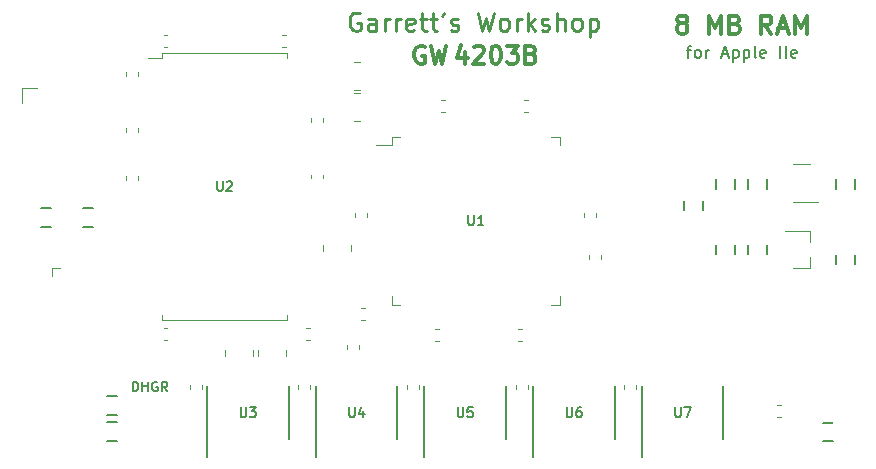
<source format=gto>
G04 #@! TF.GenerationSoftware,KiCad,Pcbnew,(5.1.5-0-10_14)*
G04 #@! TF.CreationDate,2020-12-25T12:27:55-05:00*
G04 #@! TF.ProjectId,RAM2E,52414d32-452e-46b6-9963-61645f706362,1.3*
G04 #@! TF.SameCoordinates,Original*
G04 #@! TF.FileFunction,Legend,Top*
G04 #@! TF.FilePolarity,Positive*
%FSLAX46Y46*%
G04 Gerber Fmt 4.6, Leading zero omitted, Abs format (unit mm)*
G04 Created by KiCad (PCBNEW (5.1.5-0-10_14)) date 2020-12-25 12:27:55*
%MOMM*%
%LPD*%
G04 APERTURE LIST*
%ADD10C,0.203200*%
%ADD11C,0.300000*%
%ADD12C,0.225000*%
%ADD13C,0.152400*%
%ADD14C,0.120000*%
%ADD15C,0.150000*%
%ADD16C,0.076200*%
%ADD17C,0.100000*%
%ADD18O,1.800000X1.800000*%
%ADD19R,1.800000X1.800000*%
%ADD20C,2.000000*%
%ADD21C,2.100000*%
%ADD22C,2.474900*%
%ADD23C,0.887400*%
%ADD24C,1.090600*%
%ADD25C,1.448000*%
G04 APERTURE END LIST*
D10*
X211019571Y-122795695D02*
X211019571Y-121982895D01*
X211213095Y-121982895D01*
X211329209Y-122021600D01*
X211406619Y-122099009D01*
X211445323Y-122176419D01*
X211484028Y-122331238D01*
X211484028Y-122447352D01*
X211445323Y-122602171D01*
X211406619Y-122679580D01*
X211329209Y-122756990D01*
X211213095Y-122795695D01*
X211019571Y-122795695D01*
X211832371Y-122795695D02*
X211832371Y-121982895D01*
X211832371Y-122369942D02*
X212296828Y-122369942D01*
X212296828Y-122795695D02*
X212296828Y-121982895D01*
X213109628Y-122021600D02*
X213032219Y-121982895D01*
X212916104Y-121982895D01*
X212799990Y-122021600D01*
X212722580Y-122099009D01*
X212683876Y-122176419D01*
X212645171Y-122331238D01*
X212645171Y-122447352D01*
X212683876Y-122602171D01*
X212722580Y-122679580D01*
X212799990Y-122756990D01*
X212916104Y-122795695D01*
X212993514Y-122795695D01*
X213109628Y-122756990D01*
X213148333Y-122718285D01*
X213148333Y-122447352D01*
X212993514Y-122447352D01*
X213961133Y-122795695D02*
X213690200Y-122408647D01*
X213496676Y-122795695D02*
X213496676Y-121982895D01*
X213806314Y-121982895D01*
X213883723Y-122021600D01*
X213922428Y-122060304D01*
X213961133Y-122137714D01*
X213961133Y-122253828D01*
X213922428Y-122331238D01*
X213883723Y-122369942D01*
X213806314Y-122408647D01*
X213496676Y-122408647D01*
D11*
X239193000Y-94039571D02*
X239193000Y-95039571D01*
X238835857Y-93468142D02*
X238478714Y-94539571D01*
X239407285Y-94539571D01*
X239907285Y-93682428D02*
X239978714Y-93611000D01*
X240121571Y-93539571D01*
X240478714Y-93539571D01*
X240621571Y-93611000D01*
X240693000Y-93682428D01*
X240764428Y-93825285D01*
X240764428Y-93968142D01*
X240693000Y-94182428D01*
X239835857Y-95039571D01*
X240764428Y-95039571D01*
X241693000Y-93539571D02*
X241835857Y-93539571D01*
X241978714Y-93611000D01*
X242050142Y-93682428D01*
X242121571Y-93825285D01*
X242193000Y-94111000D01*
X242193000Y-94468142D01*
X242121571Y-94753857D01*
X242050142Y-94896714D01*
X241978714Y-94968142D01*
X241835857Y-95039571D01*
X241693000Y-95039571D01*
X241550142Y-94968142D01*
X241478714Y-94896714D01*
X241407285Y-94753857D01*
X241335857Y-94468142D01*
X241335857Y-94111000D01*
X241407285Y-93825285D01*
X241478714Y-93682428D01*
X241550142Y-93611000D01*
X241693000Y-93539571D01*
X242693000Y-93539571D02*
X243621571Y-93539571D01*
X243121571Y-94111000D01*
X243335857Y-94111000D01*
X243478714Y-94182428D01*
X243550142Y-94253857D01*
X243621571Y-94396714D01*
X243621571Y-94753857D01*
X243550142Y-94896714D01*
X243478714Y-94968142D01*
X243335857Y-95039571D01*
X242907285Y-95039571D01*
X242764428Y-94968142D01*
X242693000Y-94896714D01*
X244764428Y-94253857D02*
X244978714Y-94325285D01*
X245050142Y-94396714D01*
X245121571Y-94539571D01*
X245121571Y-94753857D01*
X245050142Y-94896714D01*
X244978714Y-94968142D01*
X244835857Y-95039571D01*
X244264428Y-95039571D01*
X244264428Y-93539571D01*
X244764428Y-93539571D01*
X244907285Y-93611000D01*
X244978714Y-93682428D01*
X245050142Y-93825285D01*
X245050142Y-93968142D01*
X244978714Y-94111000D01*
X244907285Y-94182428D01*
X244764428Y-94253857D01*
X244264428Y-94253857D01*
X257410857Y-91639571D02*
X257265714Y-91567000D01*
X257193142Y-91494428D01*
X257120571Y-91349285D01*
X257120571Y-91276714D01*
X257193142Y-91131571D01*
X257265714Y-91059000D01*
X257410857Y-90986428D01*
X257701142Y-90986428D01*
X257846285Y-91059000D01*
X257918857Y-91131571D01*
X257991428Y-91276714D01*
X257991428Y-91349285D01*
X257918857Y-91494428D01*
X257846285Y-91567000D01*
X257701142Y-91639571D01*
X257410857Y-91639571D01*
X257265714Y-91712142D01*
X257193142Y-91784714D01*
X257120571Y-91929857D01*
X257120571Y-92220142D01*
X257193142Y-92365285D01*
X257265714Y-92437857D01*
X257410857Y-92510428D01*
X257701142Y-92510428D01*
X257846285Y-92437857D01*
X257918857Y-92365285D01*
X257991428Y-92220142D01*
X257991428Y-91929857D01*
X257918857Y-91784714D01*
X257846285Y-91712142D01*
X257701142Y-91639571D01*
X259805714Y-92510428D02*
X259805714Y-90986428D01*
X260313714Y-92075000D01*
X260821714Y-90986428D01*
X260821714Y-92510428D01*
X262055428Y-91712142D02*
X262273142Y-91784714D01*
X262345714Y-91857285D01*
X262418285Y-92002428D01*
X262418285Y-92220142D01*
X262345714Y-92365285D01*
X262273142Y-92437857D01*
X262128000Y-92510428D01*
X261547428Y-92510428D01*
X261547428Y-90986428D01*
X262055428Y-90986428D01*
X262200571Y-91059000D01*
X262273142Y-91131571D01*
X262345714Y-91276714D01*
X262345714Y-91421857D01*
X262273142Y-91567000D01*
X262200571Y-91639571D01*
X262055428Y-91712142D01*
X261547428Y-91712142D01*
X265103428Y-92510428D02*
X264595428Y-91784714D01*
X264232571Y-92510428D02*
X264232571Y-90986428D01*
X264813142Y-90986428D01*
X264958285Y-91059000D01*
X265030857Y-91131571D01*
X265103428Y-91276714D01*
X265103428Y-91494428D01*
X265030857Y-91639571D01*
X264958285Y-91712142D01*
X264813142Y-91784714D01*
X264232571Y-91784714D01*
X265684000Y-92075000D02*
X266409714Y-92075000D01*
X265538857Y-92510428D02*
X266046857Y-90986428D01*
X266554857Y-92510428D01*
X267062857Y-92510428D02*
X267062857Y-90986428D01*
X267570857Y-92075000D01*
X268078857Y-90986428D01*
X268078857Y-92510428D01*
X235731571Y-93611000D02*
X235588714Y-93539571D01*
X235374428Y-93539571D01*
X235160142Y-93611000D01*
X235017285Y-93753857D01*
X234945857Y-93896714D01*
X234874428Y-94182428D01*
X234874428Y-94396714D01*
X234945857Y-94682428D01*
X235017285Y-94825285D01*
X235160142Y-94968142D01*
X235374428Y-95039571D01*
X235517285Y-95039571D01*
X235731571Y-94968142D01*
X235803000Y-94896714D01*
X235803000Y-94396714D01*
X235517285Y-94396714D01*
X236303000Y-93539571D02*
X236660142Y-95039571D01*
X236945857Y-93968142D01*
X237231571Y-95039571D01*
X237588714Y-93539571D01*
D10*
X257918857Y-93889285D02*
X258305904Y-93889285D01*
X258064000Y-94566619D02*
X258064000Y-93695761D01*
X258112380Y-93599000D01*
X258209142Y-93550619D01*
X258305904Y-93550619D01*
X258789714Y-94566619D02*
X258692952Y-94518238D01*
X258644571Y-94469857D01*
X258596190Y-94373095D01*
X258596190Y-94082809D01*
X258644571Y-93986047D01*
X258692952Y-93937666D01*
X258789714Y-93889285D01*
X258934857Y-93889285D01*
X259031619Y-93937666D01*
X259080000Y-93986047D01*
X259128380Y-94082809D01*
X259128380Y-94373095D01*
X259080000Y-94469857D01*
X259031619Y-94518238D01*
X258934857Y-94566619D01*
X258789714Y-94566619D01*
X259563809Y-94566619D02*
X259563809Y-93889285D01*
X259563809Y-94082809D02*
X259612190Y-93986047D01*
X259660571Y-93937666D01*
X259757333Y-93889285D01*
X259854095Y-93889285D01*
X260918476Y-94276333D02*
X261402285Y-94276333D01*
X260821714Y-94566619D02*
X261160380Y-93550619D01*
X261499047Y-94566619D01*
X261837714Y-93889285D02*
X261837714Y-94905285D01*
X261837714Y-93937666D02*
X261934476Y-93889285D01*
X262128000Y-93889285D01*
X262224761Y-93937666D01*
X262273142Y-93986047D01*
X262321523Y-94082809D01*
X262321523Y-94373095D01*
X262273142Y-94469857D01*
X262224761Y-94518238D01*
X262128000Y-94566619D01*
X261934476Y-94566619D01*
X261837714Y-94518238D01*
X262756952Y-93889285D02*
X262756952Y-94905285D01*
X262756952Y-93937666D02*
X262853714Y-93889285D01*
X263047238Y-93889285D01*
X263144000Y-93937666D01*
X263192380Y-93986047D01*
X263240761Y-94082809D01*
X263240761Y-94373095D01*
X263192380Y-94469857D01*
X263144000Y-94518238D01*
X263047238Y-94566619D01*
X262853714Y-94566619D01*
X262756952Y-94518238D01*
X263821333Y-94566619D02*
X263724571Y-94518238D01*
X263676190Y-94421476D01*
X263676190Y-93550619D01*
X264595428Y-94518238D02*
X264498666Y-94566619D01*
X264305142Y-94566619D01*
X264208380Y-94518238D01*
X264160000Y-94421476D01*
X264160000Y-94034428D01*
X264208380Y-93937666D01*
X264305142Y-93889285D01*
X264498666Y-93889285D01*
X264595428Y-93937666D01*
X264643809Y-94034428D01*
X264643809Y-94131190D01*
X264160000Y-94227952D01*
X265853333Y-94566619D02*
X265853333Y-93550619D01*
X266337142Y-94566619D02*
X266337142Y-93550619D01*
X267208000Y-94518238D02*
X267111238Y-94566619D01*
X266917714Y-94566619D01*
X266820952Y-94518238D01*
X266772571Y-94421476D01*
X266772571Y-94034428D01*
X266820952Y-93937666D01*
X266917714Y-93889285D01*
X267111238Y-93889285D01*
X267208000Y-93937666D01*
X267256380Y-94034428D01*
X267256380Y-94131190D01*
X266772571Y-94227952D01*
D12*
X230251000Y-90805000D02*
X230105857Y-90732428D01*
X229888142Y-90732428D01*
X229670428Y-90805000D01*
X229525285Y-90950142D01*
X229452714Y-91095285D01*
X229380142Y-91385571D01*
X229380142Y-91603285D01*
X229452714Y-91893571D01*
X229525285Y-92038714D01*
X229670428Y-92183857D01*
X229888142Y-92256428D01*
X230033285Y-92256428D01*
X230251000Y-92183857D01*
X230323571Y-92111285D01*
X230323571Y-91603285D01*
X230033285Y-91603285D01*
X231629857Y-92256428D02*
X231629857Y-91458142D01*
X231557285Y-91313000D01*
X231412142Y-91240428D01*
X231121857Y-91240428D01*
X230976714Y-91313000D01*
X231629857Y-92183857D02*
X231484714Y-92256428D01*
X231121857Y-92256428D01*
X230976714Y-92183857D01*
X230904142Y-92038714D01*
X230904142Y-91893571D01*
X230976714Y-91748428D01*
X231121857Y-91675857D01*
X231484714Y-91675857D01*
X231629857Y-91603285D01*
X232355571Y-92256428D02*
X232355571Y-91240428D01*
X232355571Y-91530714D02*
X232428142Y-91385571D01*
X232500714Y-91313000D01*
X232645857Y-91240428D01*
X232791000Y-91240428D01*
X233299000Y-92256428D02*
X233299000Y-91240428D01*
X233299000Y-91530714D02*
X233371571Y-91385571D01*
X233444142Y-91313000D01*
X233589285Y-91240428D01*
X233734428Y-91240428D01*
X234823000Y-92183857D02*
X234677857Y-92256428D01*
X234387571Y-92256428D01*
X234242428Y-92183857D01*
X234169857Y-92038714D01*
X234169857Y-91458142D01*
X234242428Y-91313000D01*
X234387571Y-91240428D01*
X234677857Y-91240428D01*
X234823000Y-91313000D01*
X234895571Y-91458142D01*
X234895571Y-91603285D01*
X234169857Y-91748428D01*
X235331000Y-91240428D02*
X235911571Y-91240428D01*
X235548714Y-90732428D02*
X235548714Y-92038714D01*
X235621285Y-92183857D01*
X235766428Y-92256428D01*
X235911571Y-92256428D01*
X236201857Y-91240428D02*
X236782428Y-91240428D01*
X236419571Y-90732428D02*
X236419571Y-92038714D01*
X236492142Y-92183857D01*
X236637285Y-92256428D01*
X236782428Y-92256428D01*
X237363000Y-90732428D02*
X237363000Y-90805000D01*
X237290428Y-90950142D01*
X237217857Y-91022714D01*
X237943571Y-92183857D02*
X238088714Y-92256428D01*
X238379000Y-92256428D01*
X238524142Y-92183857D01*
X238596714Y-92038714D01*
X238596714Y-91966142D01*
X238524142Y-91821000D01*
X238379000Y-91748428D01*
X238161285Y-91748428D01*
X238016142Y-91675857D01*
X237943571Y-91530714D01*
X237943571Y-91458142D01*
X238016142Y-91313000D01*
X238161285Y-91240428D01*
X238379000Y-91240428D01*
X238524142Y-91313000D01*
X240265857Y-90732428D02*
X240628714Y-92256428D01*
X240919000Y-91167857D01*
X241209285Y-92256428D01*
X241572142Y-90732428D01*
X242370428Y-92256428D02*
X242225285Y-92183857D01*
X242152714Y-92111285D01*
X242080142Y-91966142D01*
X242080142Y-91530714D01*
X242152714Y-91385571D01*
X242225285Y-91313000D01*
X242370428Y-91240428D01*
X242588142Y-91240428D01*
X242733285Y-91313000D01*
X242805857Y-91385571D01*
X242878428Y-91530714D01*
X242878428Y-91966142D01*
X242805857Y-92111285D01*
X242733285Y-92183857D01*
X242588142Y-92256428D01*
X242370428Y-92256428D01*
X243531571Y-92256428D02*
X243531571Y-91240428D01*
X243531571Y-91530714D02*
X243604142Y-91385571D01*
X243676714Y-91313000D01*
X243821857Y-91240428D01*
X243967000Y-91240428D01*
X244475000Y-92256428D02*
X244475000Y-90732428D01*
X244620142Y-91675857D02*
X245055571Y-92256428D01*
X245055571Y-91240428D02*
X244475000Y-91821000D01*
X245636142Y-92183857D02*
X245781285Y-92256428D01*
X246071571Y-92256428D01*
X246216714Y-92183857D01*
X246289285Y-92038714D01*
X246289285Y-91966142D01*
X246216714Y-91821000D01*
X246071571Y-91748428D01*
X245853857Y-91748428D01*
X245708714Y-91675857D01*
X245636142Y-91530714D01*
X245636142Y-91458142D01*
X245708714Y-91313000D01*
X245853857Y-91240428D01*
X246071571Y-91240428D01*
X246216714Y-91313000D01*
X246942428Y-92256428D02*
X246942428Y-90732428D01*
X247595571Y-92256428D02*
X247595571Y-91458142D01*
X247523000Y-91313000D01*
X247377857Y-91240428D01*
X247160142Y-91240428D01*
X247015000Y-91313000D01*
X246942428Y-91385571D01*
X248539000Y-92256428D02*
X248393857Y-92183857D01*
X248321285Y-92111285D01*
X248248714Y-91966142D01*
X248248714Y-91530714D01*
X248321285Y-91385571D01*
X248393857Y-91313000D01*
X248539000Y-91240428D01*
X248756714Y-91240428D01*
X248901857Y-91313000D01*
X248974428Y-91385571D01*
X249047000Y-91530714D01*
X249047000Y-91966142D01*
X248974428Y-92111285D01*
X248901857Y-92183857D01*
X248756714Y-92256428D01*
X248539000Y-92256428D01*
X249700142Y-91240428D02*
X249700142Y-92764428D01*
X249700142Y-91313000D02*
X249845285Y-91240428D01*
X250135571Y-91240428D01*
X250280714Y-91313000D01*
X250353285Y-91385571D01*
X250425857Y-91530714D01*
X250425857Y-91966142D01*
X250353285Y-92111285D01*
X250280714Y-92183857D01*
X250135571Y-92256428D01*
X249845285Y-92256428D01*
X249700142Y-92183857D01*
D13*
X259300000Y-107456400D02*
X259300000Y-106643600D01*
X257700000Y-107456400D02*
X257700000Y-106643600D01*
D14*
X201616000Y-97095000D02*
X202946000Y-97095000D01*
X201616000Y-98425000D02*
X201616000Y-97095000D01*
X266890000Y-106730000D02*
X269050000Y-106730000D01*
X266890000Y-103570000D02*
X268350000Y-103570000D01*
X265587221Y-125010000D02*
X265912779Y-125010000D01*
X265587221Y-123990000D02*
X265912779Y-123990000D01*
X230160000Y-118887221D02*
X230160000Y-119212779D01*
X229140000Y-118887221D02*
X229140000Y-119212779D01*
X246460000Y-115460000D02*
X247160000Y-115460000D01*
X247160000Y-115460000D02*
X247160000Y-114760000D01*
X233640000Y-115460000D02*
X232940000Y-115460000D01*
X232940000Y-115460000D02*
X232940000Y-114760000D01*
X246460000Y-101240000D02*
X247160000Y-101240000D01*
X247160000Y-101240000D02*
X247160000Y-101940000D01*
X233640000Y-101240000D02*
X232940000Y-101240000D01*
X232940000Y-101240000D02*
X232940000Y-101940000D01*
X232940000Y-101940000D02*
X231650000Y-101940000D01*
X226012779Y-118460000D02*
X225687221Y-118460000D01*
X226012779Y-117440000D02*
X225687221Y-117440000D01*
X213637221Y-93660000D02*
X213962779Y-93660000D01*
X213637221Y-92640000D02*
X213962779Y-92640000D01*
X268410000Y-112380000D02*
X268410000Y-111450000D01*
X268410000Y-109220000D02*
X268410000Y-110150000D01*
X268410000Y-109220000D02*
X266250000Y-109220000D01*
X268410000Y-112380000D02*
X266950000Y-112380000D01*
X230250000Y-94920000D02*
X229750000Y-94920000D01*
X230250000Y-97280000D02*
X229750000Y-97280000D01*
X230250000Y-97520000D02*
X229750000Y-97520000D01*
X230250000Y-99880000D02*
X229750000Y-99880000D01*
X227170000Y-110400000D02*
X227170000Y-110900000D01*
X229530000Y-110400000D02*
X229530000Y-110900000D01*
D15*
X226525000Y-128350000D02*
X226525000Y-122375000D01*
X233425000Y-126825000D02*
X233425000Y-122375000D01*
X217325000Y-128350000D02*
X217325000Y-122375000D01*
X224225000Y-126825000D02*
X224225000Y-122375000D01*
X254125000Y-128350000D02*
X254125000Y-122375000D01*
X261025000Y-126825000D02*
X261025000Y-122375000D01*
X244925000Y-128350000D02*
X244925000Y-122375000D01*
X251825000Y-126825000D02*
X251825000Y-122375000D01*
X235725000Y-128350000D02*
X235725000Y-122375000D01*
X242625000Y-126825000D02*
X242625000Y-122375000D01*
D14*
X204216000Y-113030000D02*
X204216000Y-112395000D01*
X204216000Y-112395000D02*
X204851000Y-112395000D01*
D13*
X207670400Y-107277000D02*
X206857600Y-107277000D01*
X207670400Y-108877000D02*
X206857600Y-108877000D01*
X204114400Y-107277000D02*
X203301600Y-107277000D01*
X204114400Y-108877000D02*
X203301600Y-108877000D01*
X208889600Y-124815500D02*
X209702400Y-124815500D01*
X208889600Y-123215500D02*
X209702400Y-123215500D01*
X208889600Y-126974500D02*
X209702400Y-126974500D01*
X208889600Y-125374500D02*
X209702400Y-125374500D01*
X270281400Y-125438000D02*
X269468600Y-125438000D01*
X270281400Y-127038000D02*
X269468600Y-127038000D01*
X270550000Y-111243600D02*
X270550000Y-112056400D01*
X272150000Y-111243600D02*
X272150000Y-112056400D01*
D14*
X252640000Y-122237221D02*
X252640000Y-122562779D01*
X253660000Y-122237221D02*
X253660000Y-122562779D01*
X234240000Y-122237221D02*
X234240000Y-122562779D01*
X235260000Y-122237221D02*
X235260000Y-122562779D01*
X215840000Y-122237221D02*
X215840000Y-122562779D01*
X216860000Y-122237221D02*
X216860000Y-122562779D01*
X212300000Y-94550000D02*
X213500000Y-94550000D01*
X213500000Y-94550000D02*
X213500000Y-94150000D01*
X213500000Y-94150000D02*
X224100000Y-94150000D01*
X213500000Y-116750000D02*
X224100000Y-116750000D01*
X224100000Y-94150000D02*
X224100000Y-94550000D01*
X224100000Y-116350000D02*
X224100000Y-116750000D01*
X213500000Y-116350000D02*
X213500000Y-116750000D01*
X223637221Y-93660000D02*
X223962779Y-93660000D01*
X223637221Y-92640000D02*
X223962779Y-92640000D01*
X237137221Y-99160000D02*
X237462779Y-99160000D01*
X237137221Y-98140000D02*
X237462779Y-98140000D01*
X230662779Y-115740000D02*
X230337221Y-115740000D01*
X230662779Y-116760000D02*
X230337221Y-116760000D01*
X249640000Y-111287221D02*
X249640000Y-111612779D01*
X250660000Y-111287221D02*
X250660000Y-111612779D01*
X225040000Y-122237221D02*
X225040000Y-122562779D01*
X226060000Y-122237221D02*
X226060000Y-122562779D01*
X243440000Y-122237221D02*
X243440000Y-122562779D01*
X244460000Y-122237221D02*
X244460000Y-122562779D01*
X226090000Y-99637221D02*
X226090000Y-99962779D01*
X227110000Y-99637221D02*
X227110000Y-99962779D01*
X211510000Y-104862779D02*
X211510000Y-104537221D01*
X210490000Y-104862779D02*
X210490000Y-104537221D01*
X230860000Y-108012779D02*
X230860000Y-107687221D01*
X229840000Y-108012779D02*
X229840000Y-107687221D01*
X250260000Y-108012779D02*
X250260000Y-107687221D01*
X249240000Y-108012779D02*
X249240000Y-107687221D01*
X236637221Y-118560000D02*
X236962779Y-118560000D01*
X236637221Y-117540000D02*
X236962779Y-117540000D01*
X243637221Y-118560000D02*
X243962779Y-118560000D01*
X243637221Y-117540000D02*
X243962779Y-117540000D01*
X244137221Y-99160000D02*
X244462779Y-99160000D01*
X244137221Y-98140000D02*
X244462779Y-98140000D01*
X211510000Y-96062779D02*
X211510000Y-95737221D01*
X210490000Y-96062779D02*
X210490000Y-95737221D01*
X211510000Y-100862779D02*
X211510000Y-100537221D01*
X210490000Y-100862779D02*
X210490000Y-100537221D01*
X226090000Y-104437221D02*
X226090000Y-104762779D01*
X227110000Y-104437221D02*
X227110000Y-104762779D01*
X213637221Y-118460000D02*
X213962779Y-118460000D01*
X213637221Y-117440000D02*
X213962779Y-117440000D01*
D13*
X260400000Y-111206400D02*
X260400000Y-110393600D01*
X262000000Y-111206400D02*
X262000000Y-110393600D01*
X263100000Y-111206400D02*
X263100000Y-110393600D01*
X264700000Y-111206400D02*
X264700000Y-110393600D01*
X264700000Y-105656400D02*
X264700000Y-104843600D01*
X263100000Y-105656400D02*
X263100000Y-104843600D01*
X260400000Y-105656400D02*
X260400000Y-104843600D01*
X262000000Y-105656400D02*
X262000000Y-104843600D01*
X270550000Y-105656400D02*
X270550000Y-104843600D01*
X272150000Y-105656400D02*
X272150000Y-104843600D01*
D14*
X221180000Y-119300000D02*
X221180000Y-119800000D01*
X218820000Y-119300000D02*
X218820000Y-119800000D01*
X221670000Y-119300000D02*
X221670000Y-119800000D01*
X224030000Y-119300000D02*
X224030000Y-119800000D01*
D10*
X239430723Y-107904895D02*
X239430723Y-108562876D01*
X239469428Y-108640285D01*
X239508133Y-108678990D01*
X239585542Y-108717695D01*
X239740361Y-108717695D01*
X239817771Y-108678990D01*
X239856476Y-108640285D01*
X239895180Y-108562876D01*
X239895180Y-107904895D01*
X240707980Y-108717695D02*
X240243523Y-108717695D01*
X240475752Y-108717695D02*
X240475752Y-107904895D01*
X240398342Y-108021009D01*
X240320933Y-108098419D01*
X240243523Y-108137123D01*
X229355723Y-124154895D02*
X229355723Y-124812876D01*
X229394428Y-124890285D01*
X229433133Y-124928990D01*
X229510542Y-124967695D01*
X229665361Y-124967695D01*
X229742771Y-124928990D01*
X229781476Y-124890285D01*
X229820180Y-124812876D01*
X229820180Y-124154895D01*
X230555571Y-124425828D02*
X230555571Y-124967695D01*
X230362047Y-124116190D02*
X230168523Y-124696761D01*
X230671685Y-124696761D01*
X220155723Y-124154895D02*
X220155723Y-124812876D01*
X220194428Y-124890285D01*
X220233133Y-124928990D01*
X220310542Y-124967695D01*
X220465361Y-124967695D01*
X220542771Y-124928990D01*
X220581476Y-124890285D01*
X220620180Y-124812876D01*
X220620180Y-124154895D01*
X220929819Y-124154895D02*
X221432980Y-124154895D01*
X221162047Y-124464533D01*
X221278161Y-124464533D01*
X221355571Y-124503238D01*
X221394276Y-124541942D01*
X221432980Y-124619352D01*
X221432980Y-124812876D01*
X221394276Y-124890285D01*
X221355571Y-124928990D01*
X221278161Y-124967695D01*
X221045933Y-124967695D01*
X220968523Y-124928990D01*
X220929819Y-124890285D01*
X256955723Y-124154895D02*
X256955723Y-124812876D01*
X256994428Y-124890285D01*
X257033133Y-124928990D01*
X257110542Y-124967695D01*
X257265361Y-124967695D01*
X257342771Y-124928990D01*
X257381476Y-124890285D01*
X257420180Y-124812876D01*
X257420180Y-124154895D01*
X257729819Y-124154895D02*
X258271685Y-124154895D01*
X257923342Y-124967695D01*
X247755723Y-124154895D02*
X247755723Y-124812876D01*
X247794428Y-124890285D01*
X247833133Y-124928990D01*
X247910542Y-124967695D01*
X248065361Y-124967695D01*
X248142771Y-124928990D01*
X248181476Y-124890285D01*
X248220180Y-124812876D01*
X248220180Y-124154895D01*
X248955571Y-124154895D02*
X248800752Y-124154895D01*
X248723342Y-124193600D01*
X248684638Y-124232304D01*
X248607228Y-124348419D01*
X248568523Y-124503238D01*
X248568523Y-124812876D01*
X248607228Y-124890285D01*
X248645933Y-124928990D01*
X248723342Y-124967695D01*
X248878161Y-124967695D01*
X248955571Y-124928990D01*
X248994276Y-124890285D01*
X249032980Y-124812876D01*
X249032980Y-124619352D01*
X248994276Y-124541942D01*
X248955571Y-124503238D01*
X248878161Y-124464533D01*
X248723342Y-124464533D01*
X248645933Y-124503238D01*
X248607228Y-124541942D01*
X248568523Y-124619352D01*
X238555723Y-124154895D02*
X238555723Y-124812876D01*
X238594428Y-124890285D01*
X238633133Y-124928990D01*
X238710542Y-124967695D01*
X238865361Y-124967695D01*
X238942771Y-124928990D01*
X238981476Y-124890285D01*
X239020180Y-124812876D01*
X239020180Y-124154895D01*
X239794276Y-124154895D02*
X239407228Y-124154895D01*
X239368523Y-124541942D01*
X239407228Y-124503238D01*
X239484638Y-124464533D01*
X239678161Y-124464533D01*
X239755571Y-124503238D01*
X239794276Y-124541942D01*
X239832980Y-124619352D01*
X239832980Y-124812876D01*
X239794276Y-124890285D01*
X239755571Y-124928990D01*
X239678161Y-124967695D01*
X239484638Y-124967695D01*
X239407228Y-124928990D01*
X239368523Y-124890285D01*
X218180723Y-105004895D02*
X218180723Y-105662876D01*
X218219428Y-105740285D01*
X218258133Y-105778990D01*
X218335542Y-105817695D01*
X218490361Y-105817695D01*
X218567771Y-105778990D01*
X218606476Y-105740285D01*
X218645180Y-105662876D01*
X218645180Y-105004895D01*
X218993523Y-105082304D02*
X219032228Y-105043600D01*
X219109638Y-105004895D01*
X219303161Y-105004895D01*
X219380571Y-105043600D01*
X219419276Y-105082304D01*
X219457980Y-105159714D01*
X219457980Y-105237123D01*
X219419276Y-105353238D01*
X218954819Y-105817695D01*
X219457980Y-105817695D01*
%LPC*%
D16*
G36*
X213360000Y-124460000D02*
G01*
X211582000Y-124460000D01*
X211582000Y-123571000D01*
X213360000Y-123571000D01*
X213360000Y-124460000D01*
G37*
X213360000Y-124460000D02*
X211582000Y-124460000D01*
X211582000Y-123571000D01*
X213360000Y-123571000D01*
X213360000Y-124460000D01*
D17*
G36*
X276860000Y-139446000D02*
G01*
X276352000Y-139954000D01*
X198628000Y-139954000D01*
X198120000Y-139446000D01*
X198120000Y-132080000D01*
X276860000Y-132080000D01*
X276860000Y-139446000D01*
G37*
G36*
X259035779Y-105626144D02*
G01*
X259058834Y-105629563D01*
X259081443Y-105635227D01*
X259103387Y-105643079D01*
X259124457Y-105653044D01*
X259144448Y-105665026D01*
X259163168Y-105678910D01*
X259180438Y-105694562D01*
X259196090Y-105711832D01*
X259209974Y-105730552D01*
X259221956Y-105750543D01*
X259231921Y-105771613D01*
X259239773Y-105793557D01*
X259245437Y-105816166D01*
X259248856Y-105839221D01*
X259250000Y-105862500D01*
X259250000Y-106337500D01*
X259248856Y-106360779D01*
X259245437Y-106383834D01*
X259239773Y-106406443D01*
X259231921Y-106428387D01*
X259221956Y-106449457D01*
X259209974Y-106469448D01*
X259196090Y-106488168D01*
X259180438Y-106505438D01*
X259163168Y-106521090D01*
X259144448Y-106534974D01*
X259124457Y-106546956D01*
X259103387Y-106556921D01*
X259081443Y-106564773D01*
X259058834Y-106570437D01*
X259035779Y-106573856D01*
X259012500Y-106575000D01*
X257987500Y-106575000D01*
X257964221Y-106573856D01*
X257941166Y-106570437D01*
X257918557Y-106564773D01*
X257896613Y-106556921D01*
X257875543Y-106546956D01*
X257855552Y-106534974D01*
X257836832Y-106521090D01*
X257819562Y-106505438D01*
X257803910Y-106488168D01*
X257790026Y-106469448D01*
X257778044Y-106449457D01*
X257768079Y-106428387D01*
X257760227Y-106406443D01*
X257754563Y-106383834D01*
X257751144Y-106360779D01*
X257750000Y-106337500D01*
X257750000Y-105862500D01*
X257751144Y-105839221D01*
X257754563Y-105816166D01*
X257760227Y-105793557D01*
X257768079Y-105771613D01*
X257778044Y-105750543D01*
X257790026Y-105730552D01*
X257803910Y-105711832D01*
X257819562Y-105694562D01*
X257836832Y-105678910D01*
X257855552Y-105665026D01*
X257875543Y-105653044D01*
X257896613Y-105643079D01*
X257918557Y-105635227D01*
X257941166Y-105629563D01*
X257964221Y-105626144D01*
X257987500Y-105625000D01*
X259012500Y-105625000D01*
X259035779Y-105626144D01*
G37*
G36*
X259035779Y-107526144D02*
G01*
X259058834Y-107529563D01*
X259081443Y-107535227D01*
X259103387Y-107543079D01*
X259124457Y-107553044D01*
X259144448Y-107565026D01*
X259163168Y-107578910D01*
X259180438Y-107594562D01*
X259196090Y-107611832D01*
X259209974Y-107630552D01*
X259221956Y-107650543D01*
X259231921Y-107671613D01*
X259239773Y-107693557D01*
X259245437Y-107716166D01*
X259248856Y-107739221D01*
X259250000Y-107762500D01*
X259250000Y-108237500D01*
X259248856Y-108260779D01*
X259245437Y-108283834D01*
X259239773Y-108306443D01*
X259231921Y-108328387D01*
X259221956Y-108349457D01*
X259209974Y-108369448D01*
X259196090Y-108388168D01*
X259180438Y-108405438D01*
X259163168Y-108421090D01*
X259144448Y-108434974D01*
X259124457Y-108446956D01*
X259103387Y-108456921D01*
X259081443Y-108464773D01*
X259058834Y-108470437D01*
X259035779Y-108473856D01*
X259012500Y-108475000D01*
X257987500Y-108475000D01*
X257964221Y-108473856D01*
X257941166Y-108470437D01*
X257918557Y-108464773D01*
X257896613Y-108456921D01*
X257875543Y-108446956D01*
X257855552Y-108434974D01*
X257836832Y-108421090D01*
X257819562Y-108405438D01*
X257803910Y-108388168D01*
X257790026Y-108369448D01*
X257778044Y-108349457D01*
X257768079Y-108328387D01*
X257760227Y-108306443D01*
X257754563Y-108283834D01*
X257751144Y-108260779D01*
X257750000Y-108237500D01*
X257750000Y-107762500D01*
X257751144Y-107739221D01*
X257754563Y-107716166D01*
X257760227Y-107693557D01*
X257768079Y-107671613D01*
X257778044Y-107650543D01*
X257790026Y-107630552D01*
X257803910Y-107611832D01*
X257819562Y-107594562D01*
X257836832Y-107578910D01*
X257855552Y-107565026D01*
X257875543Y-107553044D01*
X257896613Y-107543079D01*
X257918557Y-107535227D01*
X257941166Y-107529563D01*
X257964221Y-107526144D01*
X257987500Y-107525000D01*
X259012500Y-107525000D01*
X259035779Y-107526144D01*
G37*
D18*
X202946000Y-100965000D03*
D19*
X202946000Y-98425000D03*
D17*
G36*
X269255878Y-105725903D02*
G01*
X269274079Y-105728603D01*
X269291928Y-105733074D01*
X269309253Y-105739273D01*
X269325887Y-105747140D01*
X269341669Y-105756599D01*
X269356449Y-105767561D01*
X269370083Y-105779917D01*
X269382439Y-105793551D01*
X269393401Y-105808331D01*
X269402860Y-105824113D01*
X269410727Y-105840747D01*
X269416926Y-105858072D01*
X269421397Y-105875921D01*
X269424097Y-105894122D01*
X269425000Y-105912500D01*
X269425000Y-106287500D01*
X269424097Y-106305878D01*
X269421397Y-106324079D01*
X269416926Y-106341928D01*
X269410727Y-106359253D01*
X269402860Y-106375887D01*
X269393401Y-106391669D01*
X269382439Y-106406449D01*
X269370083Y-106420083D01*
X269356449Y-106432439D01*
X269341669Y-106443401D01*
X269325887Y-106452860D01*
X269309253Y-106460727D01*
X269291928Y-106466926D01*
X269274079Y-106471397D01*
X269255878Y-106474097D01*
X269237500Y-106475000D01*
X268162500Y-106475000D01*
X268144122Y-106474097D01*
X268125921Y-106471397D01*
X268108072Y-106466926D01*
X268090747Y-106460727D01*
X268074113Y-106452860D01*
X268058331Y-106443401D01*
X268043551Y-106432439D01*
X268029917Y-106420083D01*
X268017561Y-106406449D01*
X268006599Y-106391669D01*
X267997140Y-106375887D01*
X267989273Y-106359253D01*
X267983074Y-106341928D01*
X267978603Y-106324079D01*
X267975903Y-106305878D01*
X267975000Y-106287500D01*
X267975000Y-105912500D01*
X267975903Y-105894122D01*
X267978603Y-105875921D01*
X267983074Y-105858072D01*
X267989273Y-105840747D01*
X267997140Y-105824113D01*
X268006599Y-105808331D01*
X268017561Y-105793551D01*
X268029917Y-105779917D01*
X268043551Y-105767561D01*
X268058331Y-105756599D01*
X268074113Y-105747140D01*
X268090747Y-105739273D01*
X268108072Y-105733074D01*
X268125921Y-105728603D01*
X268144122Y-105725903D01*
X268162500Y-105725000D01*
X269237500Y-105725000D01*
X269255878Y-105725903D01*
G37*
G36*
X269255878Y-103825903D02*
G01*
X269274079Y-103828603D01*
X269291928Y-103833074D01*
X269309253Y-103839273D01*
X269325887Y-103847140D01*
X269341669Y-103856599D01*
X269356449Y-103867561D01*
X269370083Y-103879917D01*
X269382439Y-103893551D01*
X269393401Y-103908331D01*
X269402860Y-103924113D01*
X269410727Y-103940747D01*
X269416926Y-103958072D01*
X269421397Y-103975921D01*
X269424097Y-103994122D01*
X269425000Y-104012500D01*
X269425000Y-104387500D01*
X269424097Y-104405878D01*
X269421397Y-104424079D01*
X269416926Y-104441928D01*
X269410727Y-104459253D01*
X269402860Y-104475887D01*
X269393401Y-104491669D01*
X269382439Y-104506449D01*
X269370083Y-104520083D01*
X269356449Y-104532439D01*
X269341669Y-104543401D01*
X269325887Y-104552860D01*
X269309253Y-104560727D01*
X269291928Y-104566926D01*
X269274079Y-104571397D01*
X269255878Y-104574097D01*
X269237500Y-104575000D01*
X268162500Y-104575000D01*
X268144122Y-104574097D01*
X268125921Y-104571397D01*
X268108072Y-104566926D01*
X268090747Y-104560727D01*
X268074113Y-104552860D01*
X268058331Y-104543401D01*
X268043551Y-104532439D01*
X268029917Y-104520083D01*
X268017561Y-104506449D01*
X268006599Y-104491669D01*
X267997140Y-104475887D01*
X267989273Y-104459253D01*
X267983074Y-104441928D01*
X267978603Y-104424079D01*
X267975903Y-104405878D01*
X267975000Y-104387500D01*
X267975000Y-104012500D01*
X267975903Y-103994122D01*
X267978603Y-103975921D01*
X267983074Y-103958072D01*
X267989273Y-103940747D01*
X267997140Y-103924113D01*
X268006599Y-103908331D01*
X268017561Y-103893551D01*
X268029917Y-103879917D01*
X268043551Y-103867561D01*
X268058331Y-103856599D01*
X268074113Y-103847140D01*
X268090747Y-103839273D01*
X268108072Y-103833074D01*
X268125921Y-103828603D01*
X268144122Y-103825903D01*
X268162500Y-103825000D01*
X269237500Y-103825000D01*
X269255878Y-103825903D01*
G37*
G36*
X269255878Y-104775903D02*
G01*
X269274079Y-104778603D01*
X269291928Y-104783074D01*
X269309253Y-104789273D01*
X269325887Y-104797140D01*
X269341669Y-104806599D01*
X269356449Y-104817561D01*
X269370083Y-104829917D01*
X269382439Y-104843551D01*
X269393401Y-104858331D01*
X269402860Y-104874113D01*
X269410727Y-104890747D01*
X269416926Y-104908072D01*
X269421397Y-104925921D01*
X269424097Y-104944122D01*
X269425000Y-104962500D01*
X269425000Y-105337500D01*
X269424097Y-105355878D01*
X269421397Y-105374079D01*
X269416926Y-105391928D01*
X269410727Y-105409253D01*
X269402860Y-105425887D01*
X269393401Y-105441669D01*
X269382439Y-105456449D01*
X269370083Y-105470083D01*
X269356449Y-105482439D01*
X269341669Y-105493401D01*
X269325887Y-105502860D01*
X269309253Y-105510727D01*
X269291928Y-105516926D01*
X269274079Y-105521397D01*
X269255878Y-105524097D01*
X269237500Y-105525000D01*
X268162500Y-105525000D01*
X268144122Y-105524097D01*
X268125921Y-105521397D01*
X268108072Y-105516926D01*
X268090747Y-105510727D01*
X268074113Y-105502860D01*
X268058331Y-105493401D01*
X268043551Y-105482439D01*
X268029917Y-105470083D01*
X268017561Y-105456449D01*
X268006599Y-105441669D01*
X267997140Y-105425887D01*
X267989273Y-105409253D01*
X267983074Y-105391928D01*
X267978603Y-105374079D01*
X267975903Y-105355878D01*
X267975000Y-105337500D01*
X267975000Y-104962500D01*
X267975903Y-104944122D01*
X267978603Y-104925921D01*
X267983074Y-104908072D01*
X267989273Y-104890747D01*
X267997140Y-104874113D01*
X268006599Y-104858331D01*
X268017561Y-104843551D01*
X268029917Y-104829917D01*
X268043551Y-104817561D01*
X268058331Y-104806599D01*
X268074113Y-104797140D01*
X268090747Y-104789273D01*
X268108072Y-104783074D01*
X268125921Y-104778603D01*
X268144122Y-104775903D01*
X268162500Y-104775000D01*
X269237500Y-104775000D01*
X269255878Y-104775903D01*
G37*
G36*
X267155878Y-105725903D02*
G01*
X267174079Y-105728603D01*
X267191928Y-105733074D01*
X267209253Y-105739273D01*
X267225887Y-105747140D01*
X267241669Y-105756599D01*
X267256449Y-105767561D01*
X267270083Y-105779917D01*
X267282439Y-105793551D01*
X267293401Y-105808331D01*
X267302860Y-105824113D01*
X267310727Y-105840747D01*
X267316926Y-105858072D01*
X267321397Y-105875921D01*
X267324097Y-105894122D01*
X267325000Y-105912500D01*
X267325000Y-106287500D01*
X267324097Y-106305878D01*
X267321397Y-106324079D01*
X267316926Y-106341928D01*
X267310727Y-106359253D01*
X267302860Y-106375887D01*
X267293401Y-106391669D01*
X267282439Y-106406449D01*
X267270083Y-106420083D01*
X267256449Y-106432439D01*
X267241669Y-106443401D01*
X267225887Y-106452860D01*
X267209253Y-106460727D01*
X267191928Y-106466926D01*
X267174079Y-106471397D01*
X267155878Y-106474097D01*
X267137500Y-106475000D01*
X266062500Y-106475000D01*
X266044122Y-106474097D01*
X266025921Y-106471397D01*
X266008072Y-106466926D01*
X265990747Y-106460727D01*
X265974113Y-106452860D01*
X265958331Y-106443401D01*
X265943551Y-106432439D01*
X265929917Y-106420083D01*
X265917561Y-106406449D01*
X265906599Y-106391669D01*
X265897140Y-106375887D01*
X265889273Y-106359253D01*
X265883074Y-106341928D01*
X265878603Y-106324079D01*
X265875903Y-106305878D01*
X265875000Y-106287500D01*
X265875000Y-105912500D01*
X265875903Y-105894122D01*
X265878603Y-105875921D01*
X265883074Y-105858072D01*
X265889273Y-105840747D01*
X265897140Y-105824113D01*
X265906599Y-105808331D01*
X265917561Y-105793551D01*
X265929917Y-105779917D01*
X265943551Y-105767561D01*
X265958331Y-105756599D01*
X265974113Y-105747140D01*
X265990747Y-105739273D01*
X266008072Y-105733074D01*
X266025921Y-105728603D01*
X266044122Y-105725903D01*
X266062500Y-105725000D01*
X267137500Y-105725000D01*
X267155878Y-105725903D01*
G37*
G36*
X267155878Y-103825903D02*
G01*
X267174079Y-103828603D01*
X267191928Y-103833074D01*
X267209253Y-103839273D01*
X267225887Y-103847140D01*
X267241669Y-103856599D01*
X267256449Y-103867561D01*
X267270083Y-103879917D01*
X267282439Y-103893551D01*
X267293401Y-103908331D01*
X267302860Y-103924113D01*
X267310727Y-103940747D01*
X267316926Y-103958072D01*
X267321397Y-103975921D01*
X267324097Y-103994122D01*
X267325000Y-104012500D01*
X267325000Y-104387500D01*
X267324097Y-104405878D01*
X267321397Y-104424079D01*
X267316926Y-104441928D01*
X267310727Y-104459253D01*
X267302860Y-104475887D01*
X267293401Y-104491669D01*
X267282439Y-104506449D01*
X267270083Y-104520083D01*
X267256449Y-104532439D01*
X267241669Y-104543401D01*
X267225887Y-104552860D01*
X267209253Y-104560727D01*
X267191928Y-104566926D01*
X267174079Y-104571397D01*
X267155878Y-104574097D01*
X267137500Y-104575000D01*
X266062500Y-104575000D01*
X266044122Y-104574097D01*
X266025921Y-104571397D01*
X266008072Y-104566926D01*
X265990747Y-104560727D01*
X265974113Y-104552860D01*
X265958331Y-104543401D01*
X265943551Y-104532439D01*
X265929917Y-104520083D01*
X265917561Y-104506449D01*
X265906599Y-104491669D01*
X265897140Y-104475887D01*
X265889273Y-104459253D01*
X265883074Y-104441928D01*
X265878603Y-104424079D01*
X265875903Y-104405878D01*
X265875000Y-104387500D01*
X265875000Y-104012500D01*
X265875903Y-103994122D01*
X265878603Y-103975921D01*
X265883074Y-103958072D01*
X265889273Y-103940747D01*
X265897140Y-103924113D01*
X265906599Y-103908331D01*
X265917561Y-103893551D01*
X265929917Y-103879917D01*
X265943551Y-103867561D01*
X265958331Y-103856599D01*
X265974113Y-103847140D01*
X265990747Y-103839273D01*
X266008072Y-103833074D01*
X266025921Y-103828603D01*
X266044122Y-103825903D01*
X266062500Y-103825000D01*
X267137500Y-103825000D01*
X267155878Y-103825903D01*
G37*
G36*
X266769603Y-123975963D02*
G01*
X266789018Y-123978843D01*
X266808057Y-123983612D01*
X266826537Y-123990224D01*
X266844279Y-123998616D01*
X266861114Y-124008706D01*
X266876879Y-124020398D01*
X266891421Y-124033579D01*
X266904602Y-124048121D01*
X266916294Y-124063886D01*
X266926384Y-124080721D01*
X266934776Y-124098463D01*
X266941388Y-124116943D01*
X266946157Y-124135982D01*
X266949037Y-124155397D01*
X266950000Y-124175000D01*
X266950000Y-124825000D01*
X266949037Y-124844603D01*
X266946157Y-124864018D01*
X266941388Y-124883057D01*
X266934776Y-124901537D01*
X266926384Y-124919279D01*
X266916294Y-124936114D01*
X266904602Y-124951879D01*
X266891421Y-124966421D01*
X266876879Y-124979602D01*
X266861114Y-124991294D01*
X266844279Y-125001384D01*
X266826537Y-125009776D01*
X266808057Y-125016388D01*
X266789018Y-125021157D01*
X266769603Y-125024037D01*
X266750000Y-125025000D01*
X266350000Y-125025000D01*
X266330397Y-125024037D01*
X266310982Y-125021157D01*
X266291943Y-125016388D01*
X266273463Y-125009776D01*
X266255721Y-125001384D01*
X266238886Y-124991294D01*
X266223121Y-124979602D01*
X266208579Y-124966421D01*
X266195398Y-124951879D01*
X266183706Y-124936114D01*
X266173616Y-124919279D01*
X266165224Y-124901537D01*
X266158612Y-124883057D01*
X266153843Y-124864018D01*
X266150963Y-124844603D01*
X266150000Y-124825000D01*
X266150000Y-124175000D01*
X266150963Y-124155397D01*
X266153843Y-124135982D01*
X266158612Y-124116943D01*
X266165224Y-124098463D01*
X266173616Y-124080721D01*
X266183706Y-124063886D01*
X266195398Y-124048121D01*
X266208579Y-124033579D01*
X266223121Y-124020398D01*
X266238886Y-124008706D01*
X266255721Y-123998616D01*
X266273463Y-123990224D01*
X266291943Y-123983612D01*
X266310982Y-123978843D01*
X266330397Y-123975963D01*
X266350000Y-123975000D01*
X266750000Y-123975000D01*
X266769603Y-123975963D01*
G37*
G36*
X265169603Y-123975963D02*
G01*
X265189018Y-123978843D01*
X265208057Y-123983612D01*
X265226537Y-123990224D01*
X265244279Y-123998616D01*
X265261114Y-124008706D01*
X265276879Y-124020398D01*
X265291421Y-124033579D01*
X265304602Y-124048121D01*
X265316294Y-124063886D01*
X265326384Y-124080721D01*
X265334776Y-124098463D01*
X265341388Y-124116943D01*
X265346157Y-124135982D01*
X265349037Y-124155397D01*
X265350000Y-124175000D01*
X265350000Y-124825000D01*
X265349037Y-124844603D01*
X265346157Y-124864018D01*
X265341388Y-124883057D01*
X265334776Y-124901537D01*
X265326384Y-124919279D01*
X265316294Y-124936114D01*
X265304602Y-124951879D01*
X265291421Y-124966421D01*
X265276879Y-124979602D01*
X265261114Y-124991294D01*
X265244279Y-125001384D01*
X265226537Y-125009776D01*
X265208057Y-125016388D01*
X265189018Y-125021157D01*
X265169603Y-125024037D01*
X265150000Y-125025000D01*
X264750000Y-125025000D01*
X264730397Y-125024037D01*
X264710982Y-125021157D01*
X264691943Y-125016388D01*
X264673463Y-125009776D01*
X264655721Y-125001384D01*
X264638886Y-124991294D01*
X264623121Y-124979602D01*
X264608579Y-124966421D01*
X264595398Y-124951879D01*
X264583706Y-124936114D01*
X264573616Y-124919279D01*
X264565224Y-124901537D01*
X264558612Y-124883057D01*
X264553843Y-124864018D01*
X264550963Y-124844603D01*
X264550000Y-124825000D01*
X264550000Y-124175000D01*
X264550963Y-124155397D01*
X264553843Y-124135982D01*
X264558612Y-124116943D01*
X264565224Y-124098463D01*
X264573616Y-124080721D01*
X264583706Y-124063886D01*
X264595398Y-124048121D01*
X264608579Y-124033579D01*
X264623121Y-124020398D01*
X264638886Y-124008706D01*
X264655721Y-123998616D01*
X264673463Y-123990224D01*
X264691943Y-123983612D01*
X264710982Y-123978843D01*
X264730397Y-123975963D01*
X264750000Y-123975000D01*
X265150000Y-123975000D01*
X265169603Y-123975963D01*
G37*
G36*
X229994603Y-117850963D02*
G01*
X230014018Y-117853843D01*
X230033057Y-117858612D01*
X230051537Y-117865224D01*
X230069279Y-117873616D01*
X230086114Y-117883706D01*
X230101879Y-117895398D01*
X230116421Y-117908579D01*
X230129602Y-117923121D01*
X230141294Y-117938886D01*
X230151384Y-117955721D01*
X230159776Y-117973463D01*
X230166388Y-117991943D01*
X230171157Y-118010982D01*
X230174037Y-118030397D01*
X230175000Y-118050000D01*
X230175000Y-118450000D01*
X230174037Y-118469603D01*
X230171157Y-118489018D01*
X230166388Y-118508057D01*
X230159776Y-118526537D01*
X230151384Y-118544279D01*
X230141294Y-118561114D01*
X230129602Y-118576879D01*
X230116421Y-118591421D01*
X230101879Y-118604602D01*
X230086114Y-118616294D01*
X230069279Y-118626384D01*
X230051537Y-118634776D01*
X230033057Y-118641388D01*
X230014018Y-118646157D01*
X229994603Y-118649037D01*
X229975000Y-118650000D01*
X229325000Y-118650000D01*
X229305397Y-118649037D01*
X229285982Y-118646157D01*
X229266943Y-118641388D01*
X229248463Y-118634776D01*
X229230721Y-118626384D01*
X229213886Y-118616294D01*
X229198121Y-118604602D01*
X229183579Y-118591421D01*
X229170398Y-118576879D01*
X229158706Y-118561114D01*
X229148616Y-118544279D01*
X229140224Y-118526537D01*
X229133612Y-118508057D01*
X229128843Y-118489018D01*
X229125963Y-118469603D01*
X229125000Y-118450000D01*
X229125000Y-118050000D01*
X229125963Y-118030397D01*
X229128843Y-118010982D01*
X229133612Y-117991943D01*
X229140224Y-117973463D01*
X229148616Y-117955721D01*
X229158706Y-117938886D01*
X229170398Y-117923121D01*
X229183579Y-117908579D01*
X229198121Y-117895398D01*
X229213886Y-117883706D01*
X229230721Y-117873616D01*
X229248463Y-117865224D01*
X229266943Y-117858612D01*
X229285982Y-117853843D01*
X229305397Y-117850963D01*
X229325000Y-117850000D01*
X229975000Y-117850000D01*
X229994603Y-117850963D01*
G37*
G36*
X229994603Y-119450963D02*
G01*
X230014018Y-119453843D01*
X230033057Y-119458612D01*
X230051537Y-119465224D01*
X230069279Y-119473616D01*
X230086114Y-119483706D01*
X230101879Y-119495398D01*
X230116421Y-119508579D01*
X230129602Y-119523121D01*
X230141294Y-119538886D01*
X230151384Y-119555721D01*
X230159776Y-119573463D01*
X230166388Y-119591943D01*
X230171157Y-119610982D01*
X230174037Y-119630397D01*
X230175000Y-119650000D01*
X230175000Y-120050000D01*
X230174037Y-120069603D01*
X230171157Y-120089018D01*
X230166388Y-120108057D01*
X230159776Y-120126537D01*
X230151384Y-120144279D01*
X230141294Y-120161114D01*
X230129602Y-120176879D01*
X230116421Y-120191421D01*
X230101879Y-120204602D01*
X230086114Y-120216294D01*
X230069279Y-120226384D01*
X230051537Y-120234776D01*
X230033057Y-120241388D01*
X230014018Y-120246157D01*
X229994603Y-120249037D01*
X229975000Y-120250000D01*
X229325000Y-120250000D01*
X229305397Y-120249037D01*
X229285982Y-120246157D01*
X229266943Y-120241388D01*
X229248463Y-120234776D01*
X229230721Y-120226384D01*
X229213886Y-120216294D01*
X229198121Y-120204602D01*
X229183579Y-120191421D01*
X229170398Y-120176879D01*
X229158706Y-120161114D01*
X229148616Y-120144279D01*
X229140224Y-120126537D01*
X229133612Y-120108057D01*
X229128843Y-120089018D01*
X229125963Y-120069603D01*
X229125000Y-120050000D01*
X229125000Y-119650000D01*
X229125963Y-119630397D01*
X229128843Y-119610982D01*
X229133612Y-119591943D01*
X229140224Y-119573463D01*
X229148616Y-119555721D01*
X229158706Y-119538886D01*
X229170398Y-119523121D01*
X229183579Y-119508579D01*
X229198121Y-119495398D01*
X229213886Y-119483706D01*
X229230721Y-119473616D01*
X229248463Y-119465224D01*
X229266943Y-119458612D01*
X229285982Y-119453843D01*
X229305397Y-119450963D01*
X229325000Y-119450000D01*
X229975000Y-119450000D01*
X229994603Y-119450963D01*
G37*
G36*
X233070527Y-102176419D02*
G01*
X233078973Y-102177672D01*
X233087255Y-102179746D01*
X233095293Y-102182622D01*
X233103012Y-102186273D01*
X233110335Y-102190662D01*
X233117192Y-102195748D01*
X233123518Y-102201482D01*
X233129252Y-102207808D01*
X233134338Y-102214665D01*
X233138727Y-102221988D01*
X233142378Y-102229707D01*
X233145254Y-102237745D01*
X233147328Y-102246027D01*
X233148581Y-102254473D01*
X233149000Y-102263000D01*
X233149000Y-102437000D01*
X233148581Y-102445527D01*
X233147328Y-102453973D01*
X233145254Y-102462255D01*
X233142378Y-102470293D01*
X233138727Y-102478012D01*
X233134338Y-102485335D01*
X233129252Y-102492192D01*
X233123518Y-102498518D01*
X233117192Y-102504252D01*
X233110335Y-102509338D01*
X233103012Y-102513727D01*
X233095293Y-102517378D01*
X233087255Y-102520254D01*
X233078973Y-102522328D01*
X233070527Y-102523581D01*
X233062000Y-102524000D01*
X231713000Y-102524000D01*
X231704473Y-102523581D01*
X231696027Y-102522328D01*
X231687745Y-102520254D01*
X231679707Y-102517378D01*
X231671988Y-102513727D01*
X231664665Y-102509338D01*
X231657808Y-102504252D01*
X231651482Y-102498518D01*
X231645748Y-102492192D01*
X231640662Y-102485335D01*
X231636273Y-102478012D01*
X231632622Y-102470293D01*
X231629746Y-102462255D01*
X231627672Y-102453973D01*
X231626419Y-102445527D01*
X231626000Y-102437000D01*
X231626000Y-102263000D01*
X231626419Y-102254473D01*
X231627672Y-102246027D01*
X231629746Y-102237745D01*
X231632622Y-102229707D01*
X231636273Y-102221988D01*
X231640662Y-102214665D01*
X231645748Y-102207808D01*
X231651482Y-102201482D01*
X231657808Y-102195748D01*
X231664665Y-102190662D01*
X231671988Y-102186273D01*
X231679707Y-102182622D01*
X231687745Y-102179746D01*
X231696027Y-102177672D01*
X231704473Y-102176419D01*
X231713000Y-102176000D01*
X233062000Y-102176000D01*
X233070527Y-102176419D01*
G37*
G36*
X233070527Y-102676419D02*
G01*
X233078973Y-102677672D01*
X233087255Y-102679746D01*
X233095293Y-102682622D01*
X233103012Y-102686273D01*
X233110335Y-102690662D01*
X233117192Y-102695748D01*
X233123518Y-102701482D01*
X233129252Y-102707808D01*
X233134338Y-102714665D01*
X233138727Y-102721988D01*
X233142378Y-102729707D01*
X233145254Y-102737745D01*
X233147328Y-102746027D01*
X233148581Y-102754473D01*
X233149000Y-102763000D01*
X233149000Y-102937000D01*
X233148581Y-102945527D01*
X233147328Y-102953973D01*
X233145254Y-102962255D01*
X233142378Y-102970293D01*
X233138727Y-102978012D01*
X233134338Y-102985335D01*
X233129252Y-102992192D01*
X233123518Y-102998518D01*
X233117192Y-103004252D01*
X233110335Y-103009338D01*
X233103012Y-103013727D01*
X233095293Y-103017378D01*
X233087255Y-103020254D01*
X233078973Y-103022328D01*
X233070527Y-103023581D01*
X233062000Y-103024000D01*
X231713000Y-103024000D01*
X231704473Y-103023581D01*
X231696027Y-103022328D01*
X231687745Y-103020254D01*
X231679707Y-103017378D01*
X231671988Y-103013727D01*
X231664665Y-103009338D01*
X231657808Y-103004252D01*
X231651482Y-102998518D01*
X231645748Y-102992192D01*
X231640662Y-102985335D01*
X231636273Y-102978012D01*
X231632622Y-102970293D01*
X231629746Y-102962255D01*
X231627672Y-102953973D01*
X231626419Y-102945527D01*
X231626000Y-102937000D01*
X231626000Y-102763000D01*
X231626419Y-102754473D01*
X231627672Y-102746027D01*
X231629746Y-102737745D01*
X231632622Y-102729707D01*
X231636273Y-102721988D01*
X231640662Y-102714665D01*
X231645748Y-102707808D01*
X231651482Y-102701482D01*
X231657808Y-102695748D01*
X231664665Y-102690662D01*
X231671988Y-102686273D01*
X231679707Y-102682622D01*
X231687745Y-102679746D01*
X231696027Y-102677672D01*
X231704473Y-102676419D01*
X231713000Y-102676000D01*
X233062000Y-102676000D01*
X233070527Y-102676419D01*
G37*
G36*
X233070527Y-103176419D02*
G01*
X233078973Y-103177672D01*
X233087255Y-103179746D01*
X233095293Y-103182622D01*
X233103012Y-103186273D01*
X233110335Y-103190662D01*
X233117192Y-103195748D01*
X233123518Y-103201482D01*
X233129252Y-103207808D01*
X233134338Y-103214665D01*
X233138727Y-103221988D01*
X233142378Y-103229707D01*
X233145254Y-103237745D01*
X233147328Y-103246027D01*
X233148581Y-103254473D01*
X233149000Y-103263000D01*
X233149000Y-103437000D01*
X233148581Y-103445527D01*
X233147328Y-103453973D01*
X233145254Y-103462255D01*
X233142378Y-103470293D01*
X233138727Y-103478012D01*
X233134338Y-103485335D01*
X233129252Y-103492192D01*
X233123518Y-103498518D01*
X233117192Y-103504252D01*
X233110335Y-103509338D01*
X233103012Y-103513727D01*
X233095293Y-103517378D01*
X233087255Y-103520254D01*
X233078973Y-103522328D01*
X233070527Y-103523581D01*
X233062000Y-103524000D01*
X231713000Y-103524000D01*
X231704473Y-103523581D01*
X231696027Y-103522328D01*
X231687745Y-103520254D01*
X231679707Y-103517378D01*
X231671988Y-103513727D01*
X231664665Y-103509338D01*
X231657808Y-103504252D01*
X231651482Y-103498518D01*
X231645748Y-103492192D01*
X231640662Y-103485335D01*
X231636273Y-103478012D01*
X231632622Y-103470293D01*
X231629746Y-103462255D01*
X231627672Y-103453973D01*
X231626419Y-103445527D01*
X231626000Y-103437000D01*
X231626000Y-103263000D01*
X231626419Y-103254473D01*
X231627672Y-103246027D01*
X231629746Y-103237745D01*
X231632622Y-103229707D01*
X231636273Y-103221988D01*
X231640662Y-103214665D01*
X231645748Y-103207808D01*
X231651482Y-103201482D01*
X231657808Y-103195748D01*
X231664665Y-103190662D01*
X231671988Y-103186273D01*
X231679707Y-103182622D01*
X231687745Y-103179746D01*
X231696027Y-103177672D01*
X231704473Y-103176419D01*
X231713000Y-103176000D01*
X233062000Y-103176000D01*
X233070527Y-103176419D01*
G37*
G36*
X233070527Y-103676419D02*
G01*
X233078973Y-103677672D01*
X233087255Y-103679746D01*
X233095293Y-103682622D01*
X233103012Y-103686273D01*
X233110335Y-103690662D01*
X233117192Y-103695748D01*
X233123518Y-103701482D01*
X233129252Y-103707808D01*
X233134338Y-103714665D01*
X233138727Y-103721988D01*
X233142378Y-103729707D01*
X233145254Y-103737745D01*
X233147328Y-103746027D01*
X233148581Y-103754473D01*
X233149000Y-103763000D01*
X233149000Y-103937000D01*
X233148581Y-103945527D01*
X233147328Y-103953973D01*
X233145254Y-103962255D01*
X233142378Y-103970293D01*
X233138727Y-103978012D01*
X233134338Y-103985335D01*
X233129252Y-103992192D01*
X233123518Y-103998518D01*
X233117192Y-104004252D01*
X233110335Y-104009338D01*
X233103012Y-104013727D01*
X233095293Y-104017378D01*
X233087255Y-104020254D01*
X233078973Y-104022328D01*
X233070527Y-104023581D01*
X233062000Y-104024000D01*
X231713000Y-104024000D01*
X231704473Y-104023581D01*
X231696027Y-104022328D01*
X231687745Y-104020254D01*
X231679707Y-104017378D01*
X231671988Y-104013727D01*
X231664665Y-104009338D01*
X231657808Y-104004252D01*
X231651482Y-103998518D01*
X231645748Y-103992192D01*
X231640662Y-103985335D01*
X231636273Y-103978012D01*
X231632622Y-103970293D01*
X231629746Y-103962255D01*
X231627672Y-103953973D01*
X231626419Y-103945527D01*
X231626000Y-103937000D01*
X231626000Y-103763000D01*
X231626419Y-103754473D01*
X231627672Y-103746027D01*
X231629746Y-103737745D01*
X231632622Y-103729707D01*
X231636273Y-103721988D01*
X231640662Y-103714665D01*
X231645748Y-103707808D01*
X231651482Y-103701482D01*
X231657808Y-103695748D01*
X231664665Y-103690662D01*
X231671988Y-103686273D01*
X231679707Y-103682622D01*
X231687745Y-103679746D01*
X231696027Y-103677672D01*
X231704473Y-103676419D01*
X231713000Y-103676000D01*
X233062000Y-103676000D01*
X233070527Y-103676419D01*
G37*
G36*
X233070527Y-104176419D02*
G01*
X233078973Y-104177672D01*
X233087255Y-104179746D01*
X233095293Y-104182622D01*
X233103012Y-104186273D01*
X233110335Y-104190662D01*
X233117192Y-104195748D01*
X233123518Y-104201482D01*
X233129252Y-104207808D01*
X233134338Y-104214665D01*
X233138727Y-104221988D01*
X233142378Y-104229707D01*
X233145254Y-104237745D01*
X233147328Y-104246027D01*
X233148581Y-104254473D01*
X233149000Y-104263000D01*
X233149000Y-104437000D01*
X233148581Y-104445527D01*
X233147328Y-104453973D01*
X233145254Y-104462255D01*
X233142378Y-104470293D01*
X233138727Y-104478012D01*
X233134338Y-104485335D01*
X233129252Y-104492192D01*
X233123518Y-104498518D01*
X233117192Y-104504252D01*
X233110335Y-104509338D01*
X233103012Y-104513727D01*
X233095293Y-104517378D01*
X233087255Y-104520254D01*
X233078973Y-104522328D01*
X233070527Y-104523581D01*
X233062000Y-104524000D01*
X231713000Y-104524000D01*
X231704473Y-104523581D01*
X231696027Y-104522328D01*
X231687745Y-104520254D01*
X231679707Y-104517378D01*
X231671988Y-104513727D01*
X231664665Y-104509338D01*
X231657808Y-104504252D01*
X231651482Y-104498518D01*
X231645748Y-104492192D01*
X231640662Y-104485335D01*
X231636273Y-104478012D01*
X231632622Y-104470293D01*
X231629746Y-104462255D01*
X231627672Y-104453973D01*
X231626419Y-104445527D01*
X231626000Y-104437000D01*
X231626000Y-104263000D01*
X231626419Y-104254473D01*
X231627672Y-104246027D01*
X231629746Y-104237745D01*
X231632622Y-104229707D01*
X231636273Y-104221988D01*
X231640662Y-104214665D01*
X231645748Y-104207808D01*
X231651482Y-104201482D01*
X231657808Y-104195748D01*
X231664665Y-104190662D01*
X231671988Y-104186273D01*
X231679707Y-104182622D01*
X231687745Y-104179746D01*
X231696027Y-104177672D01*
X231704473Y-104176419D01*
X231713000Y-104176000D01*
X233062000Y-104176000D01*
X233070527Y-104176419D01*
G37*
G36*
X233070527Y-104676419D02*
G01*
X233078973Y-104677672D01*
X233087255Y-104679746D01*
X233095293Y-104682622D01*
X233103012Y-104686273D01*
X233110335Y-104690662D01*
X233117192Y-104695748D01*
X233123518Y-104701482D01*
X233129252Y-104707808D01*
X233134338Y-104714665D01*
X233138727Y-104721988D01*
X233142378Y-104729707D01*
X233145254Y-104737745D01*
X233147328Y-104746027D01*
X233148581Y-104754473D01*
X233149000Y-104763000D01*
X233149000Y-104937000D01*
X233148581Y-104945527D01*
X233147328Y-104953973D01*
X233145254Y-104962255D01*
X233142378Y-104970293D01*
X233138727Y-104978012D01*
X233134338Y-104985335D01*
X233129252Y-104992192D01*
X233123518Y-104998518D01*
X233117192Y-105004252D01*
X233110335Y-105009338D01*
X233103012Y-105013727D01*
X233095293Y-105017378D01*
X233087255Y-105020254D01*
X233078973Y-105022328D01*
X233070527Y-105023581D01*
X233062000Y-105024000D01*
X231713000Y-105024000D01*
X231704473Y-105023581D01*
X231696027Y-105022328D01*
X231687745Y-105020254D01*
X231679707Y-105017378D01*
X231671988Y-105013727D01*
X231664665Y-105009338D01*
X231657808Y-105004252D01*
X231651482Y-104998518D01*
X231645748Y-104992192D01*
X231640662Y-104985335D01*
X231636273Y-104978012D01*
X231632622Y-104970293D01*
X231629746Y-104962255D01*
X231627672Y-104953973D01*
X231626419Y-104945527D01*
X231626000Y-104937000D01*
X231626000Y-104763000D01*
X231626419Y-104754473D01*
X231627672Y-104746027D01*
X231629746Y-104737745D01*
X231632622Y-104729707D01*
X231636273Y-104721988D01*
X231640662Y-104714665D01*
X231645748Y-104707808D01*
X231651482Y-104701482D01*
X231657808Y-104695748D01*
X231664665Y-104690662D01*
X231671988Y-104686273D01*
X231679707Y-104682622D01*
X231687745Y-104679746D01*
X231696027Y-104677672D01*
X231704473Y-104676419D01*
X231713000Y-104676000D01*
X233062000Y-104676000D01*
X233070527Y-104676419D01*
G37*
G36*
X233070527Y-105176419D02*
G01*
X233078973Y-105177672D01*
X233087255Y-105179746D01*
X233095293Y-105182622D01*
X233103012Y-105186273D01*
X233110335Y-105190662D01*
X233117192Y-105195748D01*
X233123518Y-105201482D01*
X233129252Y-105207808D01*
X233134338Y-105214665D01*
X233138727Y-105221988D01*
X233142378Y-105229707D01*
X233145254Y-105237745D01*
X233147328Y-105246027D01*
X233148581Y-105254473D01*
X233149000Y-105263000D01*
X233149000Y-105437000D01*
X233148581Y-105445527D01*
X233147328Y-105453973D01*
X233145254Y-105462255D01*
X233142378Y-105470293D01*
X233138727Y-105478012D01*
X233134338Y-105485335D01*
X233129252Y-105492192D01*
X233123518Y-105498518D01*
X233117192Y-105504252D01*
X233110335Y-105509338D01*
X233103012Y-105513727D01*
X233095293Y-105517378D01*
X233087255Y-105520254D01*
X233078973Y-105522328D01*
X233070527Y-105523581D01*
X233062000Y-105524000D01*
X231713000Y-105524000D01*
X231704473Y-105523581D01*
X231696027Y-105522328D01*
X231687745Y-105520254D01*
X231679707Y-105517378D01*
X231671988Y-105513727D01*
X231664665Y-105509338D01*
X231657808Y-105504252D01*
X231651482Y-105498518D01*
X231645748Y-105492192D01*
X231640662Y-105485335D01*
X231636273Y-105478012D01*
X231632622Y-105470293D01*
X231629746Y-105462255D01*
X231627672Y-105453973D01*
X231626419Y-105445527D01*
X231626000Y-105437000D01*
X231626000Y-105263000D01*
X231626419Y-105254473D01*
X231627672Y-105246027D01*
X231629746Y-105237745D01*
X231632622Y-105229707D01*
X231636273Y-105221988D01*
X231640662Y-105214665D01*
X231645748Y-105207808D01*
X231651482Y-105201482D01*
X231657808Y-105195748D01*
X231664665Y-105190662D01*
X231671988Y-105186273D01*
X231679707Y-105182622D01*
X231687745Y-105179746D01*
X231696027Y-105177672D01*
X231704473Y-105176419D01*
X231713000Y-105176000D01*
X233062000Y-105176000D01*
X233070527Y-105176419D01*
G37*
G36*
X233070527Y-105676419D02*
G01*
X233078973Y-105677672D01*
X233087255Y-105679746D01*
X233095293Y-105682622D01*
X233103012Y-105686273D01*
X233110335Y-105690662D01*
X233117192Y-105695748D01*
X233123518Y-105701482D01*
X233129252Y-105707808D01*
X233134338Y-105714665D01*
X233138727Y-105721988D01*
X233142378Y-105729707D01*
X233145254Y-105737745D01*
X233147328Y-105746027D01*
X233148581Y-105754473D01*
X233149000Y-105763000D01*
X233149000Y-105937000D01*
X233148581Y-105945527D01*
X233147328Y-105953973D01*
X233145254Y-105962255D01*
X233142378Y-105970293D01*
X233138727Y-105978012D01*
X233134338Y-105985335D01*
X233129252Y-105992192D01*
X233123518Y-105998518D01*
X233117192Y-106004252D01*
X233110335Y-106009338D01*
X233103012Y-106013727D01*
X233095293Y-106017378D01*
X233087255Y-106020254D01*
X233078973Y-106022328D01*
X233070527Y-106023581D01*
X233062000Y-106024000D01*
X231713000Y-106024000D01*
X231704473Y-106023581D01*
X231696027Y-106022328D01*
X231687745Y-106020254D01*
X231679707Y-106017378D01*
X231671988Y-106013727D01*
X231664665Y-106009338D01*
X231657808Y-106004252D01*
X231651482Y-105998518D01*
X231645748Y-105992192D01*
X231640662Y-105985335D01*
X231636273Y-105978012D01*
X231632622Y-105970293D01*
X231629746Y-105962255D01*
X231627672Y-105953973D01*
X231626419Y-105945527D01*
X231626000Y-105937000D01*
X231626000Y-105763000D01*
X231626419Y-105754473D01*
X231627672Y-105746027D01*
X231629746Y-105737745D01*
X231632622Y-105729707D01*
X231636273Y-105721988D01*
X231640662Y-105714665D01*
X231645748Y-105707808D01*
X231651482Y-105701482D01*
X231657808Y-105695748D01*
X231664665Y-105690662D01*
X231671988Y-105686273D01*
X231679707Y-105682622D01*
X231687745Y-105679746D01*
X231696027Y-105677672D01*
X231704473Y-105676419D01*
X231713000Y-105676000D01*
X233062000Y-105676000D01*
X233070527Y-105676419D01*
G37*
G36*
X233070527Y-106176419D02*
G01*
X233078973Y-106177672D01*
X233087255Y-106179746D01*
X233095293Y-106182622D01*
X233103012Y-106186273D01*
X233110335Y-106190662D01*
X233117192Y-106195748D01*
X233123518Y-106201482D01*
X233129252Y-106207808D01*
X233134338Y-106214665D01*
X233138727Y-106221988D01*
X233142378Y-106229707D01*
X233145254Y-106237745D01*
X233147328Y-106246027D01*
X233148581Y-106254473D01*
X233149000Y-106263000D01*
X233149000Y-106437000D01*
X233148581Y-106445527D01*
X233147328Y-106453973D01*
X233145254Y-106462255D01*
X233142378Y-106470293D01*
X233138727Y-106478012D01*
X233134338Y-106485335D01*
X233129252Y-106492192D01*
X233123518Y-106498518D01*
X233117192Y-106504252D01*
X233110335Y-106509338D01*
X233103012Y-106513727D01*
X233095293Y-106517378D01*
X233087255Y-106520254D01*
X233078973Y-106522328D01*
X233070527Y-106523581D01*
X233062000Y-106524000D01*
X231713000Y-106524000D01*
X231704473Y-106523581D01*
X231696027Y-106522328D01*
X231687745Y-106520254D01*
X231679707Y-106517378D01*
X231671988Y-106513727D01*
X231664665Y-106509338D01*
X231657808Y-106504252D01*
X231651482Y-106498518D01*
X231645748Y-106492192D01*
X231640662Y-106485335D01*
X231636273Y-106478012D01*
X231632622Y-106470293D01*
X231629746Y-106462255D01*
X231627672Y-106453973D01*
X231626419Y-106445527D01*
X231626000Y-106437000D01*
X231626000Y-106263000D01*
X231626419Y-106254473D01*
X231627672Y-106246027D01*
X231629746Y-106237745D01*
X231632622Y-106229707D01*
X231636273Y-106221988D01*
X231640662Y-106214665D01*
X231645748Y-106207808D01*
X231651482Y-106201482D01*
X231657808Y-106195748D01*
X231664665Y-106190662D01*
X231671988Y-106186273D01*
X231679707Y-106182622D01*
X231687745Y-106179746D01*
X231696027Y-106177672D01*
X231704473Y-106176419D01*
X231713000Y-106176000D01*
X233062000Y-106176000D01*
X233070527Y-106176419D01*
G37*
G36*
X233070527Y-106676419D02*
G01*
X233078973Y-106677672D01*
X233087255Y-106679746D01*
X233095293Y-106682622D01*
X233103012Y-106686273D01*
X233110335Y-106690662D01*
X233117192Y-106695748D01*
X233123518Y-106701482D01*
X233129252Y-106707808D01*
X233134338Y-106714665D01*
X233138727Y-106721988D01*
X233142378Y-106729707D01*
X233145254Y-106737745D01*
X233147328Y-106746027D01*
X233148581Y-106754473D01*
X233149000Y-106763000D01*
X233149000Y-106937000D01*
X233148581Y-106945527D01*
X233147328Y-106953973D01*
X233145254Y-106962255D01*
X233142378Y-106970293D01*
X233138727Y-106978012D01*
X233134338Y-106985335D01*
X233129252Y-106992192D01*
X233123518Y-106998518D01*
X233117192Y-107004252D01*
X233110335Y-107009338D01*
X233103012Y-107013727D01*
X233095293Y-107017378D01*
X233087255Y-107020254D01*
X233078973Y-107022328D01*
X233070527Y-107023581D01*
X233062000Y-107024000D01*
X231713000Y-107024000D01*
X231704473Y-107023581D01*
X231696027Y-107022328D01*
X231687745Y-107020254D01*
X231679707Y-107017378D01*
X231671988Y-107013727D01*
X231664665Y-107009338D01*
X231657808Y-107004252D01*
X231651482Y-106998518D01*
X231645748Y-106992192D01*
X231640662Y-106985335D01*
X231636273Y-106978012D01*
X231632622Y-106970293D01*
X231629746Y-106962255D01*
X231627672Y-106953973D01*
X231626419Y-106945527D01*
X231626000Y-106937000D01*
X231626000Y-106763000D01*
X231626419Y-106754473D01*
X231627672Y-106746027D01*
X231629746Y-106737745D01*
X231632622Y-106729707D01*
X231636273Y-106721988D01*
X231640662Y-106714665D01*
X231645748Y-106707808D01*
X231651482Y-106701482D01*
X231657808Y-106695748D01*
X231664665Y-106690662D01*
X231671988Y-106686273D01*
X231679707Y-106682622D01*
X231687745Y-106679746D01*
X231696027Y-106677672D01*
X231704473Y-106676419D01*
X231713000Y-106676000D01*
X233062000Y-106676000D01*
X233070527Y-106676419D01*
G37*
G36*
X233070527Y-107176419D02*
G01*
X233078973Y-107177672D01*
X233087255Y-107179746D01*
X233095293Y-107182622D01*
X233103012Y-107186273D01*
X233110335Y-107190662D01*
X233117192Y-107195748D01*
X233123518Y-107201482D01*
X233129252Y-107207808D01*
X233134338Y-107214665D01*
X233138727Y-107221988D01*
X233142378Y-107229707D01*
X233145254Y-107237745D01*
X233147328Y-107246027D01*
X233148581Y-107254473D01*
X233149000Y-107263000D01*
X233149000Y-107437000D01*
X233148581Y-107445527D01*
X233147328Y-107453973D01*
X233145254Y-107462255D01*
X233142378Y-107470293D01*
X233138727Y-107478012D01*
X233134338Y-107485335D01*
X233129252Y-107492192D01*
X233123518Y-107498518D01*
X233117192Y-107504252D01*
X233110335Y-107509338D01*
X233103012Y-107513727D01*
X233095293Y-107517378D01*
X233087255Y-107520254D01*
X233078973Y-107522328D01*
X233070527Y-107523581D01*
X233062000Y-107524000D01*
X231713000Y-107524000D01*
X231704473Y-107523581D01*
X231696027Y-107522328D01*
X231687745Y-107520254D01*
X231679707Y-107517378D01*
X231671988Y-107513727D01*
X231664665Y-107509338D01*
X231657808Y-107504252D01*
X231651482Y-107498518D01*
X231645748Y-107492192D01*
X231640662Y-107485335D01*
X231636273Y-107478012D01*
X231632622Y-107470293D01*
X231629746Y-107462255D01*
X231627672Y-107453973D01*
X231626419Y-107445527D01*
X231626000Y-107437000D01*
X231626000Y-107263000D01*
X231626419Y-107254473D01*
X231627672Y-107246027D01*
X231629746Y-107237745D01*
X231632622Y-107229707D01*
X231636273Y-107221988D01*
X231640662Y-107214665D01*
X231645748Y-107207808D01*
X231651482Y-107201482D01*
X231657808Y-107195748D01*
X231664665Y-107190662D01*
X231671988Y-107186273D01*
X231679707Y-107182622D01*
X231687745Y-107179746D01*
X231696027Y-107177672D01*
X231704473Y-107176419D01*
X231713000Y-107176000D01*
X233062000Y-107176000D01*
X233070527Y-107176419D01*
G37*
G36*
X233070527Y-107676419D02*
G01*
X233078973Y-107677672D01*
X233087255Y-107679746D01*
X233095293Y-107682622D01*
X233103012Y-107686273D01*
X233110335Y-107690662D01*
X233117192Y-107695748D01*
X233123518Y-107701482D01*
X233129252Y-107707808D01*
X233134338Y-107714665D01*
X233138727Y-107721988D01*
X233142378Y-107729707D01*
X233145254Y-107737745D01*
X233147328Y-107746027D01*
X233148581Y-107754473D01*
X233149000Y-107763000D01*
X233149000Y-107937000D01*
X233148581Y-107945527D01*
X233147328Y-107953973D01*
X233145254Y-107962255D01*
X233142378Y-107970293D01*
X233138727Y-107978012D01*
X233134338Y-107985335D01*
X233129252Y-107992192D01*
X233123518Y-107998518D01*
X233117192Y-108004252D01*
X233110335Y-108009338D01*
X233103012Y-108013727D01*
X233095293Y-108017378D01*
X233087255Y-108020254D01*
X233078973Y-108022328D01*
X233070527Y-108023581D01*
X233062000Y-108024000D01*
X231713000Y-108024000D01*
X231704473Y-108023581D01*
X231696027Y-108022328D01*
X231687745Y-108020254D01*
X231679707Y-108017378D01*
X231671988Y-108013727D01*
X231664665Y-108009338D01*
X231657808Y-108004252D01*
X231651482Y-107998518D01*
X231645748Y-107992192D01*
X231640662Y-107985335D01*
X231636273Y-107978012D01*
X231632622Y-107970293D01*
X231629746Y-107962255D01*
X231627672Y-107953973D01*
X231626419Y-107945527D01*
X231626000Y-107937000D01*
X231626000Y-107763000D01*
X231626419Y-107754473D01*
X231627672Y-107746027D01*
X231629746Y-107737745D01*
X231632622Y-107729707D01*
X231636273Y-107721988D01*
X231640662Y-107714665D01*
X231645748Y-107707808D01*
X231651482Y-107701482D01*
X231657808Y-107695748D01*
X231664665Y-107690662D01*
X231671988Y-107686273D01*
X231679707Y-107682622D01*
X231687745Y-107679746D01*
X231696027Y-107677672D01*
X231704473Y-107676419D01*
X231713000Y-107676000D01*
X233062000Y-107676000D01*
X233070527Y-107676419D01*
G37*
G36*
X233070527Y-108176419D02*
G01*
X233078973Y-108177672D01*
X233087255Y-108179746D01*
X233095293Y-108182622D01*
X233103012Y-108186273D01*
X233110335Y-108190662D01*
X233117192Y-108195748D01*
X233123518Y-108201482D01*
X233129252Y-108207808D01*
X233134338Y-108214665D01*
X233138727Y-108221988D01*
X233142378Y-108229707D01*
X233145254Y-108237745D01*
X233147328Y-108246027D01*
X233148581Y-108254473D01*
X233149000Y-108263000D01*
X233149000Y-108437000D01*
X233148581Y-108445527D01*
X233147328Y-108453973D01*
X233145254Y-108462255D01*
X233142378Y-108470293D01*
X233138727Y-108478012D01*
X233134338Y-108485335D01*
X233129252Y-108492192D01*
X233123518Y-108498518D01*
X233117192Y-108504252D01*
X233110335Y-108509338D01*
X233103012Y-108513727D01*
X233095293Y-108517378D01*
X233087255Y-108520254D01*
X233078973Y-108522328D01*
X233070527Y-108523581D01*
X233062000Y-108524000D01*
X231713000Y-108524000D01*
X231704473Y-108523581D01*
X231696027Y-108522328D01*
X231687745Y-108520254D01*
X231679707Y-108517378D01*
X231671988Y-108513727D01*
X231664665Y-108509338D01*
X231657808Y-108504252D01*
X231651482Y-108498518D01*
X231645748Y-108492192D01*
X231640662Y-108485335D01*
X231636273Y-108478012D01*
X231632622Y-108470293D01*
X231629746Y-108462255D01*
X231627672Y-108453973D01*
X231626419Y-108445527D01*
X231626000Y-108437000D01*
X231626000Y-108263000D01*
X231626419Y-108254473D01*
X231627672Y-108246027D01*
X231629746Y-108237745D01*
X231632622Y-108229707D01*
X231636273Y-108221988D01*
X231640662Y-108214665D01*
X231645748Y-108207808D01*
X231651482Y-108201482D01*
X231657808Y-108195748D01*
X231664665Y-108190662D01*
X231671988Y-108186273D01*
X231679707Y-108182622D01*
X231687745Y-108179746D01*
X231696027Y-108177672D01*
X231704473Y-108176419D01*
X231713000Y-108176000D01*
X233062000Y-108176000D01*
X233070527Y-108176419D01*
G37*
G36*
X233070527Y-108676419D02*
G01*
X233078973Y-108677672D01*
X233087255Y-108679746D01*
X233095293Y-108682622D01*
X233103012Y-108686273D01*
X233110335Y-108690662D01*
X233117192Y-108695748D01*
X233123518Y-108701482D01*
X233129252Y-108707808D01*
X233134338Y-108714665D01*
X233138727Y-108721988D01*
X233142378Y-108729707D01*
X233145254Y-108737745D01*
X233147328Y-108746027D01*
X233148581Y-108754473D01*
X233149000Y-108763000D01*
X233149000Y-108937000D01*
X233148581Y-108945527D01*
X233147328Y-108953973D01*
X233145254Y-108962255D01*
X233142378Y-108970293D01*
X233138727Y-108978012D01*
X233134338Y-108985335D01*
X233129252Y-108992192D01*
X233123518Y-108998518D01*
X233117192Y-109004252D01*
X233110335Y-109009338D01*
X233103012Y-109013727D01*
X233095293Y-109017378D01*
X233087255Y-109020254D01*
X233078973Y-109022328D01*
X233070527Y-109023581D01*
X233062000Y-109024000D01*
X231713000Y-109024000D01*
X231704473Y-109023581D01*
X231696027Y-109022328D01*
X231687745Y-109020254D01*
X231679707Y-109017378D01*
X231671988Y-109013727D01*
X231664665Y-109009338D01*
X231657808Y-109004252D01*
X231651482Y-108998518D01*
X231645748Y-108992192D01*
X231640662Y-108985335D01*
X231636273Y-108978012D01*
X231632622Y-108970293D01*
X231629746Y-108962255D01*
X231627672Y-108953973D01*
X231626419Y-108945527D01*
X231626000Y-108937000D01*
X231626000Y-108763000D01*
X231626419Y-108754473D01*
X231627672Y-108746027D01*
X231629746Y-108737745D01*
X231632622Y-108729707D01*
X231636273Y-108721988D01*
X231640662Y-108714665D01*
X231645748Y-108707808D01*
X231651482Y-108701482D01*
X231657808Y-108695748D01*
X231664665Y-108690662D01*
X231671988Y-108686273D01*
X231679707Y-108682622D01*
X231687745Y-108679746D01*
X231696027Y-108677672D01*
X231704473Y-108676419D01*
X231713000Y-108676000D01*
X233062000Y-108676000D01*
X233070527Y-108676419D01*
G37*
G36*
X233070527Y-109176419D02*
G01*
X233078973Y-109177672D01*
X233087255Y-109179746D01*
X233095293Y-109182622D01*
X233103012Y-109186273D01*
X233110335Y-109190662D01*
X233117192Y-109195748D01*
X233123518Y-109201482D01*
X233129252Y-109207808D01*
X233134338Y-109214665D01*
X233138727Y-109221988D01*
X233142378Y-109229707D01*
X233145254Y-109237745D01*
X233147328Y-109246027D01*
X233148581Y-109254473D01*
X233149000Y-109263000D01*
X233149000Y-109437000D01*
X233148581Y-109445527D01*
X233147328Y-109453973D01*
X233145254Y-109462255D01*
X233142378Y-109470293D01*
X233138727Y-109478012D01*
X233134338Y-109485335D01*
X233129252Y-109492192D01*
X233123518Y-109498518D01*
X233117192Y-109504252D01*
X233110335Y-109509338D01*
X233103012Y-109513727D01*
X233095293Y-109517378D01*
X233087255Y-109520254D01*
X233078973Y-109522328D01*
X233070527Y-109523581D01*
X233062000Y-109524000D01*
X231713000Y-109524000D01*
X231704473Y-109523581D01*
X231696027Y-109522328D01*
X231687745Y-109520254D01*
X231679707Y-109517378D01*
X231671988Y-109513727D01*
X231664665Y-109509338D01*
X231657808Y-109504252D01*
X231651482Y-109498518D01*
X231645748Y-109492192D01*
X231640662Y-109485335D01*
X231636273Y-109478012D01*
X231632622Y-109470293D01*
X231629746Y-109462255D01*
X231627672Y-109453973D01*
X231626419Y-109445527D01*
X231626000Y-109437000D01*
X231626000Y-109263000D01*
X231626419Y-109254473D01*
X231627672Y-109246027D01*
X231629746Y-109237745D01*
X231632622Y-109229707D01*
X231636273Y-109221988D01*
X231640662Y-109214665D01*
X231645748Y-109207808D01*
X231651482Y-109201482D01*
X231657808Y-109195748D01*
X231664665Y-109190662D01*
X231671988Y-109186273D01*
X231679707Y-109182622D01*
X231687745Y-109179746D01*
X231696027Y-109177672D01*
X231704473Y-109176419D01*
X231713000Y-109176000D01*
X233062000Y-109176000D01*
X233070527Y-109176419D01*
G37*
G36*
X233070527Y-109676419D02*
G01*
X233078973Y-109677672D01*
X233087255Y-109679746D01*
X233095293Y-109682622D01*
X233103012Y-109686273D01*
X233110335Y-109690662D01*
X233117192Y-109695748D01*
X233123518Y-109701482D01*
X233129252Y-109707808D01*
X233134338Y-109714665D01*
X233138727Y-109721988D01*
X233142378Y-109729707D01*
X233145254Y-109737745D01*
X233147328Y-109746027D01*
X233148581Y-109754473D01*
X233149000Y-109763000D01*
X233149000Y-109937000D01*
X233148581Y-109945527D01*
X233147328Y-109953973D01*
X233145254Y-109962255D01*
X233142378Y-109970293D01*
X233138727Y-109978012D01*
X233134338Y-109985335D01*
X233129252Y-109992192D01*
X233123518Y-109998518D01*
X233117192Y-110004252D01*
X233110335Y-110009338D01*
X233103012Y-110013727D01*
X233095293Y-110017378D01*
X233087255Y-110020254D01*
X233078973Y-110022328D01*
X233070527Y-110023581D01*
X233062000Y-110024000D01*
X231713000Y-110024000D01*
X231704473Y-110023581D01*
X231696027Y-110022328D01*
X231687745Y-110020254D01*
X231679707Y-110017378D01*
X231671988Y-110013727D01*
X231664665Y-110009338D01*
X231657808Y-110004252D01*
X231651482Y-109998518D01*
X231645748Y-109992192D01*
X231640662Y-109985335D01*
X231636273Y-109978012D01*
X231632622Y-109970293D01*
X231629746Y-109962255D01*
X231627672Y-109953973D01*
X231626419Y-109945527D01*
X231626000Y-109937000D01*
X231626000Y-109763000D01*
X231626419Y-109754473D01*
X231627672Y-109746027D01*
X231629746Y-109737745D01*
X231632622Y-109729707D01*
X231636273Y-109721988D01*
X231640662Y-109714665D01*
X231645748Y-109707808D01*
X231651482Y-109701482D01*
X231657808Y-109695748D01*
X231664665Y-109690662D01*
X231671988Y-109686273D01*
X231679707Y-109682622D01*
X231687745Y-109679746D01*
X231696027Y-109677672D01*
X231704473Y-109676419D01*
X231713000Y-109676000D01*
X233062000Y-109676000D01*
X233070527Y-109676419D01*
G37*
G36*
X233070527Y-110176419D02*
G01*
X233078973Y-110177672D01*
X233087255Y-110179746D01*
X233095293Y-110182622D01*
X233103012Y-110186273D01*
X233110335Y-110190662D01*
X233117192Y-110195748D01*
X233123518Y-110201482D01*
X233129252Y-110207808D01*
X233134338Y-110214665D01*
X233138727Y-110221988D01*
X233142378Y-110229707D01*
X233145254Y-110237745D01*
X233147328Y-110246027D01*
X233148581Y-110254473D01*
X233149000Y-110263000D01*
X233149000Y-110437000D01*
X233148581Y-110445527D01*
X233147328Y-110453973D01*
X233145254Y-110462255D01*
X233142378Y-110470293D01*
X233138727Y-110478012D01*
X233134338Y-110485335D01*
X233129252Y-110492192D01*
X233123518Y-110498518D01*
X233117192Y-110504252D01*
X233110335Y-110509338D01*
X233103012Y-110513727D01*
X233095293Y-110517378D01*
X233087255Y-110520254D01*
X233078973Y-110522328D01*
X233070527Y-110523581D01*
X233062000Y-110524000D01*
X231713000Y-110524000D01*
X231704473Y-110523581D01*
X231696027Y-110522328D01*
X231687745Y-110520254D01*
X231679707Y-110517378D01*
X231671988Y-110513727D01*
X231664665Y-110509338D01*
X231657808Y-110504252D01*
X231651482Y-110498518D01*
X231645748Y-110492192D01*
X231640662Y-110485335D01*
X231636273Y-110478012D01*
X231632622Y-110470293D01*
X231629746Y-110462255D01*
X231627672Y-110453973D01*
X231626419Y-110445527D01*
X231626000Y-110437000D01*
X231626000Y-110263000D01*
X231626419Y-110254473D01*
X231627672Y-110246027D01*
X231629746Y-110237745D01*
X231632622Y-110229707D01*
X231636273Y-110221988D01*
X231640662Y-110214665D01*
X231645748Y-110207808D01*
X231651482Y-110201482D01*
X231657808Y-110195748D01*
X231664665Y-110190662D01*
X231671988Y-110186273D01*
X231679707Y-110182622D01*
X231687745Y-110179746D01*
X231696027Y-110177672D01*
X231704473Y-110176419D01*
X231713000Y-110176000D01*
X233062000Y-110176000D01*
X233070527Y-110176419D01*
G37*
G36*
X233070527Y-110676419D02*
G01*
X233078973Y-110677672D01*
X233087255Y-110679746D01*
X233095293Y-110682622D01*
X233103012Y-110686273D01*
X233110335Y-110690662D01*
X233117192Y-110695748D01*
X233123518Y-110701482D01*
X233129252Y-110707808D01*
X233134338Y-110714665D01*
X233138727Y-110721988D01*
X233142378Y-110729707D01*
X233145254Y-110737745D01*
X233147328Y-110746027D01*
X233148581Y-110754473D01*
X233149000Y-110763000D01*
X233149000Y-110937000D01*
X233148581Y-110945527D01*
X233147328Y-110953973D01*
X233145254Y-110962255D01*
X233142378Y-110970293D01*
X233138727Y-110978012D01*
X233134338Y-110985335D01*
X233129252Y-110992192D01*
X233123518Y-110998518D01*
X233117192Y-111004252D01*
X233110335Y-111009338D01*
X233103012Y-111013727D01*
X233095293Y-111017378D01*
X233087255Y-111020254D01*
X233078973Y-111022328D01*
X233070527Y-111023581D01*
X233062000Y-111024000D01*
X231713000Y-111024000D01*
X231704473Y-111023581D01*
X231696027Y-111022328D01*
X231687745Y-111020254D01*
X231679707Y-111017378D01*
X231671988Y-111013727D01*
X231664665Y-111009338D01*
X231657808Y-111004252D01*
X231651482Y-110998518D01*
X231645748Y-110992192D01*
X231640662Y-110985335D01*
X231636273Y-110978012D01*
X231632622Y-110970293D01*
X231629746Y-110962255D01*
X231627672Y-110953973D01*
X231626419Y-110945527D01*
X231626000Y-110937000D01*
X231626000Y-110763000D01*
X231626419Y-110754473D01*
X231627672Y-110746027D01*
X231629746Y-110737745D01*
X231632622Y-110729707D01*
X231636273Y-110721988D01*
X231640662Y-110714665D01*
X231645748Y-110707808D01*
X231651482Y-110701482D01*
X231657808Y-110695748D01*
X231664665Y-110690662D01*
X231671988Y-110686273D01*
X231679707Y-110682622D01*
X231687745Y-110679746D01*
X231696027Y-110677672D01*
X231704473Y-110676419D01*
X231713000Y-110676000D01*
X233062000Y-110676000D01*
X233070527Y-110676419D01*
G37*
G36*
X233070527Y-111176419D02*
G01*
X233078973Y-111177672D01*
X233087255Y-111179746D01*
X233095293Y-111182622D01*
X233103012Y-111186273D01*
X233110335Y-111190662D01*
X233117192Y-111195748D01*
X233123518Y-111201482D01*
X233129252Y-111207808D01*
X233134338Y-111214665D01*
X233138727Y-111221988D01*
X233142378Y-111229707D01*
X233145254Y-111237745D01*
X233147328Y-111246027D01*
X233148581Y-111254473D01*
X233149000Y-111263000D01*
X233149000Y-111437000D01*
X233148581Y-111445527D01*
X233147328Y-111453973D01*
X233145254Y-111462255D01*
X233142378Y-111470293D01*
X233138727Y-111478012D01*
X233134338Y-111485335D01*
X233129252Y-111492192D01*
X233123518Y-111498518D01*
X233117192Y-111504252D01*
X233110335Y-111509338D01*
X233103012Y-111513727D01*
X233095293Y-111517378D01*
X233087255Y-111520254D01*
X233078973Y-111522328D01*
X233070527Y-111523581D01*
X233062000Y-111524000D01*
X231713000Y-111524000D01*
X231704473Y-111523581D01*
X231696027Y-111522328D01*
X231687745Y-111520254D01*
X231679707Y-111517378D01*
X231671988Y-111513727D01*
X231664665Y-111509338D01*
X231657808Y-111504252D01*
X231651482Y-111498518D01*
X231645748Y-111492192D01*
X231640662Y-111485335D01*
X231636273Y-111478012D01*
X231632622Y-111470293D01*
X231629746Y-111462255D01*
X231627672Y-111453973D01*
X231626419Y-111445527D01*
X231626000Y-111437000D01*
X231626000Y-111263000D01*
X231626419Y-111254473D01*
X231627672Y-111246027D01*
X231629746Y-111237745D01*
X231632622Y-111229707D01*
X231636273Y-111221988D01*
X231640662Y-111214665D01*
X231645748Y-111207808D01*
X231651482Y-111201482D01*
X231657808Y-111195748D01*
X231664665Y-111190662D01*
X231671988Y-111186273D01*
X231679707Y-111182622D01*
X231687745Y-111179746D01*
X231696027Y-111177672D01*
X231704473Y-111176419D01*
X231713000Y-111176000D01*
X233062000Y-111176000D01*
X233070527Y-111176419D01*
G37*
G36*
X233070527Y-111676419D02*
G01*
X233078973Y-111677672D01*
X233087255Y-111679746D01*
X233095293Y-111682622D01*
X233103012Y-111686273D01*
X233110335Y-111690662D01*
X233117192Y-111695748D01*
X233123518Y-111701482D01*
X233129252Y-111707808D01*
X233134338Y-111714665D01*
X233138727Y-111721988D01*
X233142378Y-111729707D01*
X233145254Y-111737745D01*
X233147328Y-111746027D01*
X233148581Y-111754473D01*
X233149000Y-111763000D01*
X233149000Y-111937000D01*
X233148581Y-111945527D01*
X233147328Y-111953973D01*
X233145254Y-111962255D01*
X233142378Y-111970293D01*
X233138727Y-111978012D01*
X233134338Y-111985335D01*
X233129252Y-111992192D01*
X233123518Y-111998518D01*
X233117192Y-112004252D01*
X233110335Y-112009338D01*
X233103012Y-112013727D01*
X233095293Y-112017378D01*
X233087255Y-112020254D01*
X233078973Y-112022328D01*
X233070527Y-112023581D01*
X233062000Y-112024000D01*
X231713000Y-112024000D01*
X231704473Y-112023581D01*
X231696027Y-112022328D01*
X231687745Y-112020254D01*
X231679707Y-112017378D01*
X231671988Y-112013727D01*
X231664665Y-112009338D01*
X231657808Y-112004252D01*
X231651482Y-111998518D01*
X231645748Y-111992192D01*
X231640662Y-111985335D01*
X231636273Y-111978012D01*
X231632622Y-111970293D01*
X231629746Y-111962255D01*
X231627672Y-111953973D01*
X231626419Y-111945527D01*
X231626000Y-111937000D01*
X231626000Y-111763000D01*
X231626419Y-111754473D01*
X231627672Y-111746027D01*
X231629746Y-111737745D01*
X231632622Y-111729707D01*
X231636273Y-111721988D01*
X231640662Y-111714665D01*
X231645748Y-111707808D01*
X231651482Y-111701482D01*
X231657808Y-111695748D01*
X231664665Y-111690662D01*
X231671988Y-111686273D01*
X231679707Y-111682622D01*
X231687745Y-111679746D01*
X231696027Y-111677672D01*
X231704473Y-111676419D01*
X231713000Y-111676000D01*
X233062000Y-111676000D01*
X233070527Y-111676419D01*
G37*
G36*
X233070527Y-112176419D02*
G01*
X233078973Y-112177672D01*
X233087255Y-112179746D01*
X233095293Y-112182622D01*
X233103012Y-112186273D01*
X233110335Y-112190662D01*
X233117192Y-112195748D01*
X233123518Y-112201482D01*
X233129252Y-112207808D01*
X233134338Y-112214665D01*
X233138727Y-112221988D01*
X233142378Y-112229707D01*
X233145254Y-112237745D01*
X233147328Y-112246027D01*
X233148581Y-112254473D01*
X233149000Y-112263000D01*
X233149000Y-112437000D01*
X233148581Y-112445527D01*
X233147328Y-112453973D01*
X233145254Y-112462255D01*
X233142378Y-112470293D01*
X233138727Y-112478012D01*
X233134338Y-112485335D01*
X233129252Y-112492192D01*
X233123518Y-112498518D01*
X233117192Y-112504252D01*
X233110335Y-112509338D01*
X233103012Y-112513727D01*
X233095293Y-112517378D01*
X233087255Y-112520254D01*
X233078973Y-112522328D01*
X233070527Y-112523581D01*
X233062000Y-112524000D01*
X231713000Y-112524000D01*
X231704473Y-112523581D01*
X231696027Y-112522328D01*
X231687745Y-112520254D01*
X231679707Y-112517378D01*
X231671988Y-112513727D01*
X231664665Y-112509338D01*
X231657808Y-112504252D01*
X231651482Y-112498518D01*
X231645748Y-112492192D01*
X231640662Y-112485335D01*
X231636273Y-112478012D01*
X231632622Y-112470293D01*
X231629746Y-112462255D01*
X231627672Y-112453973D01*
X231626419Y-112445527D01*
X231626000Y-112437000D01*
X231626000Y-112263000D01*
X231626419Y-112254473D01*
X231627672Y-112246027D01*
X231629746Y-112237745D01*
X231632622Y-112229707D01*
X231636273Y-112221988D01*
X231640662Y-112214665D01*
X231645748Y-112207808D01*
X231651482Y-112201482D01*
X231657808Y-112195748D01*
X231664665Y-112190662D01*
X231671988Y-112186273D01*
X231679707Y-112182622D01*
X231687745Y-112179746D01*
X231696027Y-112177672D01*
X231704473Y-112176419D01*
X231713000Y-112176000D01*
X233062000Y-112176000D01*
X233070527Y-112176419D01*
G37*
G36*
X233070527Y-112676419D02*
G01*
X233078973Y-112677672D01*
X233087255Y-112679746D01*
X233095293Y-112682622D01*
X233103012Y-112686273D01*
X233110335Y-112690662D01*
X233117192Y-112695748D01*
X233123518Y-112701482D01*
X233129252Y-112707808D01*
X233134338Y-112714665D01*
X233138727Y-112721988D01*
X233142378Y-112729707D01*
X233145254Y-112737745D01*
X233147328Y-112746027D01*
X233148581Y-112754473D01*
X233149000Y-112763000D01*
X233149000Y-112937000D01*
X233148581Y-112945527D01*
X233147328Y-112953973D01*
X233145254Y-112962255D01*
X233142378Y-112970293D01*
X233138727Y-112978012D01*
X233134338Y-112985335D01*
X233129252Y-112992192D01*
X233123518Y-112998518D01*
X233117192Y-113004252D01*
X233110335Y-113009338D01*
X233103012Y-113013727D01*
X233095293Y-113017378D01*
X233087255Y-113020254D01*
X233078973Y-113022328D01*
X233070527Y-113023581D01*
X233062000Y-113024000D01*
X231713000Y-113024000D01*
X231704473Y-113023581D01*
X231696027Y-113022328D01*
X231687745Y-113020254D01*
X231679707Y-113017378D01*
X231671988Y-113013727D01*
X231664665Y-113009338D01*
X231657808Y-113004252D01*
X231651482Y-112998518D01*
X231645748Y-112992192D01*
X231640662Y-112985335D01*
X231636273Y-112978012D01*
X231632622Y-112970293D01*
X231629746Y-112962255D01*
X231627672Y-112953973D01*
X231626419Y-112945527D01*
X231626000Y-112937000D01*
X231626000Y-112763000D01*
X231626419Y-112754473D01*
X231627672Y-112746027D01*
X231629746Y-112737745D01*
X231632622Y-112729707D01*
X231636273Y-112721988D01*
X231640662Y-112714665D01*
X231645748Y-112707808D01*
X231651482Y-112701482D01*
X231657808Y-112695748D01*
X231664665Y-112690662D01*
X231671988Y-112686273D01*
X231679707Y-112682622D01*
X231687745Y-112679746D01*
X231696027Y-112677672D01*
X231704473Y-112676419D01*
X231713000Y-112676000D01*
X233062000Y-112676000D01*
X233070527Y-112676419D01*
G37*
G36*
X233070527Y-113176419D02*
G01*
X233078973Y-113177672D01*
X233087255Y-113179746D01*
X233095293Y-113182622D01*
X233103012Y-113186273D01*
X233110335Y-113190662D01*
X233117192Y-113195748D01*
X233123518Y-113201482D01*
X233129252Y-113207808D01*
X233134338Y-113214665D01*
X233138727Y-113221988D01*
X233142378Y-113229707D01*
X233145254Y-113237745D01*
X233147328Y-113246027D01*
X233148581Y-113254473D01*
X233149000Y-113263000D01*
X233149000Y-113437000D01*
X233148581Y-113445527D01*
X233147328Y-113453973D01*
X233145254Y-113462255D01*
X233142378Y-113470293D01*
X233138727Y-113478012D01*
X233134338Y-113485335D01*
X233129252Y-113492192D01*
X233123518Y-113498518D01*
X233117192Y-113504252D01*
X233110335Y-113509338D01*
X233103012Y-113513727D01*
X233095293Y-113517378D01*
X233087255Y-113520254D01*
X233078973Y-113522328D01*
X233070527Y-113523581D01*
X233062000Y-113524000D01*
X231713000Y-113524000D01*
X231704473Y-113523581D01*
X231696027Y-113522328D01*
X231687745Y-113520254D01*
X231679707Y-113517378D01*
X231671988Y-113513727D01*
X231664665Y-113509338D01*
X231657808Y-113504252D01*
X231651482Y-113498518D01*
X231645748Y-113492192D01*
X231640662Y-113485335D01*
X231636273Y-113478012D01*
X231632622Y-113470293D01*
X231629746Y-113462255D01*
X231627672Y-113453973D01*
X231626419Y-113445527D01*
X231626000Y-113437000D01*
X231626000Y-113263000D01*
X231626419Y-113254473D01*
X231627672Y-113246027D01*
X231629746Y-113237745D01*
X231632622Y-113229707D01*
X231636273Y-113221988D01*
X231640662Y-113214665D01*
X231645748Y-113207808D01*
X231651482Y-113201482D01*
X231657808Y-113195748D01*
X231664665Y-113190662D01*
X231671988Y-113186273D01*
X231679707Y-113182622D01*
X231687745Y-113179746D01*
X231696027Y-113177672D01*
X231704473Y-113176419D01*
X231713000Y-113176000D01*
X233062000Y-113176000D01*
X233070527Y-113176419D01*
G37*
G36*
X233070527Y-113676419D02*
G01*
X233078973Y-113677672D01*
X233087255Y-113679746D01*
X233095293Y-113682622D01*
X233103012Y-113686273D01*
X233110335Y-113690662D01*
X233117192Y-113695748D01*
X233123518Y-113701482D01*
X233129252Y-113707808D01*
X233134338Y-113714665D01*
X233138727Y-113721988D01*
X233142378Y-113729707D01*
X233145254Y-113737745D01*
X233147328Y-113746027D01*
X233148581Y-113754473D01*
X233149000Y-113763000D01*
X233149000Y-113937000D01*
X233148581Y-113945527D01*
X233147328Y-113953973D01*
X233145254Y-113962255D01*
X233142378Y-113970293D01*
X233138727Y-113978012D01*
X233134338Y-113985335D01*
X233129252Y-113992192D01*
X233123518Y-113998518D01*
X233117192Y-114004252D01*
X233110335Y-114009338D01*
X233103012Y-114013727D01*
X233095293Y-114017378D01*
X233087255Y-114020254D01*
X233078973Y-114022328D01*
X233070527Y-114023581D01*
X233062000Y-114024000D01*
X231713000Y-114024000D01*
X231704473Y-114023581D01*
X231696027Y-114022328D01*
X231687745Y-114020254D01*
X231679707Y-114017378D01*
X231671988Y-114013727D01*
X231664665Y-114009338D01*
X231657808Y-114004252D01*
X231651482Y-113998518D01*
X231645748Y-113992192D01*
X231640662Y-113985335D01*
X231636273Y-113978012D01*
X231632622Y-113970293D01*
X231629746Y-113962255D01*
X231627672Y-113953973D01*
X231626419Y-113945527D01*
X231626000Y-113937000D01*
X231626000Y-113763000D01*
X231626419Y-113754473D01*
X231627672Y-113746027D01*
X231629746Y-113737745D01*
X231632622Y-113729707D01*
X231636273Y-113721988D01*
X231640662Y-113714665D01*
X231645748Y-113707808D01*
X231651482Y-113701482D01*
X231657808Y-113695748D01*
X231664665Y-113690662D01*
X231671988Y-113686273D01*
X231679707Y-113682622D01*
X231687745Y-113679746D01*
X231696027Y-113677672D01*
X231704473Y-113676419D01*
X231713000Y-113676000D01*
X233062000Y-113676000D01*
X233070527Y-113676419D01*
G37*
G36*
X233070527Y-114176419D02*
G01*
X233078973Y-114177672D01*
X233087255Y-114179746D01*
X233095293Y-114182622D01*
X233103012Y-114186273D01*
X233110335Y-114190662D01*
X233117192Y-114195748D01*
X233123518Y-114201482D01*
X233129252Y-114207808D01*
X233134338Y-114214665D01*
X233138727Y-114221988D01*
X233142378Y-114229707D01*
X233145254Y-114237745D01*
X233147328Y-114246027D01*
X233148581Y-114254473D01*
X233149000Y-114263000D01*
X233149000Y-114437000D01*
X233148581Y-114445527D01*
X233147328Y-114453973D01*
X233145254Y-114462255D01*
X233142378Y-114470293D01*
X233138727Y-114478012D01*
X233134338Y-114485335D01*
X233129252Y-114492192D01*
X233123518Y-114498518D01*
X233117192Y-114504252D01*
X233110335Y-114509338D01*
X233103012Y-114513727D01*
X233095293Y-114517378D01*
X233087255Y-114520254D01*
X233078973Y-114522328D01*
X233070527Y-114523581D01*
X233062000Y-114524000D01*
X231713000Y-114524000D01*
X231704473Y-114523581D01*
X231696027Y-114522328D01*
X231687745Y-114520254D01*
X231679707Y-114517378D01*
X231671988Y-114513727D01*
X231664665Y-114509338D01*
X231657808Y-114504252D01*
X231651482Y-114498518D01*
X231645748Y-114492192D01*
X231640662Y-114485335D01*
X231636273Y-114478012D01*
X231632622Y-114470293D01*
X231629746Y-114462255D01*
X231627672Y-114453973D01*
X231626419Y-114445527D01*
X231626000Y-114437000D01*
X231626000Y-114263000D01*
X231626419Y-114254473D01*
X231627672Y-114246027D01*
X231629746Y-114237745D01*
X231632622Y-114229707D01*
X231636273Y-114221988D01*
X231640662Y-114214665D01*
X231645748Y-114207808D01*
X231651482Y-114201482D01*
X231657808Y-114195748D01*
X231664665Y-114190662D01*
X231671988Y-114186273D01*
X231679707Y-114182622D01*
X231687745Y-114179746D01*
X231696027Y-114177672D01*
X231704473Y-114176419D01*
X231713000Y-114176000D01*
X233062000Y-114176000D01*
X233070527Y-114176419D01*
G37*
G36*
X234145527Y-115251419D02*
G01*
X234153973Y-115252672D01*
X234162255Y-115254746D01*
X234170293Y-115257622D01*
X234178012Y-115261273D01*
X234185335Y-115265662D01*
X234192192Y-115270748D01*
X234198518Y-115276482D01*
X234204252Y-115282808D01*
X234209338Y-115289665D01*
X234213727Y-115296988D01*
X234217378Y-115304707D01*
X234220254Y-115312745D01*
X234222328Y-115321027D01*
X234223581Y-115329473D01*
X234224000Y-115338000D01*
X234224000Y-116687000D01*
X234223581Y-116695527D01*
X234222328Y-116703973D01*
X234220254Y-116712255D01*
X234217378Y-116720293D01*
X234213727Y-116728012D01*
X234209338Y-116735335D01*
X234204252Y-116742192D01*
X234198518Y-116748518D01*
X234192192Y-116754252D01*
X234185335Y-116759338D01*
X234178012Y-116763727D01*
X234170293Y-116767378D01*
X234162255Y-116770254D01*
X234153973Y-116772328D01*
X234145527Y-116773581D01*
X234137000Y-116774000D01*
X233963000Y-116774000D01*
X233954473Y-116773581D01*
X233946027Y-116772328D01*
X233937745Y-116770254D01*
X233929707Y-116767378D01*
X233921988Y-116763727D01*
X233914665Y-116759338D01*
X233907808Y-116754252D01*
X233901482Y-116748518D01*
X233895748Y-116742192D01*
X233890662Y-116735335D01*
X233886273Y-116728012D01*
X233882622Y-116720293D01*
X233879746Y-116712255D01*
X233877672Y-116703973D01*
X233876419Y-116695527D01*
X233876000Y-116687000D01*
X233876000Y-115338000D01*
X233876419Y-115329473D01*
X233877672Y-115321027D01*
X233879746Y-115312745D01*
X233882622Y-115304707D01*
X233886273Y-115296988D01*
X233890662Y-115289665D01*
X233895748Y-115282808D01*
X233901482Y-115276482D01*
X233907808Y-115270748D01*
X233914665Y-115265662D01*
X233921988Y-115261273D01*
X233929707Y-115257622D01*
X233937745Y-115254746D01*
X233946027Y-115252672D01*
X233954473Y-115251419D01*
X233963000Y-115251000D01*
X234137000Y-115251000D01*
X234145527Y-115251419D01*
G37*
G36*
X234645527Y-115251419D02*
G01*
X234653973Y-115252672D01*
X234662255Y-115254746D01*
X234670293Y-115257622D01*
X234678012Y-115261273D01*
X234685335Y-115265662D01*
X234692192Y-115270748D01*
X234698518Y-115276482D01*
X234704252Y-115282808D01*
X234709338Y-115289665D01*
X234713727Y-115296988D01*
X234717378Y-115304707D01*
X234720254Y-115312745D01*
X234722328Y-115321027D01*
X234723581Y-115329473D01*
X234724000Y-115338000D01*
X234724000Y-116687000D01*
X234723581Y-116695527D01*
X234722328Y-116703973D01*
X234720254Y-116712255D01*
X234717378Y-116720293D01*
X234713727Y-116728012D01*
X234709338Y-116735335D01*
X234704252Y-116742192D01*
X234698518Y-116748518D01*
X234692192Y-116754252D01*
X234685335Y-116759338D01*
X234678012Y-116763727D01*
X234670293Y-116767378D01*
X234662255Y-116770254D01*
X234653973Y-116772328D01*
X234645527Y-116773581D01*
X234637000Y-116774000D01*
X234463000Y-116774000D01*
X234454473Y-116773581D01*
X234446027Y-116772328D01*
X234437745Y-116770254D01*
X234429707Y-116767378D01*
X234421988Y-116763727D01*
X234414665Y-116759338D01*
X234407808Y-116754252D01*
X234401482Y-116748518D01*
X234395748Y-116742192D01*
X234390662Y-116735335D01*
X234386273Y-116728012D01*
X234382622Y-116720293D01*
X234379746Y-116712255D01*
X234377672Y-116703973D01*
X234376419Y-116695527D01*
X234376000Y-116687000D01*
X234376000Y-115338000D01*
X234376419Y-115329473D01*
X234377672Y-115321027D01*
X234379746Y-115312745D01*
X234382622Y-115304707D01*
X234386273Y-115296988D01*
X234390662Y-115289665D01*
X234395748Y-115282808D01*
X234401482Y-115276482D01*
X234407808Y-115270748D01*
X234414665Y-115265662D01*
X234421988Y-115261273D01*
X234429707Y-115257622D01*
X234437745Y-115254746D01*
X234446027Y-115252672D01*
X234454473Y-115251419D01*
X234463000Y-115251000D01*
X234637000Y-115251000D01*
X234645527Y-115251419D01*
G37*
G36*
X235145527Y-115251419D02*
G01*
X235153973Y-115252672D01*
X235162255Y-115254746D01*
X235170293Y-115257622D01*
X235178012Y-115261273D01*
X235185335Y-115265662D01*
X235192192Y-115270748D01*
X235198518Y-115276482D01*
X235204252Y-115282808D01*
X235209338Y-115289665D01*
X235213727Y-115296988D01*
X235217378Y-115304707D01*
X235220254Y-115312745D01*
X235222328Y-115321027D01*
X235223581Y-115329473D01*
X235224000Y-115338000D01*
X235224000Y-116687000D01*
X235223581Y-116695527D01*
X235222328Y-116703973D01*
X235220254Y-116712255D01*
X235217378Y-116720293D01*
X235213727Y-116728012D01*
X235209338Y-116735335D01*
X235204252Y-116742192D01*
X235198518Y-116748518D01*
X235192192Y-116754252D01*
X235185335Y-116759338D01*
X235178012Y-116763727D01*
X235170293Y-116767378D01*
X235162255Y-116770254D01*
X235153973Y-116772328D01*
X235145527Y-116773581D01*
X235137000Y-116774000D01*
X234963000Y-116774000D01*
X234954473Y-116773581D01*
X234946027Y-116772328D01*
X234937745Y-116770254D01*
X234929707Y-116767378D01*
X234921988Y-116763727D01*
X234914665Y-116759338D01*
X234907808Y-116754252D01*
X234901482Y-116748518D01*
X234895748Y-116742192D01*
X234890662Y-116735335D01*
X234886273Y-116728012D01*
X234882622Y-116720293D01*
X234879746Y-116712255D01*
X234877672Y-116703973D01*
X234876419Y-116695527D01*
X234876000Y-116687000D01*
X234876000Y-115338000D01*
X234876419Y-115329473D01*
X234877672Y-115321027D01*
X234879746Y-115312745D01*
X234882622Y-115304707D01*
X234886273Y-115296988D01*
X234890662Y-115289665D01*
X234895748Y-115282808D01*
X234901482Y-115276482D01*
X234907808Y-115270748D01*
X234914665Y-115265662D01*
X234921988Y-115261273D01*
X234929707Y-115257622D01*
X234937745Y-115254746D01*
X234946027Y-115252672D01*
X234954473Y-115251419D01*
X234963000Y-115251000D01*
X235137000Y-115251000D01*
X235145527Y-115251419D01*
G37*
G36*
X235645527Y-115251419D02*
G01*
X235653973Y-115252672D01*
X235662255Y-115254746D01*
X235670293Y-115257622D01*
X235678012Y-115261273D01*
X235685335Y-115265662D01*
X235692192Y-115270748D01*
X235698518Y-115276482D01*
X235704252Y-115282808D01*
X235709338Y-115289665D01*
X235713727Y-115296988D01*
X235717378Y-115304707D01*
X235720254Y-115312745D01*
X235722328Y-115321027D01*
X235723581Y-115329473D01*
X235724000Y-115338000D01*
X235724000Y-116687000D01*
X235723581Y-116695527D01*
X235722328Y-116703973D01*
X235720254Y-116712255D01*
X235717378Y-116720293D01*
X235713727Y-116728012D01*
X235709338Y-116735335D01*
X235704252Y-116742192D01*
X235698518Y-116748518D01*
X235692192Y-116754252D01*
X235685335Y-116759338D01*
X235678012Y-116763727D01*
X235670293Y-116767378D01*
X235662255Y-116770254D01*
X235653973Y-116772328D01*
X235645527Y-116773581D01*
X235637000Y-116774000D01*
X235463000Y-116774000D01*
X235454473Y-116773581D01*
X235446027Y-116772328D01*
X235437745Y-116770254D01*
X235429707Y-116767378D01*
X235421988Y-116763727D01*
X235414665Y-116759338D01*
X235407808Y-116754252D01*
X235401482Y-116748518D01*
X235395748Y-116742192D01*
X235390662Y-116735335D01*
X235386273Y-116728012D01*
X235382622Y-116720293D01*
X235379746Y-116712255D01*
X235377672Y-116703973D01*
X235376419Y-116695527D01*
X235376000Y-116687000D01*
X235376000Y-115338000D01*
X235376419Y-115329473D01*
X235377672Y-115321027D01*
X235379746Y-115312745D01*
X235382622Y-115304707D01*
X235386273Y-115296988D01*
X235390662Y-115289665D01*
X235395748Y-115282808D01*
X235401482Y-115276482D01*
X235407808Y-115270748D01*
X235414665Y-115265662D01*
X235421988Y-115261273D01*
X235429707Y-115257622D01*
X235437745Y-115254746D01*
X235446027Y-115252672D01*
X235454473Y-115251419D01*
X235463000Y-115251000D01*
X235637000Y-115251000D01*
X235645527Y-115251419D01*
G37*
G36*
X236145527Y-115251419D02*
G01*
X236153973Y-115252672D01*
X236162255Y-115254746D01*
X236170293Y-115257622D01*
X236178012Y-115261273D01*
X236185335Y-115265662D01*
X236192192Y-115270748D01*
X236198518Y-115276482D01*
X236204252Y-115282808D01*
X236209338Y-115289665D01*
X236213727Y-115296988D01*
X236217378Y-115304707D01*
X236220254Y-115312745D01*
X236222328Y-115321027D01*
X236223581Y-115329473D01*
X236224000Y-115338000D01*
X236224000Y-116687000D01*
X236223581Y-116695527D01*
X236222328Y-116703973D01*
X236220254Y-116712255D01*
X236217378Y-116720293D01*
X236213727Y-116728012D01*
X236209338Y-116735335D01*
X236204252Y-116742192D01*
X236198518Y-116748518D01*
X236192192Y-116754252D01*
X236185335Y-116759338D01*
X236178012Y-116763727D01*
X236170293Y-116767378D01*
X236162255Y-116770254D01*
X236153973Y-116772328D01*
X236145527Y-116773581D01*
X236137000Y-116774000D01*
X235963000Y-116774000D01*
X235954473Y-116773581D01*
X235946027Y-116772328D01*
X235937745Y-116770254D01*
X235929707Y-116767378D01*
X235921988Y-116763727D01*
X235914665Y-116759338D01*
X235907808Y-116754252D01*
X235901482Y-116748518D01*
X235895748Y-116742192D01*
X235890662Y-116735335D01*
X235886273Y-116728012D01*
X235882622Y-116720293D01*
X235879746Y-116712255D01*
X235877672Y-116703973D01*
X235876419Y-116695527D01*
X235876000Y-116687000D01*
X235876000Y-115338000D01*
X235876419Y-115329473D01*
X235877672Y-115321027D01*
X235879746Y-115312745D01*
X235882622Y-115304707D01*
X235886273Y-115296988D01*
X235890662Y-115289665D01*
X235895748Y-115282808D01*
X235901482Y-115276482D01*
X235907808Y-115270748D01*
X235914665Y-115265662D01*
X235921988Y-115261273D01*
X235929707Y-115257622D01*
X235937745Y-115254746D01*
X235946027Y-115252672D01*
X235954473Y-115251419D01*
X235963000Y-115251000D01*
X236137000Y-115251000D01*
X236145527Y-115251419D01*
G37*
G36*
X236645527Y-115251419D02*
G01*
X236653973Y-115252672D01*
X236662255Y-115254746D01*
X236670293Y-115257622D01*
X236678012Y-115261273D01*
X236685335Y-115265662D01*
X236692192Y-115270748D01*
X236698518Y-115276482D01*
X236704252Y-115282808D01*
X236709338Y-115289665D01*
X236713727Y-115296988D01*
X236717378Y-115304707D01*
X236720254Y-115312745D01*
X236722328Y-115321027D01*
X236723581Y-115329473D01*
X236724000Y-115338000D01*
X236724000Y-116687000D01*
X236723581Y-116695527D01*
X236722328Y-116703973D01*
X236720254Y-116712255D01*
X236717378Y-116720293D01*
X236713727Y-116728012D01*
X236709338Y-116735335D01*
X236704252Y-116742192D01*
X236698518Y-116748518D01*
X236692192Y-116754252D01*
X236685335Y-116759338D01*
X236678012Y-116763727D01*
X236670293Y-116767378D01*
X236662255Y-116770254D01*
X236653973Y-116772328D01*
X236645527Y-116773581D01*
X236637000Y-116774000D01*
X236463000Y-116774000D01*
X236454473Y-116773581D01*
X236446027Y-116772328D01*
X236437745Y-116770254D01*
X236429707Y-116767378D01*
X236421988Y-116763727D01*
X236414665Y-116759338D01*
X236407808Y-116754252D01*
X236401482Y-116748518D01*
X236395748Y-116742192D01*
X236390662Y-116735335D01*
X236386273Y-116728012D01*
X236382622Y-116720293D01*
X236379746Y-116712255D01*
X236377672Y-116703973D01*
X236376419Y-116695527D01*
X236376000Y-116687000D01*
X236376000Y-115338000D01*
X236376419Y-115329473D01*
X236377672Y-115321027D01*
X236379746Y-115312745D01*
X236382622Y-115304707D01*
X236386273Y-115296988D01*
X236390662Y-115289665D01*
X236395748Y-115282808D01*
X236401482Y-115276482D01*
X236407808Y-115270748D01*
X236414665Y-115265662D01*
X236421988Y-115261273D01*
X236429707Y-115257622D01*
X236437745Y-115254746D01*
X236446027Y-115252672D01*
X236454473Y-115251419D01*
X236463000Y-115251000D01*
X236637000Y-115251000D01*
X236645527Y-115251419D01*
G37*
G36*
X237145527Y-115251419D02*
G01*
X237153973Y-115252672D01*
X237162255Y-115254746D01*
X237170293Y-115257622D01*
X237178012Y-115261273D01*
X237185335Y-115265662D01*
X237192192Y-115270748D01*
X237198518Y-115276482D01*
X237204252Y-115282808D01*
X237209338Y-115289665D01*
X237213727Y-115296988D01*
X237217378Y-115304707D01*
X237220254Y-115312745D01*
X237222328Y-115321027D01*
X237223581Y-115329473D01*
X237224000Y-115338000D01*
X237224000Y-116687000D01*
X237223581Y-116695527D01*
X237222328Y-116703973D01*
X237220254Y-116712255D01*
X237217378Y-116720293D01*
X237213727Y-116728012D01*
X237209338Y-116735335D01*
X237204252Y-116742192D01*
X237198518Y-116748518D01*
X237192192Y-116754252D01*
X237185335Y-116759338D01*
X237178012Y-116763727D01*
X237170293Y-116767378D01*
X237162255Y-116770254D01*
X237153973Y-116772328D01*
X237145527Y-116773581D01*
X237137000Y-116774000D01*
X236963000Y-116774000D01*
X236954473Y-116773581D01*
X236946027Y-116772328D01*
X236937745Y-116770254D01*
X236929707Y-116767378D01*
X236921988Y-116763727D01*
X236914665Y-116759338D01*
X236907808Y-116754252D01*
X236901482Y-116748518D01*
X236895748Y-116742192D01*
X236890662Y-116735335D01*
X236886273Y-116728012D01*
X236882622Y-116720293D01*
X236879746Y-116712255D01*
X236877672Y-116703973D01*
X236876419Y-116695527D01*
X236876000Y-116687000D01*
X236876000Y-115338000D01*
X236876419Y-115329473D01*
X236877672Y-115321027D01*
X236879746Y-115312745D01*
X236882622Y-115304707D01*
X236886273Y-115296988D01*
X236890662Y-115289665D01*
X236895748Y-115282808D01*
X236901482Y-115276482D01*
X236907808Y-115270748D01*
X236914665Y-115265662D01*
X236921988Y-115261273D01*
X236929707Y-115257622D01*
X236937745Y-115254746D01*
X236946027Y-115252672D01*
X236954473Y-115251419D01*
X236963000Y-115251000D01*
X237137000Y-115251000D01*
X237145527Y-115251419D01*
G37*
G36*
X237645527Y-115251419D02*
G01*
X237653973Y-115252672D01*
X237662255Y-115254746D01*
X237670293Y-115257622D01*
X237678012Y-115261273D01*
X237685335Y-115265662D01*
X237692192Y-115270748D01*
X237698518Y-115276482D01*
X237704252Y-115282808D01*
X237709338Y-115289665D01*
X237713727Y-115296988D01*
X237717378Y-115304707D01*
X237720254Y-115312745D01*
X237722328Y-115321027D01*
X237723581Y-115329473D01*
X237724000Y-115338000D01*
X237724000Y-116687000D01*
X237723581Y-116695527D01*
X237722328Y-116703973D01*
X237720254Y-116712255D01*
X237717378Y-116720293D01*
X237713727Y-116728012D01*
X237709338Y-116735335D01*
X237704252Y-116742192D01*
X237698518Y-116748518D01*
X237692192Y-116754252D01*
X237685335Y-116759338D01*
X237678012Y-116763727D01*
X237670293Y-116767378D01*
X237662255Y-116770254D01*
X237653973Y-116772328D01*
X237645527Y-116773581D01*
X237637000Y-116774000D01*
X237463000Y-116774000D01*
X237454473Y-116773581D01*
X237446027Y-116772328D01*
X237437745Y-116770254D01*
X237429707Y-116767378D01*
X237421988Y-116763727D01*
X237414665Y-116759338D01*
X237407808Y-116754252D01*
X237401482Y-116748518D01*
X237395748Y-116742192D01*
X237390662Y-116735335D01*
X237386273Y-116728012D01*
X237382622Y-116720293D01*
X237379746Y-116712255D01*
X237377672Y-116703973D01*
X237376419Y-116695527D01*
X237376000Y-116687000D01*
X237376000Y-115338000D01*
X237376419Y-115329473D01*
X237377672Y-115321027D01*
X237379746Y-115312745D01*
X237382622Y-115304707D01*
X237386273Y-115296988D01*
X237390662Y-115289665D01*
X237395748Y-115282808D01*
X237401482Y-115276482D01*
X237407808Y-115270748D01*
X237414665Y-115265662D01*
X237421988Y-115261273D01*
X237429707Y-115257622D01*
X237437745Y-115254746D01*
X237446027Y-115252672D01*
X237454473Y-115251419D01*
X237463000Y-115251000D01*
X237637000Y-115251000D01*
X237645527Y-115251419D01*
G37*
G36*
X238145527Y-115251419D02*
G01*
X238153973Y-115252672D01*
X238162255Y-115254746D01*
X238170293Y-115257622D01*
X238178012Y-115261273D01*
X238185335Y-115265662D01*
X238192192Y-115270748D01*
X238198518Y-115276482D01*
X238204252Y-115282808D01*
X238209338Y-115289665D01*
X238213727Y-115296988D01*
X238217378Y-115304707D01*
X238220254Y-115312745D01*
X238222328Y-115321027D01*
X238223581Y-115329473D01*
X238224000Y-115338000D01*
X238224000Y-116687000D01*
X238223581Y-116695527D01*
X238222328Y-116703973D01*
X238220254Y-116712255D01*
X238217378Y-116720293D01*
X238213727Y-116728012D01*
X238209338Y-116735335D01*
X238204252Y-116742192D01*
X238198518Y-116748518D01*
X238192192Y-116754252D01*
X238185335Y-116759338D01*
X238178012Y-116763727D01*
X238170293Y-116767378D01*
X238162255Y-116770254D01*
X238153973Y-116772328D01*
X238145527Y-116773581D01*
X238137000Y-116774000D01*
X237963000Y-116774000D01*
X237954473Y-116773581D01*
X237946027Y-116772328D01*
X237937745Y-116770254D01*
X237929707Y-116767378D01*
X237921988Y-116763727D01*
X237914665Y-116759338D01*
X237907808Y-116754252D01*
X237901482Y-116748518D01*
X237895748Y-116742192D01*
X237890662Y-116735335D01*
X237886273Y-116728012D01*
X237882622Y-116720293D01*
X237879746Y-116712255D01*
X237877672Y-116703973D01*
X237876419Y-116695527D01*
X237876000Y-116687000D01*
X237876000Y-115338000D01*
X237876419Y-115329473D01*
X237877672Y-115321027D01*
X237879746Y-115312745D01*
X237882622Y-115304707D01*
X237886273Y-115296988D01*
X237890662Y-115289665D01*
X237895748Y-115282808D01*
X237901482Y-115276482D01*
X237907808Y-115270748D01*
X237914665Y-115265662D01*
X237921988Y-115261273D01*
X237929707Y-115257622D01*
X237937745Y-115254746D01*
X237946027Y-115252672D01*
X237954473Y-115251419D01*
X237963000Y-115251000D01*
X238137000Y-115251000D01*
X238145527Y-115251419D01*
G37*
G36*
X238645527Y-115251419D02*
G01*
X238653973Y-115252672D01*
X238662255Y-115254746D01*
X238670293Y-115257622D01*
X238678012Y-115261273D01*
X238685335Y-115265662D01*
X238692192Y-115270748D01*
X238698518Y-115276482D01*
X238704252Y-115282808D01*
X238709338Y-115289665D01*
X238713727Y-115296988D01*
X238717378Y-115304707D01*
X238720254Y-115312745D01*
X238722328Y-115321027D01*
X238723581Y-115329473D01*
X238724000Y-115338000D01*
X238724000Y-116687000D01*
X238723581Y-116695527D01*
X238722328Y-116703973D01*
X238720254Y-116712255D01*
X238717378Y-116720293D01*
X238713727Y-116728012D01*
X238709338Y-116735335D01*
X238704252Y-116742192D01*
X238698518Y-116748518D01*
X238692192Y-116754252D01*
X238685335Y-116759338D01*
X238678012Y-116763727D01*
X238670293Y-116767378D01*
X238662255Y-116770254D01*
X238653973Y-116772328D01*
X238645527Y-116773581D01*
X238637000Y-116774000D01*
X238463000Y-116774000D01*
X238454473Y-116773581D01*
X238446027Y-116772328D01*
X238437745Y-116770254D01*
X238429707Y-116767378D01*
X238421988Y-116763727D01*
X238414665Y-116759338D01*
X238407808Y-116754252D01*
X238401482Y-116748518D01*
X238395748Y-116742192D01*
X238390662Y-116735335D01*
X238386273Y-116728012D01*
X238382622Y-116720293D01*
X238379746Y-116712255D01*
X238377672Y-116703973D01*
X238376419Y-116695527D01*
X238376000Y-116687000D01*
X238376000Y-115338000D01*
X238376419Y-115329473D01*
X238377672Y-115321027D01*
X238379746Y-115312745D01*
X238382622Y-115304707D01*
X238386273Y-115296988D01*
X238390662Y-115289665D01*
X238395748Y-115282808D01*
X238401482Y-115276482D01*
X238407808Y-115270748D01*
X238414665Y-115265662D01*
X238421988Y-115261273D01*
X238429707Y-115257622D01*
X238437745Y-115254746D01*
X238446027Y-115252672D01*
X238454473Y-115251419D01*
X238463000Y-115251000D01*
X238637000Y-115251000D01*
X238645527Y-115251419D01*
G37*
G36*
X239145527Y-115251419D02*
G01*
X239153973Y-115252672D01*
X239162255Y-115254746D01*
X239170293Y-115257622D01*
X239178012Y-115261273D01*
X239185335Y-115265662D01*
X239192192Y-115270748D01*
X239198518Y-115276482D01*
X239204252Y-115282808D01*
X239209338Y-115289665D01*
X239213727Y-115296988D01*
X239217378Y-115304707D01*
X239220254Y-115312745D01*
X239222328Y-115321027D01*
X239223581Y-115329473D01*
X239224000Y-115338000D01*
X239224000Y-116687000D01*
X239223581Y-116695527D01*
X239222328Y-116703973D01*
X239220254Y-116712255D01*
X239217378Y-116720293D01*
X239213727Y-116728012D01*
X239209338Y-116735335D01*
X239204252Y-116742192D01*
X239198518Y-116748518D01*
X239192192Y-116754252D01*
X239185335Y-116759338D01*
X239178012Y-116763727D01*
X239170293Y-116767378D01*
X239162255Y-116770254D01*
X239153973Y-116772328D01*
X239145527Y-116773581D01*
X239137000Y-116774000D01*
X238963000Y-116774000D01*
X238954473Y-116773581D01*
X238946027Y-116772328D01*
X238937745Y-116770254D01*
X238929707Y-116767378D01*
X238921988Y-116763727D01*
X238914665Y-116759338D01*
X238907808Y-116754252D01*
X238901482Y-116748518D01*
X238895748Y-116742192D01*
X238890662Y-116735335D01*
X238886273Y-116728012D01*
X238882622Y-116720293D01*
X238879746Y-116712255D01*
X238877672Y-116703973D01*
X238876419Y-116695527D01*
X238876000Y-116687000D01*
X238876000Y-115338000D01*
X238876419Y-115329473D01*
X238877672Y-115321027D01*
X238879746Y-115312745D01*
X238882622Y-115304707D01*
X238886273Y-115296988D01*
X238890662Y-115289665D01*
X238895748Y-115282808D01*
X238901482Y-115276482D01*
X238907808Y-115270748D01*
X238914665Y-115265662D01*
X238921988Y-115261273D01*
X238929707Y-115257622D01*
X238937745Y-115254746D01*
X238946027Y-115252672D01*
X238954473Y-115251419D01*
X238963000Y-115251000D01*
X239137000Y-115251000D01*
X239145527Y-115251419D01*
G37*
G36*
X239645527Y-115251419D02*
G01*
X239653973Y-115252672D01*
X239662255Y-115254746D01*
X239670293Y-115257622D01*
X239678012Y-115261273D01*
X239685335Y-115265662D01*
X239692192Y-115270748D01*
X239698518Y-115276482D01*
X239704252Y-115282808D01*
X239709338Y-115289665D01*
X239713727Y-115296988D01*
X239717378Y-115304707D01*
X239720254Y-115312745D01*
X239722328Y-115321027D01*
X239723581Y-115329473D01*
X239724000Y-115338000D01*
X239724000Y-116687000D01*
X239723581Y-116695527D01*
X239722328Y-116703973D01*
X239720254Y-116712255D01*
X239717378Y-116720293D01*
X239713727Y-116728012D01*
X239709338Y-116735335D01*
X239704252Y-116742192D01*
X239698518Y-116748518D01*
X239692192Y-116754252D01*
X239685335Y-116759338D01*
X239678012Y-116763727D01*
X239670293Y-116767378D01*
X239662255Y-116770254D01*
X239653973Y-116772328D01*
X239645527Y-116773581D01*
X239637000Y-116774000D01*
X239463000Y-116774000D01*
X239454473Y-116773581D01*
X239446027Y-116772328D01*
X239437745Y-116770254D01*
X239429707Y-116767378D01*
X239421988Y-116763727D01*
X239414665Y-116759338D01*
X239407808Y-116754252D01*
X239401482Y-116748518D01*
X239395748Y-116742192D01*
X239390662Y-116735335D01*
X239386273Y-116728012D01*
X239382622Y-116720293D01*
X239379746Y-116712255D01*
X239377672Y-116703973D01*
X239376419Y-116695527D01*
X239376000Y-116687000D01*
X239376000Y-115338000D01*
X239376419Y-115329473D01*
X239377672Y-115321027D01*
X239379746Y-115312745D01*
X239382622Y-115304707D01*
X239386273Y-115296988D01*
X239390662Y-115289665D01*
X239395748Y-115282808D01*
X239401482Y-115276482D01*
X239407808Y-115270748D01*
X239414665Y-115265662D01*
X239421988Y-115261273D01*
X239429707Y-115257622D01*
X239437745Y-115254746D01*
X239446027Y-115252672D01*
X239454473Y-115251419D01*
X239463000Y-115251000D01*
X239637000Y-115251000D01*
X239645527Y-115251419D01*
G37*
G36*
X240145527Y-115251419D02*
G01*
X240153973Y-115252672D01*
X240162255Y-115254746D01*
X240170293Y-115257622D01*
X240178012Y-115261273D01*
X240185335Y-115265662D01*
X240192192Y-115270748D01*
X240198518Y-115276482D01*
X240204252Y-115282808D01*
X240209338Y-115289665D01*
X240213727Y-115296988D01*
X240217378Y-115304707D01*
X240220254Y-115312745D01*
X240222328Y-115321027D01*
X240223581Y-115329473D01*
X240224000Y-115338000D01*
X240224000Y-116687000D01*
X240223581Y-116695527D01*
X240222328Y-116703973D01*
X240220254Y-116712255D01*
X240217378Y-116720293D01*
X240213727Y-116728012D01*
X240209338Y-116735335D01*
X240204252Y-116742192D01*
X240198518Y-116748518D01*
X240192192Y-116754252D01*
X240185335Y-116759338D01*
X240178012Y-116763727D01*
X240170293Y-116767378D01*
X240162255Y-116770254D01*
X240153973Y-116772328D01*
X240145527Y-116773581D01*
X240137000Y-116774000D01*
X239963000Y-116774000D01*
X239954473Y-116773581D01*
X239946027Y-116772328D01*
X239937745Y-116770254D01*
X239929707Y-116767378D01*
X239921988Y-116763727D01*
X239914665Y-116759338D01*
X239907808Y-116754252D01*
X239901482Y-116748518D01*
X239895748Y-116742192D01*
X239890662Y-116735335D01*
X239886273Y-116728012D01*
X239882622Y-116720293D01*
X239879746Y-116712255D01*
X239877672Y-116703973D01*
X239876419Y-116695527D01*
X239876000Y-116687000D01*
X239876000Y-115338000D01*
X239876419Y-115329473D01*
X239877672Y-115321027D01*
X239879746Y-115312745D01*
X239882622Y-115304707D01*
X239886273Y-115296988D01*
X239890662Y-115289665D01*
X239895748Y-115282808D01*
X239901482Y-115276482D01*
X239907808Y-115270748D01*
X239914665Y-115265662D01*
X239921988Y-115261273D01*
X239929707Y-115257622D01*
X239937745Y-115254746D01*
X239946027Y-115252672D01*
X239954473Y-115251419D01*
X239963000Y-115251000D01*
X240137000Y-115251000D01*
X240145527Y-115251419D01*
G37*
G36*
X240645527Y-115251419D02*
G01*
X240653973Y-115252672D01*
X240662255Y-115254746D01*
X240670293Y-115257622D01*
X240678012Y-115261273D01*
X240685335Y-115265662D01*
X240692192Y-115270748D01*
X240698518Y-115276482D01*
X240704252Y-115282808D01*
X240709338Y-115289665D01*
X240713727Y-115296988D01*
X240717378Y-115304707D01*
X240720254Y-115312745D01*
X240722328Y-115321027D01*
X240723581Y-115329473D01*
X240724000Y-115338000D01*
X240724000Y-116687000D01*
X240723581Y-116695527D01*
X240722328Y-116703973D01*
X240720254Y-116712255D01*
X240717378Y-116720293D01*
X240713727Y-116728012D01*
X240709338Y-116735335D01*
X240704252Y-116742192D01*
X240698518Y-116748518D01*
X240692192Y-116754252D01*
X240685335Y-116759338D01*
X240678012Y-116763727D01*
X240670293Y-116767378D01*
X240662255Y-116770254D01*
X240653973Y-116772328D01*
X240645527Y-116773581D01*
X240637000Y-116774000D01*
X240463000Y-116774000D01*
X240454473Y-116773581D01*
X240446027Y-116772328D01*
X240437745Y-116770254D01*
X240429707Y-116767378D01*
X240421988Y-116763727D01*
X240414665Y-116759338D01*
X240407808Y-116754252D01*
X240401482Y-116748518D01*
X240395748Y-116742192D01*
X240390662Y-116735335D01*
X240386273Y-116728012D01*
X240382622Y-116720293D01*
X240379746Y-116712255D01*
X240377672Y-116703973D01*
X240376419Y-116695527D01*
X240376000Y-116687000D01*
X240376000Y-115338000D01*
X240376419Y-115329473D01*
X240377672Y-115321027D01*
X240379746Y-115312745D01*
X240382622Y-115304707D01*
X240386273Y-115296988D01*
X240390662Y-115289665D01*
X240395748Y-115282808D01*
X240401482Y-115276482D01*
X240407808Y-115270748D01*
X240414665Y-115265662D01*
X240421988Y-115261273D01*
X240429707Y-115257622D01*
X240437745Y-115254746D01*
X240446027Y-115252672D01*
X240454473Y-115251419D01*
X240463000Y-115251000D01*
X240637000Y-115251000D01*
X240645527Y-115251419D01*
G37*
G36*
X241145527Y-115251419D02*
G01*
X241153973Y-115252672D01*
X241162255Y-115254746D01*
X241170293Y-115257622D01*
X241178012Y-115261273D01*
X241185335Y-115265662D01*
X241192192Y-115270748D01*
X241198518Y-115276482D01*
X241204252Y-115282808D01*
X241209338Y-115289665D01*
X241213727Y-115296988D01*
X241217378Y-115304707D01*
X241220254Y-115312745D01*
X241222328Y-115321027D01*
X241223581Y-115329473D01*
X241224000Y-115338000D01*
X241224000Y-116687000D01*
X241223581Y-116695527D01*
X241222328Y-116703973D01*
X241220254Y-116712255D01*
X241217378Y-116720293D01*
X241213727Y-116728012D01*
X241209338Y-116735335D01*
X241204252Y-116742192D01*
X241198518Y-116748518D01*
X241192192Y-116754252D01*
X241185335Y-116759338D01*
X241178012Y-116763727D01*
X241170293Y-116767378D01*
X241162255Y-116770254D01*
X241153973Y-116772328D01*
X241145527Y-116773581D01*
X241137000Y-116774000D01*
X240963000Y-116774000D01*
X240954473Y-116773581D01*
X240946027Y-116772328D01*
X240937745Y-116770254D01*
X240929707Y-116767378D01*
X240921988Y-116763727D01*
X240914665Y-116759338D01*
X240907808Y-116754252D01*
X240901482Y-116748518D01*
X240895748Y-116742192D01*
X240890662Y-116735335D01*
X240886273Y-116728012D01*
X240882622Y-116720293D01*
X240879746Y-116712255D01*
X240877672Y-116703973D01*
X240876419Y-116695527D01*
X240876000Y-116687000D01*
X240876000Y-115338000D01*
X240876419Y-115329473D01*
X240877672Y-115321027D01*
X240879746Y-115312745D01*
X240882622Y-115304707D01*
X240886273Y-115296988D01*
X240890662Y-115289665D01*
X240895748Y-115282808D01*
X240901482Y-115276482D01*
X240907808Y-115270748D01*
X240914665Y-115265662D01*
X240921988Y-115261273D01*
X240929707Y-115257622D01*
X240937745Y-115254746D01*
X240946027Y-115252672D01*
X240954473Y-115251419D01*
X240963000Y-115251000D01*
X241137000Y-115251000D01*
X241145527Y-115251419D01*
G37*
G36*
X241645527Y-115251419D02*
G01*
X241653973Y-115252672D01*
X241662255Y-115254746D01*
X241670293Y-115257622D01*
X241678012Y-115261273D01*
X241685335Y-115265662D01*
X241692192Y-115270748D01*
X241698518Y-115276482D01*
X241704252Y-115282808D01*
X241709338Y-115289665D01*
X241713727Y-115296988D01*
X241717378Y-115304707D01*
X241720254Y-115312745D01*
X241722328Y-115321027D01*
X241723581Y-115329473D01*
X241724000Y-115338000D01*
X241724000Y-116687000D01*
X241723581Y-116695527D01*
X241722328Y-116703973D01*
X241720254Y-116712255D01*
X241717378Y-116720293D01*
X241713727Y-116728012D01*
X241709338Y-116735335D01*
X241704252Y-116742192D01*
X241698518Y-116748518D01*
X241692192Y-116754252D01*
X241685335Y-116759338D01*
X241678012Y-116763727D01*
X241670293Y-116767378D01*
X241662255Y-116770254D01*
X241653973Y-116772328D01*
X241645527Y-116773581D01*
X241637000Y-116774000D01*
X241463000Y-116774000D01*
X241454473Y-116773581D01*
X241446027Y-116772328D01*
X241437745Y-116770254D01*
X241429707Y-116767378D01*
X241421988Y-116763727D01*
X241414665Y-116759338D01*
X241407808Y-116754252D01*
X241401482Y-116748518D01*
X241395748Y-116742192D01*
X241390662Y-116735335D01*
X241386273Y-116728012D01*
X241382622Y-116720293D01*
X241379746Y-116712255D01*
X241377672Y-116703973D01*
X241376419Y-116695527D01*
X241376000Y-116687000D01*
X241376000Y-115338000D01*
X241376419Y-115329473D01*
X241377672Y-115321027D01*
X241379746Y-115312745D01*
X241382622Y-115304707D01*
X241386273Y-115296988D01*
X241390662Y-115289665D01*
X241395748Y-115282808D01*
X241401482Y-115276482D01*
X241407808Y-115270748D01*
X241414665Y-115265662D01*
X241421988Y-115261273D01*
X241429707Y-115257622D01*
X241437745Y-115254746D01*
X241446027Y-115252672D01*
X241454473Y-115251419D01*
X241463000Y-115251000D01*
X241637000Y-115251000D01*
X241645527Y-115251419D01*
G37*
G36*
X242145527Y-115251419D02*
G01*
X242153973Y-115252672D01*
X242162255Y-115254746D01*
X242170293Y-115257622D01*
X242178012Y-115261273D01*
X242185335Y-115265662D01*
X242192192Y-115270748D01*
X242198518Y-115276482D01*
X242204252Y-115282808D01*
X242209338Y-115289665D01*
X242213727Y-115296988D01*
X242217378Y-115304707D01*
X242220254Y-115312745D01*
X242222328Y-115321027D01*
X242223581Y-115329473D01*
X242224000Y-115338000D01*
X242224000Y-116687000D01*
X242223581Y-116695527D01*
X242222328Y-116703973D01*
X242220254Y-116712255D01*
X242217378Y-116720293D01*
X242213727Y-116728012D01*
X242209338Y-116735335D01*
X242204252Y-116742192D01*
X242198518Y-116748518D01*
X242192192Y-116754252D01*
X242185335Y-116759338D01*
X242178012Y-116763727D01*
X242170293Y-116767378D01*
X242162255Y-116770254D01*
X242153973Y-116772328D01*
X242145527Y-116773581D01*
X242137000Y-116774000D01*
X241963000Y-116774000D01*
X241954473Y-116773581D01*
X241946027Y-116772328D01*
X241937745Y-116770254D01*
X241929707Y-116767378D01*
X241921988Y-116763727D01*
X241914665Y-116759338D01*
X241907808Y-116754252D01*
X241901482Y-116748518D01*
X241895748Y-116742192D01*
X241890662Y-116735335D01*
X241886273Y-116728012D01*
X241882622Y-116720293D01*
X241879746Y-116712255D01*
X241877672Y-116703973D01*
X241876419Y-116695527D01*
X241876000Y-116687000D01*
X241876000Y-115338000D01*
X241876419Y-115329473D01*
X241877672Y-115321027D01*
X241879746Y-115312745D01*
X241882622Y-115304707D01*
X241886273Y-115296988D01*
X241890662Y-115289665D01*
X241895748Y-115282808D01*
X241901482Y-115276482D01*
X241907808Y-115270748D01*
X241914665Y-115265662D01*
X241921988Y-115261273D01*
X241929707Y-115257622D01*
X241937745Y-115254746D01*
X241946027Y-115252672D01*
X241954473Y-115251419D01*
X241963000Y-115251000D01*
X242137000Y-115251000D01*
X242145527Y-115251419D01*
G37*
G36*
X242645527Y-115251419D02*
G01*
X242653973Y-115252672D01*
X242662255Y-115254746D01*
X242670293Y-115257622D01*
X242678012Y-115261273D01*
X242685335Y-115265662D01*
X242692192Y-115270748D01*
X242698518Y-115276482D01*
X242704252Y-115282808D01*
X242709338Y-115289665D01*
X242713727Y-115296988D01*
X242717378Y-115304707D01*
X242720254Y-115312745D01*
X242722328Y-115321027D01*
X242723581Y-115329473D01*
X242724000Y-115338000D01*
X242724000Y-116687000D01*
X242723581Y-116695527D01*
X242722328Y-116703973D01*
X242720254Y-116712255D01*
X242717378Y-116720293D01*
X242713727Y-116728012D01*
X242709338Y-116735335D01*
X242704252Y-116742192D01*
X242698518Y-116748518D01*
X242692192Y-116754252D01*
X242685335Y-116759338D01*
X242678012Y-116763727D01*
X242670293Y-116767378D01*
X242662255Y-116770254D01*
X242653973Y-116772328D01*
X242645527Y-116773581D01*
X242637000Y-116774000D01*
X242463000Y-116774000D01*
X242454473Y-116773581D01*
X242446027Y-116772328D01*
X242437745Y-116770254D01*
X242429707Y-116767378D01*
X242421988Y-116763727D01*
X242414665Y-116759338D01*
X242407808Y-116754252D01*
X242401482Y-116748518D01*
X242395748Y-116742192D01*
X242390662Y-116735335D01*
X242386273Y-116728012D01*
X242382622Y-116720293D01*
X242379746Y-116712255D01*
X242377672Y-116703973D01*
X242376419Y-116695527D01*
X242376000Y-116687000D01*
X242376000Y-115338000D01*
X242376419Y-115329473D01*
X242377672Y-115321027D01*
X242379746Y-115312745D01*
X242382622Y-115304707D01*
X242386273Y-115296988D01*
X242390662Y-115289665D01*
X242395748Y-115282808D01*
X242401482Y-115276482D01*
X242407808Y-115270748D01*
X242414665Y-115265662D01*
X242421988Y-115261273D01*
X242429707Y-115257622D01*
X242437745Y-115254746D01*
X242446027Y-115252672D01*
X242454473Y-115251419D01*
X242463000Y-115251000D01*
X242637000Y-115251000D01*
X242645527Y-115251419D01*
G37*
G36*
X243145527Y-115251419D02*
G01*
X243153973Y-115252672D01*
X243162255Y-115254746D01*
X243170293Y-115257622D01*
X243178012Y-115261273D01*
X243185335Y-115265662D01*
X243192192Y-115270748D01*
X243198518Y-115276482D01*
X243204252Y-115282808D01*
X243209338Y-115289665D01*
X243213727Y-115296988D01*
X243217378Y-115304707D01*
X243220254Y-115312745D01*
X243222328Y-115321027D01*
X243223581Y-115329473D01*
X243224000Y-115338000D01*
X243224000Y-116687000D01*
X243223581Y-116695527D01*
X243222328Y-116703973D01*
X243220254Y-116712255D01*
X243217378Y-116720293D01*
X243213727Y-116728012D01*
X243209338Y-116735335D01*
X243204252Y-116742192D01*
X243198518Y-116748518D01*
X243192192Y-116754252D01*
X243185335Y-116759338D01*
X243178012Y-116763727D01*
X243170293Y-116767378D01*
X243162255Y-116770254D01*
X243153973Y-116772328D01*
X243145527Y-116773581D01*
X243137000Y-116774000D01*
X242963000Y-116774000D01*
X242954473Y-116773581D01*
X242946027Y-116772328D01*
X242937745Y-116770254D01*
X242929707Y-116767378D01*
X242921988Y-116763727D01*
X242914665Y-116759338D01*
X242907808Y-116754252D01*
X242901482Y-116748518D01*
X242895748Y-116742192D01*
X242890662Y-116735335D01*
X242886273Y-116728012D01*
X242882622Y-116720293D01*
X242879746Y-116712255D01*
X242877672Y-116703973D01*
X242876419Y-116695527D01*
X242876000Y-116687000D01*
X242876000Y-115338000D01*
X242876419Y-115329473D01*
X242877672Y-115321027D01*
X242879746Y-115312745D01*
X242882622Y-115304707D01*
X242886273Y-115296988D01*
X242890662Y-115289665D01*
X242895748Y-115282808D01*
X242901482Y-115276482D01*
X242907808Y-115270748D01*
X242914665Y-115265662D01*
X242921988Y-115261273D01*
X242929707Y-115257622D01*
X242937745Y-115254746D01*
X242946027Y-115252672D01*
X242954473Y-115251419D01*
X242963000Y-115251000D01*
X243137000Y-115251000D01*
X243145527Y-115251419D01*
G37*
G36*
X243645527Y-115251419D02*
G01*
X243653973Y-115252672D01*
X243662255Y-115254746D01*
X243670293Y-115257622D01*
X243678012Y-115261273D01*
X243685335Y-115265662D01*
X243692192Y-115270748D01*
X243698518Y-115276482D01*
X243704252Y-115282808D01*
X243709338Y-115289665D01*
X243713727Y-115296988D01*
X243717378Y-115304707D01*
X243720254Y-115312745D01*
X243722328Y-115321027D01*
X243723581Y-115329473D01*
X243724000Y-115338000D01*
X243724000Y-116687000D01*
X243723581Y-116695527D01*
X243722328Y-116703973D01*
X243720254Y-116712255D01*
X243717378Y-116720293D01*
X243713727Y-116728012D01*
X243709338Y-116735335D01*
X243704252Y-116742192D01*
X243698518Y-116748518D01*
X243692192Y-116754252D01*
X243685335Y-116759338D01*
X243678012Y-116763727D01*
X243670293Y-116767378D01*
X243662255Y-116770254D01*
X243653973Y-116772328D01*
X243645527Y-116773581D01*
X243637000Y-116774000D01*
X243463000Y-116774000D01*
X243454473Y-116773581D01*
X243446027Y-116772328D01*
X243437745Y-116770254D01*
X243429707Y-116767378D01*
X243421988Y-116763727D01*
X243414665Y-116759338D01*
X243407808Y-116754252D01*
X243401482Y-116748518D01*
X243395748Y-116742192D01*
X243390662Y-116735335D01*
X243386273Y-116728012D01*
X243382622Y-116720293D01*
X243379746Y-116712255D01*
X243377672Y-116703973D01*
X243376419Y-116695527D01*
X243376000Y-116687000D01*
X243376000Y-115338000D01*
X243376419Y-115329473D01*
X243377672Y-115321027D01*
X243379746Y-115312745D01*
X243382622Y-115304707D01*
X243386273Y-115296988D01*
X243390662Y-115289665D01*
X243395748Y-115282808D01*
X243401482Y-115276482D01*
X243407808Y-115270748D01*
X243414665Y-115265662D01*
X243421988Y-115261273D01*
X243429707Y-115257622D01*
X243437745Y-115254746D01*
X243446027Y-115252672D01*
X243454473Y-115251419D01*
X243463000Y-115251000D01*
X243637000Y-115251000D01*
X243645527Y-115251419D01*
G37*
G36*
X244145527Y-115251419D02*
G01*
X244153973Y-115252672D01*
X244162255Y-115254746D01*
X244170293Y-115257622D01*
X244178012Y-115261273D01*
X244185335Y-115265662D01*
X244192192Y-115270748D01*
X244198518Y-115276482D01*
X244204252Y-115282808D01*
X244209338Y-115289665D01*
X244213727Y-115296988D01*
X244217378Y-115304707D01*
X244220254Y-115312745D01*
X244222328Y-115321027D01*
X244223581Y-115329473D01*
X244224000Y-115338000D01*
X244224000Y-116687000D01*
X244223581Y-116695527D01*
X244222328Y-116703973D01*
X244220254Y-116712255D01*
X244217378Y-116720293D01*
X244213727Y-116728012D01*
X244209338Y-116735335D01*
X244204252Y-116742192D01*
X244198518Y-116748518D01*
X244192192Y-116754252D01*
X244185335Y-116759338D01*
X244178012Y-116763727D01*
X244170293Y-116767378D01*
X244162255Y-116770254D01*
X244153973Y-116772328D01*
X244145527Y-116773581D01*
X244137000Y-116774000D01*
X243963000Y-116774000D01*
X243954473Y-116773581D01*
X243946027Y-116772328D01*
X243937745Y-116770254D01*
X243929707Y-116767378D01*
X243921988Y-116763727D01*
X243914665Y-116759338D01*
X243907808Y-116754252D01*
X243901482Y-116748518D01*
X243895748Y-116742192D01*
X243890662Y-116735335D01*
X243886273Y-116728012D01*
X243882622Y-116720293D01*
X243879746Y-116712255D01*
X243877672Y-116703973D01*
X243876419Y-116695527D01*
X243876000Y-116687000D01*
X243876000Y-115338000D01*
X243876419Y-115329473D01*
X243877672Y-115321027D01*
X243879746Y-115312745D01*
X243882622Y-115304707D01*
X243886273Y-115296988D01*
X243890662Y-115289665D01*
X243895748Y-115282808D01*
X243901482Y-115276482D01*
X243907808Y-115270748D01*
X243914665Y-115265662D01*
X243921988Y-115261273D01*
X243929707Y-115257622D01*
X243937745Y-115254746D01*
X243946027Y-115252672D01*
X243954473Y-115251419D01*
X243963000Y-115251000D01*
X244137000Y-115251000D01*
X244145527Y-115251419D01*
G37*
G36*
X244645527Y-115251419D02*
G01*
X244653973Y-115252672D01*
X244662255Y-115254746D01*
X244670293Y-115257622D01*
X244678012Y-115261273D01*
X244685335Y-115265662D01*
X244692192Y-115270748D01*
X244698518Y-115276482D01*
X244704252Y-115282808D01*
X244709338Y-115289665D01*
X244713727Y-115296988D01*
X244717378Y-115304707D01*
X244720254Y-115312745D01*
X244722328Y-115321027D01*
X244723581Y-115329473D01*
X244724000Y-115338000D01*
X244724000Y-116687000D01*
X244723581Y-116695527D01*
X244722328Y-116703973D01*
X244720254Y-116712255D01*
X244717378Y-116720293D01*
X244713727Y-116728012D01*
X244709338Y-116735335D01*
X244704252Y-116742192D01*
X244698518Y-116748518D01*
X244692192Y-116754252D01*
X244685335Y-116759338D01*
X244678012Y-116763727D01*
X244670293Y-116767378D01*
X244662255Y-116770254D01*
X244653973Y-116772328D01*
X244645527Y-116773581D01*
X244637000Y-116774000D01*
X244463000Y-116774000D01*
X244454473Y-116773581D01*
X244446027Y-116772328D01*
X244437745Y-116770254D01*
X244429707Y-116767378D01*
X244421988Y-116763727D01*
X244414665Y-116759338D01*
X244407808Y-116754252D01*
X244401482Y-116748518D01*
X244395748Y-116742192D01*
X244390662Y-116735335D01*
X244386273Y-116728012D01*
X244382622Y-116720293D01*
X244379746Y-116712255D01*
X244377672Y-116703973D01*
X244376419Y-116695527D01*
X244376000Y-116687000D01*
X244376000Y-115338000D01*
X244376419Y-115329473D01*
X244377672Y-115321027D01*
X244379746Y-115312745D01*
X244382622Y-115304707D01*
X244386273Y-115296988D01*
X244390662Y-115289665D01*
X244395748Y-115282808D01*
X244401482Y-115276482D01*
X244407808Y-115270748D01*
X244414665Y-115265662D01*
X244421988Y-115261273D01*
X244429707Y-115257622D01*
X244437745Y-115254746D01*
X244446027Y-115252672D01*
X244454473Y-115251419D01*
X244463000Y-115251000D01*
X244637000Y-115251000D01*
X244645527Y-115251419D01*
G37*
G36*
X245145527Y-115251419D02*
G01*
X245153973Y-115252672D01*
X245162255Y-115254746D01*
X245170293Y-115257622D01*
X245178012Y-115261273D01*
X245185335Y-115265662D01*
X245192192Y-115270748D01*
X245198518Y-115276482D01*
X245204252Y-115282808D01*
X245209338Y-115289665D01*
X245213727Y-115296988D01*
X245217378Y-115304707D01*
X245220254Y-115312745D01*
X245222328Y-115321027D01*
X245223581Y-115329473D01*
X245224000Y-115338000D01*
X245224000Y-116687000D01*
X245223581Y-116695527D01*
X245222328Y-116703973D01*
X245220254Y-116712255D01*
X245217378Y-116720293D01*
X245213727Y-116728012D01*
X245209338Y-116735335D01*
X245204252Y-116742192D01*
X245198518Y-116748518D01*
X245192192Y-116754252D01*
X245185335Y-116759338D01*
X245178012Y-116763727D01*
X245170293Y-116767378D01*
X245162255Y-116770254D01*
X245153973Y-116772328D01*
X245145527Y-116773581D01*
X245137000Y-116774000D01*
X244963000Y-116774000D01*
X244954473Y-116773581D01*
X244946027Y-116772328D01*
X244937745Y-116770254D01*
X244929707Y-116767378D01*
X244921988Y-116763727D01*
X244914665Y-116759338D01*
X244907808Y-116754252D01*
X244901482Y-116748518D01*
X244895748Y-116742192D01*
X244890662Y-116735335D01*
X244886273Y-116728012D01*
X244882622Y-116720293D01*
X244879746Y-116712255D01*
X244877672Y-116703973D01*
X244876419Y-116695527D01*
X244876000Y-116687000D01*
X244876000Y-115338000D01*
X244876419Y-115329473D01*
X244877672Y-115321027D01*
X244879746Y-115312745D01*
X244882622Y-115304707D01*
X244886273Y-115296988D01*
X244890662Y-115289665D01*
X244895748Y-115282808D01*
X244901482Y-115276482D01*
X244907808Y-115270748D01*
X244914665Y-115265662D01*
X244921988Y-115261273D01*
X244929707Y-115257622D01*
X244937745Y-115254746D01*
X244946027Y-115252672D01*
X244954473Y-115251419D01*
X244963000Y-115251000D01*
X245137000Y-115251000D01*
X245145527Y-115251419D01*
G37*
G36*
X245645527Y-115251419D02*
G01*
X245653973Y-115252672D01*
X245662255Y-115254746D01*
X245670293Y-115257622D01*
X245678012Y-115261273D01*
X245685335Y-115265662D01*
X245692192Y-115270748D01*
X245698518Y-115276482D01*
X245704252Y-115282808D01*
X245709338Y-115289665D01*
X245713727Y-115296988D01*
X245717378Y-115304707D01*
X245720254Y-115312745D01*
X245722328Y-115321027D01*
X245723581Y-115329473D01*
X245724000Y-115338000D01*
X245724000Y-116687000D01*
X245723581Y-116695527D01*
X245722328Y-116703973D01*
X245720254Y-116712255D01*
X245717378Y-116720293D01*
X245713727Y-116728012D01*
X245709338Y-116735335D01*
X245704252Y-116742192D01*
X245698518Y-116748518D01*
X245692192Y-116754252D01*
X245685335Y-116759338D01*
X245678012Y-116763727D01*
X245670293Y-116767378D01*
X245662255Y-116770254D01*
X245653973Y-116772328D01*
X245645527Y-116773581D01*
X245637000Y-116774000D01*
X245463000Y-116774000D01*
X245454473Y-116773581D01*
X245446027Y-116772328D01*
X245437745Y-116770254D01*
X245429707Y-116767378D01*
X245421988Y-116763727D01*
X245414665Y-116759338D01*
X245407808Y-116754252D01*
X245401482Y-116748518D01*
X245395748Y-116742192D01*
X245390662Y-116735335D01*
X245386273Y-116728012D01*
X245382622Y-116720293D01*
X245379746Y-116712255D01*
X245377672Y-116703973D01*
X245376419Y-116695527D01*
X245376000Y-116687000D01*
X245376000Y-115338000D01*
X245376419Y-115329473D01*
X245377672Y-115321027D01*
X245379746Y-115312745D01*
X245382622Y-115304707D01*
X245386273Y-115296988D01*
X245390662Y-115289665D01*
X245395748Y-115282808D01*
X245401482Y-115276482D01*
X245407808Y-115270748D01*
X245414665Y-115265662D01*
X245421988Y-115261273D01*
X245429707Y-115257622D01*
X245437745Y-115254746D01*
X245446027Y-115252672D01*
X245454473Y-115251419D01*
X245463000Y-115251000D01*
X245637000Y-115251000D01*
X245645527Y-115251419D01*
G37*
G36*
X246145527Y-115251419D02*
G01*
X246153973Y-115252672D01*
X246162255Y-115254746D01*
X246170293Y-115257622D01*
X246178012Y-115261273D01*
X246185335Y-115265662D01*
X246192192Y-115270748D01*
X246198518Y-115276482D01*
X246204252Y-115282808D01*
X246209338Y-115289665D01*
X246213727Y-115296988D01*
X246217378Y-115304707D01*
X246220254Y-115312745D01*
X246222328Y-115321027D01*
X246223581Y-115329473D01*
X246224000Y-115338000D01*
X246224000Y-116687000D01*
X246223581Y-116695527D01*
X246222328Y-116703973D01*
X246220254Y-116712255D01*
X246217378Y-116720293D01*
X246213727Y-116728012D01*
X246209338Y-116735335D01*
X246204252Y-116742192D01*
X246198518Y-116748518D01*
X246192192Y-116754252D01*
X246185335Y-116759338D01*
X246178012Y-116763727D01*
X246170293Y-116767378D01*
X246162255Y-116770254D01*
X246153973Y-116772328D01*
X246145527Y-116773581D01*
X246137000Y-116774000D01*
X245963000Y-116774000D01*
X245954473Y-116773581D01*
X245946027Y-116772328D01*
X245937745Y-116770254D01*
X245929707Y-116767378D01*
X245921988Y-116763727D01*
X245914665Y-116759338D01*
X245907808Y-116754252D01*
X245901482Y-116748518D01*
X245895748Y-116742192D01*
X245890662Y-116735335D01*
X245886273Y-116728012D01*
X245882622Y-116720293D01*
X245879746Y-116712255D01*
X245877672Y-116703973D01*
X245876419Y-116695527D01*
X245876000Y-116687000D01*
X245876000Y-115338000D01*
X245876419Y-115329473D01*
X245877672Y-115321027D01*
X245879746Y-115312745D01*
X245882622Y-115304707D01*
X245886273Y-115296988D01*
X245890662Y-115289665D01*
X245895748Y-115282808D01*
X245901482Y-115276482D01*
X245907808Y-115270748D01*
X245914665Y-115265662D01*
X245921988Y-115261273D01*
X245929707Y-115257622D01*
X245937745Y-115254746D01*
X245946027Y-115252672D01*
X245954473Y-115251419D01*
X245963000Y-115251000D01*
X246137000Y-115251000D01*
X246145527Y-115251419D01*
G37*
G36*
X248395527Y-114176419D02*
G01*
X248403973Y-114177672D01*
X248412255Y-114179746D01*
X248420293Y-114182622D01*
X248428012Y-114186273D01*
X248435335Y-114190662D01*
X248442192Y-114195748D01*
X248448518Y-114201482D01*
X248454252Y-114207808D01*
X248459338Y-114214665D01*
X248463727Y-114221988D01*
X248467378Y-114229707D01*
X248470254Y-114237745D01*
X248472328Y-114246027D01*
X248473581Y-114254473D01*
X248474000Y-114263000D01*
X248474000Y-114437000D01*
X248473581Y-114445527D01*
X248472328Y-114453973D01*
X248470254Y-114462255D01*
X248467378Y-114470293D01*
X248463727Y-114478012D01*
X248459338Y-114485335D01*
X248454252Y-114492192D01*
X248448518Y-114498518D01*
X248442192Y-114504252D01*
X248435335Y-114509338D01*
X248428012Y-114513727D01*
X248420293Y-114517378D01*
X248412255Y-114520254D01*
X248403973Y-114522328D01*
X248395527Y-114523581D01*
X248387000Y-114524000D01*
X247038000Y-114524000D01*
X247029473Y-114523581D01*
X247021027Y-114522328D01*
X247012745Y-114520254D01*
X247004707Y-114517378D01*
X246996988Y-114513727D01*
X246989665Y-114509338D01*
X246982808Y-114504252D01*
X246976482Y-114498518D01*
X246970748Y-114492192D01*
X246965662Y-114485335D01*
X246961273Y-114478012D01*
X246957622Y-114470293D01*
X246954746Y-114462255D01*
X246952672Y-114453973D01*
X246951419Y-114445527D01*
X246951000Y-114437000D01*
X246951000Y-114263000D01*
X246951419Y-114254473D01*
X246952672Y-114246027D01*
X246954746Y-114237745D01*
X246957622Y-114229707D01*
X246961273Y-114221988D01*
X246965662Y-114214665D01*
X246970748Y-114207808D01*
X246976482Y-114201482D01*
X246982808Y-114195748D01*
X246989665Y-114190662D01*
X246996988Y-114186273D01*
X247004707Y-114182622D01*
X247012745Y-114179746D01*
X247021027Y-114177672D01*
X247029473Y-114176419D01*
X247038000Y-114176000D01*
X248387000Y-114176000D01*
X248395527Y-114176419D01*
G37*
G36*
X248395527Y-113676419D02*
G01*
X248403973Y-113677672D01*
X248412255Y-113679746D01*
X248420293Y-113682622D01*
X248428012Y-113686273D01*
X248435335Y-113690662D01*
X248442192Y-113695748D01*
X248448518Y-113701482D01*
X248454252Y-113707808D01*
X248459338Y-113714665D01*
X248463727Y-113721988D01*
X248467378Y-113729707D01*
X248470254Y-113737745D01*
X248472328Y-113746027D01*
X248473581Y-113754473D01*
X248474000Y-113763000D01*
X248474000Y-113937000D01*
X248473581Y-113945527D01*
X248472328Y-113953973D01*
X248470254Y-113962255D01*
X248467378Y-113970293D01*
X248463727Y-113978012D01*
X248459338Y-113985335D01*
X248454252Y-113992192D01*
X248448518Y-113998518D01*
X248442192Y-114004252D01*
X248435335Y-114009338D01*
X248428012Y-114013727D01*
X248420293Y-114017378D01*
X248412255Y-114020254D01*
X248403973Y-114022328D01*
X248395527Y-114023581D01*
X248387000Y-114024000D01*
X247038000Y-114024000D01*
X247029473Y-114023581D01*
X247021027Y-114022328D01*
X247012745Y-114020254D01*
X247004707Y-114017378D01*
X246996988Y-114013727D01*
X246989665Y-114009338D01*
X246982808Y-114004252D01*
X246976482Y-113998518D01*
X246970748Y-113992192D01*
X246965662Y-113985335D01*
X246961273Y-113978012D01*
X246957622Y-113970293D01*
X246954746Y-113962255D01*
X246952672Y-113953973D01*
X246951419Y-113945527D01*
X246951000Y-113937000D01*
X246951000Y-113763000D01*
X246951419Y-113754473D01*
X246952672Y-113746027D01*
X246954746Y-113737745D01*
X246957622Y-113729707D01*
X246961273Y-113721988D01*
X246965662Y-113714665D01*
X246970748Y-113707808D01*
X246976482Y-113701482D01*
X246982808Y-113695748D01*
X246989665Y-113690662D01*
X246996988Y-113686273D01*
X247004707Y-113682622D01*
X247012745Y-113679746D01*
X247021027Y-113677672D01*
X247029473Y-113676419D01*
X247038000Y-113676000D01*
X248387000Y-113676000D01*
X248395527Y-113676419D01*
G37*
G36*
X248395527Y-113176419D02*
G01*
X248403973Y-113177672D01*
X248412255Y-113179746D01*
X248420293Y-113182622D01*
X248428012Y-113186273D01*
X248435335Y-113190662D01*
X248442192Y-113195748D01*
X248448518Y-113201482D01*
X248454252Y-113207808D01*
X248459338Y-113214665D01*
X248463727Y-113221988D01*
X248467378Y-113229707D01*
X248470254Y-113237745D01*
X248472328Y-113246027D01*
X248473581Y-113254473D01*
X248474000Y-113263000D01*
X248474000Y-113437000D01*
X248473581Y-113445527D01*
X248472328Y-113453973D01*
X248470254Y-113462255D01*
X248467378Y-113470293D01*
X248463727Y-113478012D01*
X248459338Y-113485335D01*
X248454252Y-113492192D01*
X248448518Y-113498518D01*
X248442192Y-113504252D01*
X248435335Y-113509338D01*
X248428012Y-113513727D01*
X248420293Y-113517378D01*
X248412255Y-113520254D01*
X248403973Y-113522328D01*
X248395527Y-113523581D01*
X248387000Y-113524000D01*
X247038000Y-113524000D01*
X247029473Y-113523581D01*
X247021027Y-113522328D01*
X247012745Y-113520254D01*
X247004707Y-113517378D01*
X246996988Y-113513727D01*
X246989665Y-113509338D01*
X246982808Y-113504252D01*
X246976482Y-113498518D01*
X246970748Y-113492192D01*
X246965662Y-113485335D01*
X246961273Y-113478012D01*
X246957622Y-113470293D01*
X246954746Y-113462255D01*
X246952672Y-113453973D01*
X246951419Y-113445527D01*
X246951000Y-113437000D01*
X246951000Y-113263000D01*
X246951419Y-113254473D01*
X246952672Y-113246027D01*
X246954746Y-113237745D01*
X246957622Y-113229707D01*
X246961273Y-113221988D01*
X246965662Y-113214665D01*
X246970748Y-113207808D01*
X246976482Y-113201482D01*
X246982808Y-113195748D01*
X246989665Y-113190662D01*
X246996988Y-113186273D01*
X247004707Y-113182622D01*
X247012745Y-113179746D01*
X247021027Y-113177672D01*
X247029473Y-113176419D01*
X247038000Y-113176000D01*
X248387000Y-113176000D01*
X248395527Y-113176419D01*
G37*
G36*
X248395527Y-112676419D02*
G01*
X248403973Y-112677672D01*
X248412255Y-112679746D01*
X248420293Y-112682622D01*
X248428012Y-112686273D01*
X248435335Y-112690662D01*
X248442192Y-112695748D01*
X248448518Y-112701482D01*
X248454252Y-112707808D01*
X248459338Y-112714665D01*
X248463727Y-112721988D01*
X248467378Y-112729707D01*
X248470254Y-112737745D01*
X248472328Y-112746027D01*
X248473581Y-112754473D01*
X248474000Y-112763000D01*
X248474000Y-112937000D01*
X248473581Y-112945527D01*
X248472328Y-112953973D01*
X248470254Y-112962255D01*
X248467378Y-112970293D01*
X248463727Y-112978012D01*
X248459338Y-112985335D01*
X248454252Y-112992192D01*
X248448518Y-112998518D01*
X248442192Y-113004252D01*
X248435335Y-113009338D01*
X248428012Y-113013727D01*
X248420293Y-113017378D01*
X248412255Y-113020254D01*
X248403973Y-113022328D01*
X248395527Y-113023581D01*
X248387000Y-113024000D01*
X247038000Y-113024000D01*
X247029473Y-113023581D01*
X247021027Y-113022328D01*
X247012745Y-113020254D01*
X247004707Y-113017378D01*
X246996988Y-113013727D01*
X246989665Y-113009338D01*
X246982808Y-113004252D01*
X246976482Y-112998518D01*
X246970748Y-112992192D01*
X246965662Y-112985335D01*
X246961273Y-112978012D01*
X246957622Y-112970293D01*
X246954746Y-112962255D01*
X246952672Y-112953973D01*
X246951419Y-112945527D01*
X246951000Y-112937000D01*
X246951000Y-112763000D01*
X246951419Y-112754473D01*
X246952672Y-112746027D01*
X246954746Y-112737745D01*
X246957622Y-112729707D01*
X246961273Y-112721988D01*
X246965662Y-112714665D01*
X246970748Y-112707808D01*
X246976482Y-112701482D01*
X246982808Y-112695748D01*
X246989665Y-112690662D01*
X246996988Y-112686273D01*
X247004707Y-112682622D01*
X247012745Y-112679746D01*
X247021027Y-112677672D01*
X247029473Y-112676419D01*
X247038000Y-112676000D01*
X248387000Y-112676000D01*
X248395527Y-112676419D01*
G37*
G36*
X248395527Y-112176419D02*
G01*
X248403973Y-112177672D01*
X248412255Y-112179746D01*
X248420293Y-112182622D01*
X248428012Y-112186273D01*
X248435335Y-112190662D01*
X248442192Y-112195748D01*
X248448518Y-112201482D01*
X248454252Y-112207808D01*
X248459338Y-112214665D01*
X248463727Y-112221988D01*
X248467378Y-112229707D01*
X248470254Y-112237745D01*
X248472328Y-112246027D01*
X248473581Y-112254473D01*
X248474000Y-112263000D01*
X248474000Y-112437000D01*
X248473581Y-112445527D01*
X248472328Y-112453973D01*
X248470254Y-112462255D01*
X248467378Y-112470293D01*
X248463727Y-112478012D01*
X248459338Y-112485335D01*
X248454252Y-112492192D01*
X248448518Y-112498518D01*
X248442192Y-112504252D01*
X248435335Y-112509338D01*
X248428012Y-112513727D01*
X248420293Y-112517378D01*
X248412255Y-112520254D01*
X248403973Y-112522328D01*
X248395527Y-112523581D01*
X248387000Y-112524000D01*
X247038000Y-112524000D01*
X247029473Y-112523581D01*
X247021027Y-112522328D01*
X247012745Y-112520254D01*
X247004707Y-112517378D01*
X246996988Y-112513727D01*
X246989665Y-112509338D01*
X246982808Y-112504252D01*
X246976482Y-112498518D01*
X246970748Y-112492192D01*
X246965662Y-112485335D01*
X246961273Y-112478012D01*
X246957622Y-112470293D01*
X246954746Y-112462255D01*
X246952672Y-112453973D01*
X246951419Y-112445527D01*
X246951000Y-112437000D01*
X246951000Y-112263000D01*
X246951419Y-112254473D01*
X246952672Y-112246027D01*
X246954746Y-112237745D01*
X246957622Y-112229707D01*
X246961273Y-112221988D01*
X246965662Y-112214665D01*
X246970748Y-112207808D01*
X246976482Y-112201482D01*
X246982808Y-112195748D01*
X246989665Y-112190662D01*
X246996988Y-112186273D01*
X247004707Y-112182622D01*
X247012745Y-112179746D01*
X247021027Y-112177672D01*
X247029473Y-112176419D01*
X247038000Y-112176000D01*
X248387000Y-112176000D01*
X248395527Y-112176419D01*
G37*
G36*
X248395527Y-111676419D02*
G01*
X248403973Y-111677672D01*
X248412255Y-111679746D01*
X248420293Y-111682622D01*
X248428012Y-111686273D01*
X248435335Y-111690662D01*
X248442192Y-111695748D01*
X248448518Y-111701482D01*
X248454252Y-111707808D01*
X248459338Y-111714665D01*
X248463727Y-111721988D01*
X248467378Y-111729707D01*
X248470254Y-111737745D01*
X248472328Y-111746027D01*
X248473581Y-111754473D01*
X248474000Y-111763000D01*
X248474000Y-111937000D01*
X248473581Y-111945527D01*
X248472328Y-111953973D01*
X248470254Y-111962255D01*
X248467378Y-111970293D01*
X248463727Y-111978012D01*
X248459338Y-111985335D01*
X248454252Y-111992192D01*
X248448518Y-111998518D01*
X248442192Y-112004252D01*
X248435335Y-112009338D01*
X248428012Y-112013727D01*
X248420293Y-112017378D01*
X248412255Y-112020254D01*
X248403973Y-112022328D01*
X248395527Y-112023581D01*
X248387000Y-112024000D01*
X247038000Y-112024000D01*
X247029473Y-112023581D01*
X247021027Y-112022328D01*
X247012745Y-112020254D01*
X247004707Y-112017378D01*
X246996988Y-112013727D01*
X246989665Y-112009338D01*
X246982808Y-112004252D01*
X246976482Y-111998518D01*
X246970748Y-111992192D01*
X246965662Y-111985335D01*
X246961273Y-111978012D01*
X246957622Y-111970293D01*
X246954746Y-111962255D01*
X246952672Y-111953973D01*
X246951419Y-111945527D01*
X246951000Y-111937000D01*
X246951000Y-111763000D01*
X246951419Y-111754473D01*
X246952672Y-111746027D01*
X246954746Y-111737745D01*
X246957622Y-111729707D01*
X246961273Y-111721988D01*
X246965662Y-111714665D01*
X246970748Y-111707808D01*
X246976482Y-111701482D01*
X246982808Y-111695748D01*
X246989665Y-111690662D01*
X246996988Y-111686273D01*
X247004707Y-111682622D01*
X247012745Y-111679746D01*
X247021027Y-111677672D01*
X247029473Y-111676419D01*
X247038000Y-111676000D01*
X248387000Y-111676000D01*
X248395527Y-111676419D01*
G37*
G36*
X248395527Y-111176419D02*
G01*
X248403973Y-111177672D01*
X248412255Y-111179746D01*
X248420293Y-111182622D01*
X248428012Y-111186273D01*
X248435335Y-111190662D01*
X248442192Y-111195748D01*
X248448518Y-111201482D01*
X248454252Y-111207808D01*
X248459338Y-111214665D01*
X248463727Y-111221988D01*
X248467378Y-111229707D01*
X248470254Y-111237745D01*
X248472328Y-111246027D01*
X248473581Y-111254473D01*
X248474000Y-111263000D01*
X248474000Y-111437000D01*
X248473581Y-111445527D01*
X248472328Y-111453973D01*
X248470254Y-111462255D01*
X248467378Y-111470293D01*
X248463727Y-111478012D01*
X248459338Y-111485335D01*
X248454252Y-111492192D01*
X248448518Y-111498518D01*
X248442192Y-111504252D01*
X248435335Y-111509338D01*
X248428012Y-111513727D01*
X248420293Y-111517378D01*
X248412255Y-111520254D01*
X248403973Y-111522328D01*
X248395527Y-111523581D01*
X248387000Y-111524000D01*
X247038000Y-111524000D01*
X247029473Y-111523581D01*
X247021027Y-111522328D01*
X247012745Y-111520254D01*
X247004707Y-111517378D01*
X246996988Y-111513727D01*
X246989665Y-111509338D01*
X246982808Y-111504252D01*
X246976482Y-111498518D01*
X246970748Y-111492192D01*
X246965662Y-111485335D01*
X246961273Y-111478012D01*
X246957622Y-111470293D01*
X246954746Y-111462255D01*
X246952672Y-111453973D01*
X246951419Y-111445527D01*
X246951000Y-111437000D01*
X246951000Y-111263000D01*
X246951419Y-111254473D01*
X246952672Y-111246027D01*
X246954746Y-111237745D01*
X246957622Y-111229707D01*
X246961273Y-111221988D01*
X246965662Y-111214665D01*
X246970748Y-111207808D01*
X246976482Y-111201482D01*
X246982808Y-111195748D01*
X246989665Y-111190662D01*
X246996988Y-111186273D01*
X247004707Y-111182622D01*
X247012745Y-111179746D01*
X247021027Y-111177672D01*
X247029473Y-111176419D01*
X247038000Y-111176000D01*
X248387000Y-111176000D01*
X248395527Y-111176419D01*
G37*
G36*
X248395527Y-110676419D02*
G01*
X248403973Y-110677672D01*
X248412255Y-110679746D01*
X248420293Y-110682622D01*
X248428012Y-110686273D01*
X248435335Y-110690662D01*
X248442192Y-110695748D01*
X248448518Y-110701482D01*
X248454252Y-110707808D01*
X248459338Y-110714665D01*
X248463727Y-110721988D01*
X248467378Y-110729707D01*
X248470254Y-110737745D01*
X248472328Y-110746027D01*
X248473581Y-110754473D01*
X248474000Y-110763000D01*
X248474000Y-110937000D01*
X248473581Y-110945527D01*
X248472328Y-110953973D01*
X248470254Y-110962255D01*
X248467378Y-110970293D01*
X248463727Y-110978012D01*
X248459338Y-110985335D01*
X248454252Y-110992192D01*
X248448518Y-110998518D01*
X248442192Y-111004252D01*
X248435335Y-111009338D01*
X248428012Y-111013727D01*
X248420293Y-111017378D01*
X248412255Y-111020254D01*
X248403973Y-111022328D01*
X248395527Y-111023581D01*
X248387000Y-111024000D01*
X247038000Y-111024000D01*
X247029473Y-111023581D01*
X247021027Y-111022328D01*
X247012745Y-111020254D01*
X247004707Y-111017378D01*
X246996988Y-111013727D01*
X246989665Y-111009338D01*
X246982808Y-111004252D01*
X246976482Y-110998518D01*
X246970748Y-110992192D01*
X246965662Y-110985335D01*
X246961273Y-110978012D01*
X246957622Y-110970293D01*
X246954746Y-110962255D01*
X246952672Y-110953973D01*
X246951419Y-110945527D01*
X246951000Y-110937000D01*
X246951000Y-110763000D01*
X246951419Y-110754473D01*
X246952672Y-110746027D01*
X246954746Y-110737745D01*
X246957622Y-110729707D01*
X246961273Y-110721988D01*
X246965662Y-110714665D01*
X246970748Y-110707808D01*
X246976482Y-110701482D01*
X246982808Y-110695748D01*
X246989665Y-110690662D01*
X246996988Y-110686273D01*
X247004707Y-110682622D01*
X247012745Y-110679746D01*
X247021027Y-110677672D01*
X247029473Y-110676419D01*
X247038000Y-110676000D01*
X248387000Y-110676000D01*
X248395527Y-110676419D01*
G37*
G36*
X248395527Y-110176419D02*
G01*
X248403973Y-110177672D01*
X248412255Y-110179746D01*
X248420293Y-110182622D01*
X248428012Y-110186273D01*
X248435335Y-110190662D01*
X248442192Y-110195748D01*
X248448518Y-110201482D01*
X248454252Y-110207808D01*
X248459338Y-110214665D01*
X248463727Y-110221988D01*
X248467378Y-110229707D01*
X248470254Y-110237745D01*
X248472328Y-110246027D01*
X248473581Y-110254473D01*
X248474000Y-110263000D01*
X248474000Y-110437000D01*
X248473581Y-110445527D01*
X248472328Y-110453973D01*
X248470254Y-110462255D01*
X248467378Y-110470293D01*
X248463727Y-110478012D01*
X248459338Y-110485335D01*
X248454252Y-110492192D01*
X248448518Y-110498518D01*
X248442192Y-110504252D01*
X248435335Y-110509338D01*
X248428012Y-110513727D01*
X248420293Y-110517378D01*
X248412255Y-110520254D01*
X248403973Y-110522328D01*
X248395527Y-110523581D01*
X248387000Y-110524000D01*
X247038000Y-110524000D01*
X247029473Y-110523581D01*
X247021027Y-110522328D01*
X247012745Y-110520254D01*
X247004707Y-110517378D01*
X246996988Y-110513727D01*
X246989665Y-110509338D01*
X246982808Y-110504252D01*
X246976482Y-110498518D01*
X246970748Y-110492192D01*
X246965662Y-110485335D01*
X246961273Y-110478012D01*
X246957622Y-110470293D01*
X246954746Y-110462255D01*
X246952672Y-110453973D01*
X246951419Y-110445527D01*
X246951000Y-110437000D01*
X246951000Y-110263000D01*
X246951419Y-110254473D01*
X246952672Y-110246027D01*
X246954746Y-110237745D01*
X246957622Y-110229707D01*
X246961273Y-110221988D01*
X246965662Y-110214665D01*
X246970748Y-110207808D01*
X246976482Y-110201482D01*
X246982808Y-110195748D01*
X246989665Y-110190662D01*
X246996988Y-110186273D01*
X247004707Y-110182622D01*
X247012745Y-110179746D01*
X247021027Y-110177672D01*
X247029473Y-110176419D01*
X247038000Y-110176000D01*
X248387000Y-110176000D01*
X248395527Y-110176419D01*
G37*
G36*
X248395527Y-109676419D02*
G01*
X248403973Y-109677672D01*
X248412255Y-109679746D01*
X248420293Y-109682622D01*
X248428012Y-109686273D01*
X248435335Y-109690662D01*
X248442192Y-109695748D01*
X248448518Y-109701482D01*
X248454252Y-109707808D01*
X248459338Y-109714665D01*
X248463727Y-109721988D01*
X248467378Y-109729707D01*
X248470254Y-109737745D01*
X248472328Y-109746027D01*
X248473581Y-109754473D01*
X248474000Y-109763000D01*
X248474000Y-109937000D01*
X248473581Y-109945527D01*
X248472328Y-109953973D01*
X248470254Y-109962255D01*
X248467378Y-109970293D01*
X248463727Y-109978012D01*
X248459338Y-109985335D01*
X248454252Y-109992192D01*
X248448518Y-109998518D01*
X248442192Y-110004252D01*
X248435335Y-110009338D01*
X248428012Y-110013727D01*
X248420293Y-110017378D01*
X248412255Y-110020254D01*
X248403973Y-110022328D01*
X248395527Y-110023581D01*
X248387000Y-110024000D01*
X247038000Y-110024000D01*
X247029473Y-110023581D01*
X247021027Y-110022328D01*
X247012745Y-110020254D01*
X247004707Y-110017378D01*
X246996988Y-110013727D01*
X246989665Y-110009338D01*
X246982808Y-110004252D01*
X246976482Y-109998518D01*
X246970748Y-109992192D01*
X246965662Y-109985335D01*
X246961273Y-109978012D01*
X246957622Y-109970293D01*
X246954746Y-109962255D01*
X246952672Y-109953973D01*
X246951419Y-109945527D01*
X246951000Y-109937000D01*
X246951000Y-109763000D01*
X246951419Y-109754473D01*
X246952672Y-109746027D01*
X246954746Y-109737745D01*
X246957622Y-109729707D01*
X246961273Y-109721988D01*
X246965662Y-109714665D01*
X246970748Y-109707808D01*
X246976482Y-109701482D01*
X246982808Y-109695748D01*
X246989665Y-109690662D01*
X246996988Y-109686273D01*
X247004707Y-109682622D01*
X247012745Y-109679746D01*
X247021027Y-109677672D01*
X247029473Y-109676419D01*
X247038000Y-109676000D01*
X248387000Y-109676000D01*
X248395527Y-109676419D01*
G37*
G36*
X248395527Y-109176419D02*
G01*
X248403973Y-109177672D01*
X248412255Y-109179746D01*
X248420293Y-109182622D01*
X248428012Y-109186273D01*
X248435335Y-109190662D01*
X248442192Y-109195748D01*
X248448518Y-109201482D01*
X248454252Y-109207808D01*
X248459338Y-109214665D01*
X248463727Y-109221988D01*
X248467378Y-109229707D01*
X248470254Y-109237745D01*
X248472328Y-109246027D01*
X248473581Y-109254473D01*
X248474000Y-109263000D01*
X248474000Y-109437000D01*
X248473581Y-109445527D01*
X248472328Y-109453973D01*
X248470254Y-109462255D01*
X248467378Y-109470293D01*
X248463727Y-109478012D01*
X248459338Y-109485335D01*
X248454252Y-109492192D01*
X248448518Y-109498518D01*
X248442192Y-109504252D01*
X248435335Y-109509338D01*
X248428012Y-109513727D01*
X248420293Y-109517378D01*
X248412255Y-109520254D01*
X248403973Y-109522328D01*
X248395527Y-109523581D01*
X248387000Y-109524000D01*
X247038000Y-109524000D01*
X247029473Y-109523581D01*
X247021027Y-109522328D01*
X247012745Y-109520254D01*
X247004707Y-109517378D01*
X246996988Y-109513727D01*
X246989665Y-109509338D01*
X246982808Y-109504252D01*
X246976482Y-109498518D01*
X246970748Y-109492192D01*
X246965662Y-109485335D01*
X246961273Y-109478012D01*
X246957622Y-109470293D01*
X246954746Y-109462255D01*
X246952672Y-109453973D01*
X246951419Y-109445527D01*
X246951000Y-109437000D01*
X246951000Y-109263000D01*
X246951419Y-109254473D01*
X246952672Y-109246027D01*
X246954746Y-109237745D01*
X246957622Y-109229707D01*
X246961273Y-109221988D01*
X246965662Y-109214665D01*
X246970748Y-109207808D01*
X246976482Y-109201482D01*
X246982808Y-109195748D01*
X246989665Y-109190662D01*
X246996988Y-109186273D01*
X247004707Y-109182622D01*
X247012745Y-109179746D01*
X247021027Y-109177672D01*
X247029473Y-109176419D01*
X247038000Y-109176000D01*
X248387000Y-109176000D01*
X248395527Y-109176419D01*
G37*
G36*
X248395527Y-108676419D02*
G01*
X248403973Y-108677672D01*
X248412255Y-108679746D01*
X248420293Y-108682622D01*
X248428012Y-108686273D01*
X248435335Y-108690662D01*
X248442192Y-108695748D01*
X248448518Y-108701482D01*
X248454252Y-108707808D01*
X248459338Y-108714665D01*
X248463727Y-108721988D01*
X248467378Y-108729707D01*
X248470254Y-108737745D01*
X248472328Y-108746027D01*
X248473581Y-108754473D01*
X248474000Y-108763000D01*
X248474000Y-108937000D01*
X248473581Y-108945527D01*
X248472328Y-108953973D01*
X248470254Y-108962255D01*
X248467378Y-108970293D01*
X248463727Y-108978012D01*
X248459338Y-108985335D01*
X248454252Y-108992192D01*
X248448518Y-108998518D01*
X248442192Y-109004252D01*
X248435335Y-109009338D01*
X248428012Y-109013727D01*
X248420293Y-109017378D01*
X248412255Y-109020254D01*
X248403973Y-109022328D01*
X248395527Y-109023581D01*
X248387000Y-109024000D01*
X247038000Y-109024000D01*
X247029473Y-109023581D01*
X247021027Y-109022328D01*
X247012745Y-109020254D01*
X247004707Y-109017378D01*
X246996988Y-109013727D01*
X246989665Y-109009338D01*
X246982808Y-109004252D01*
X246976482Y-108998518D01*
X246970748Y-108992192D01*
X246965662Y-108985335D01*
X246961273Y-108978012D01*
X246957622Y-108970293D01*
X246954746Y-108962255D01*
X246952672Y-108953973D01*
X246951419Y-108945527D01*
X246951000Y-108937000D01*
X246951000Y-108763000D01*
X246951419Y-108754473D01*
X246952672Y-108746027D01*
X246954746Y-108737745D01*
X246957622Y-108729707D01*
X246961273Y-108721988D01*
X246965662Y-108714665D01*
X246970748Y-108707808D01*
X246976482Y-108701482D01*
X246982808Y-108695748D01*
X246989665Y-108690662D01*
X246996988Y-108686273D01*
X247004707Y-108682622D01*
X247012745Y-108679746D01*
X247021027Y-108677672D01*
X247029473Y-108676419D01*
X247038000Y-108676000D01*
X248387000Y-108676000D01*
X248395527Y-108676419D01*
G37*
G36*
X248395527Y-108176419D02*
G01*
X248403973Y-108177672D01*
X248412255Y-108179746D01*
X248420293Y-108182622D01*
X248428012Y-108186273D01*
X248435335Y-108190662D01*
X248442192Y-108195748D01*
X248448518Y-108201482D01*
X248454252Y-108207808D01*
X248459338Y-108214665D01*
X248463727Y-108221988D01*
X248467378Y-108229707D01*
X248470254Y-108237745D01*
X248472328Y-108246027D01*
X248473581Y-108254473D01*
X248474000Y-108263000D01*
X248474000Y-108437000D01*
X248473581Y-108445527D01*
X248472328Y-108453973D01*
X248470254Y-108462255D01*
X248467378Y-108470293D01*
X248463727Y-108478012D01*
X248459338Y-108485335D01*
X248454252Y-108492192D01*
X248448518Y-108498518D01*
X248442192Y-108504252D01*
X248435335Y-108509338D01*
X248428012Y-108513727D01*
X248420293Y-108517378D01*
X248412255Y-108520254D01*
X248403973Y-108522328D01*
X248395527Y-108523581D01*
X248387000Y-108524000D01*
X247038000Y-108524000D01*
X247029473Y-108523581D01*
X247021027Y-108522328D01*
X247012745Y-108520254D01*
X247004707Y-108517378D01*
X246996988Y-108513727D01*
X246989665Y-108509338D01*
X246982808Y-108504252D01*
X246976482Y-108498518D01*
X246970748Y-108492192D01*
X246965662Y-108485335D01*
X246961273Y-108478012D01*
X246957622Y-108470293D01*
X246954746Y-108462255D01*
X246952672Y-108453973D01*
X246951419Y-108445527D01*
X246951000Y-108437000D01*
X246951000Y-108263000D01*
X246951419Y-108254473D01*
X246952672Y-108246027D01*
X246954746Y-108237745D01*
X246957622Y-108229707D01*
X246961273Y-108221988D01*
X246965662Y-108214665D01*
X246970748Y-108207808D01*
X246976482Y-108201482D01*
X246982808Y-108195748D01*
X246989665Y-108190662D01*
X246996988Y-108186273D01*
X247004707Y-108182622D01*
X247012745Y-108179746D01*
X247021027Y-108177672D01*
X247029473Y-108176419D01*
X247038000Y-108176000D01*
X248387000Y-108176000D01*
X248395527Y-108176419D01*
G37*
G36*
X248395527Y-107676419D02*
G01*
X248403973Y-107677672D01*
X248412255Y-107679746D01*
X248420293Y-107682622D01*
X248428012Y-107686273D01*
X248435335Y-107690662D01*
X248442192Y-107695748D01*
X248448518Y-107701482D01*
X248454252Y-107707808D01*
X248459338Y-107714665D01*
X248463727Y-107721988D01*
X248467378Y-107729707D01*
X248470254Y-107737745D01*
X248472328Y-107746027D01*
X248473581Y-107754473D01*
X248474000Y-107763000D01*
X248474000Y-107937000D01*
X248473581Y-107945527D01*
X248472328Y-107953973D01*
X248470254Y-107962255D01*
X248467378Y-107970293D01*
X248463727Y-107978012D01*
X248459338Y-107985335D01*
X248454252Y-107992192D01*
X248448518Y-107998518D01*
X248442192Y-108004252D01*
X248435335Y-108009338D01*
X248428012Y-108013727D01*
X248420293Y-108017378D01*
X248412255Y-108020254D01*
X248403973Y-108022328D01*
X248395527Y-108023581D01*
X248387000Y-108024000D01*
X247038000Y-108024000D01*
X247029473Y-108023581D01*
X247021027Y-108022328D01*
X247012745Y-108020254D01*
X247004707Y-108017378D01*
X246996988Y-108013727D01*
X246989665Y-108009338D01*
X246982808Y-108004252D01*
X246976482Y-107998518D01*
X246970748Y-107992192D01*
X246965662Y-107985335D01*
X246961273Y-107978012D01*
X246957622Y-107970293D01*
X246954746Y-107962255D01*
X246952672Y-107953973D01*
X246951419Y-107945527D01*
X246951000Y-107937000D01*
X246951000Y-107763000D01*
X246951419Y-107754473D01*
X246952672Y-107746027D01*
X246954746Y-107737745D01*
X246957622Y-107729707D01*
X246961273Y-107721988D01*
X246965662Y-107714665D01*
X246970748Y-107707808D01*
X246976482Y-107701482D01*
X246982808Y-107695748D01*
X246989665Y-107690662D01*
X246996988Y-107686273D01*
X247004707Y-107682622D01*
X247012745Y-107679746D01*
X247021027Y-107677672D01*
X247029473Y-107676419D01*
X247038000Y-107676000D01*
X248387000Y-107676000D01*
X248395527Y-107676419D01*
G37*
G36*
X248395527Y-107176419D02*
G01*
X248403973Y-107177672D01*
X248412255Y-107179746D01*
X248420293Y-107182622D01*
X248428012Y-107186273D01*
X248435335Y-107190662D01*
X248442192Y-107195748D01*
X248448518Y-107201482D01*
X248454252Y-107207808D01*
X248459338Y-107214665D01*
X248463727Y-107221988D01*
X248467378Y-107229707D01*
X248470254Y-107237745D01*
X248472328Y-107246027D01*
X248473581Y-107254473D01*
X248474000Y-107263000D01*
X248474000Y-107437000D01*
X248473581Y-107445527D01*
X248472328Y-107453973D01*
X248470254Y-107462255D01*
X248467378Y-107470293D01*
X248463727Y-107478012D01*
X248459338Y-107485335D01*
X248454252Y-107492192D01*
X248448518Y-107498518D01*
X248442192Y-107504252D01*
X248435335Y-107509338D01*
X248428012Y-107513727D01*
X248420293Y-107517378D01*
X248412255Y-107520254D01*
X248403973Y-107522328D01*
X248395527Y-107523581D01*
X248387000Y-107524000D01*
X247038000Y-107524000D01*
X247029473Y-107523581D01*
X247021027Y-107522328D01*
X247012745Y-107520254D01*
X247004707Y-107517378D01*
X246996988Y-107513727D01*
X246989665Y-107509338D01*
X246982808Y-107504252D01*
X246976482Y-107498518D01*
X246970748Y-107492192D01*
X246965662Y-107485335D01*
X246961273Y-107478012D01*
X246957622Y-107470293D01*
X246954746Y-107462255D01*
X246952672Y-107453973D01*
X246951419Y-107445527D01*
X246951000Y-107437000D01*
X246951000Y-107263000D01*
X246951419Y-107254473D01*
X246952672Y-107246027D01*
X246954746Y-107237745D01*
X246957622Y-107229707D01*
X246961273Y-107221988D01*
X246965662Y-107214665D01*
X246970748Y-107207808D01*
X246976482Y-107201482D01*
X246982808Y-107195748D01*
X246989665Y-107190662D01*
X246996988Y-107186273D01*
X247004707Y-107182622D01*
X247012745Y-107179746D01*
X247021027Y-107177672D01*
X247029473Y-107176419D01*
X247038000Y-107176000D01*
X248387000Y-107176000D01*
X248395527Y-107176419D01*
G37*
G36*
X248395527Y-106676419D02*
G01*
X248403973Y-106677672D01*
X248412255Y-106679746D01*
X248420293Y-106682622D01*
X248428012Y-106686273D01*
X248435335Y-106690662D01*
X248442192Y-106695748D01*
X248448518Y-106701482D01*
X248454252Y-106707808D01*
X248459338Y-106714665D01*
X248463727Y-106721988D01*
X248467378Y-106729707D01*
X248470254Y-106737745D01*
X248472328Y-106746027D01*
X248473581Y-106754473D01*
X248474000Y-106763000D01*
X248474000Y-106937000D01*
X248473581Y-106945527D01*
X248472328Y-106953973D01*
X248470254Y-106962255D01*
X248467378Y-106970293D01*
X248463727Y-106978012D01*
X248459338Y-106985335D01*
X248454252Y-106992192D01*
X248448518Y-106998518D01*
X248442192Y-107004252D01*
X248435335Y-107009338D01*
X248428012Y-107013727D01*
X248420293Y-107017378D01*
X248412255Y-107020254D01*
X248403973Y-107022328D01*
X248395527Y-107023581D01*
X248387000Y-107024000D01*
X247038000Y-107024000D01*
X247029473Y-107023581D01*
X247021027Y-107022328D01*
X247012745Y-107020254D01*
X247004707Y-107017378D01*
X246996988Y-107013727D01*
X246989665Y-107009338D01*
X246982808Y-107004252D01*
X246976482Y-106998518D01*
X246970748Y-106992192D01*
X246965662Y-106985335D01*
X246961273Y-106978012D01*
X246957622Y-106970293D01*
X246954746Y-106962255D01*
X246952672Y-106953973D01*
X246951419Y-106945527D01*
X246951000Y-106937000D01*
X246951000Y-106763000D01*
X246951419Y-106754473D01*
X246952672Y-106746027D01*
X246954746Y-106737745D01*
X246957622Y-106729707D01*
X246961273Y-106721988D01*
X246965662Y-106714665D01*
X246970748Y-106707808D01*
X246976482Y-106701482D01*
X246982808Y-106695748D01*
X246989665Y-106690662D01*
X246996988Y-106686273D01*
X247004707Y-106682622D01*
X247012745Y-106679746D01*
X247021027Y-106677672D01*
X247029473Y-106676419D01*
X247038000Y-106676000D01*
X248387000Y-106676000D01*
X248395527Y-106676419D01*
G37*
G36*
X248395527Y-106176419D02*
G01*
X248403973Y-106177672D01*
X248412255Y-106179746D01*
X248420293Y-106182622D01*
X248428012Y-106186273D01*
X248435335Y-106190662D01*
X248442192Y-106195748D01*
X248448518Y-106201482D01*
X248454252Y-106207808D01*
X248459338Y-106214665D01*
X248463727Y-106221988D01*
X248467378Y-106229707D01*
X248470254Y-106237745D01*
X248472328Y-106246027D01*
X248473581Y-106254473D01*
X248474000Y-106263000D01*
X248474000Y-106437000D01*
X248473581Y-106445527D01*
X248472328Y-106453973D01*
X248470254Y-106462255D01*
X248467378Y-106470293D01*
X248463727Y-106478012D01*
X248459338Y-106485335D01*
X248454252Y-106492192D01*
X248448518Y-106498518D01*
X248442192Y-106504252D01*
X248435335Y-106509338D01*
X248428012Y-106513727D01*
X248420293Y-106517378D01*
X248412255Y-106520254D01*
X248403973Y-106522328D01*
X248395527Y-106523581D01*
X248387000Y-106524000D01*
X247038000Y-106524000D01*
X247029473Y-106523581D01*
X247021027Y-106522328D01*
X247012745Y-106520254D01*
X247004707Y-106517378D01*
X246996988Y-106513727D01*
X246989665Y-106509338D01*
X246982808Y-106504252D01*
X246976482Y-106498518D01*
X246970748Y-106492192D01*
X246965662Y-106485335D01*
X246961273Y-106478012D01*
X246957622Y-106470293D01*
X246954746Y-106462255D01*
X246952672Y-106453973D01*
X246951419Y-106445527D01*
X246951000Y-106437000D01*
X246951000Y-106263000D01*
X246951419Y-106254473D01*
X246952672Y-106246027D01*
X246954746Y-106237745D01*
X246957622Y-106229707D01*
X246961273Y-106221988D01*
X246965662Y-106214665D01*
X246970748Y-106207808D01*
X246976482Y-106201482D01*
X246982808Y-106195748D01*
X246989665Y-106190662D01*
X246996988Y-106186273D01*
X247004707Y-106182622D01*
X247012745Y-106179746D01*
X247021027Y-106177672D01*
X247029473Y-106176419D01*
X247038000Y-106176000D01*
X248387000Y-106176000D01*
X248395527Y-106176419D01*
G37*
G36*
X248395527Y-105676419D02*
G01*
X248403973Y-105677672D01*
X248412255Y-105679746D01*
X248420293Y-105682622D01*
X248428012Y-105686273D01*
X248435335Y-105690662D01*
X248442192Y-105695748D01*
X248448518Y-105701482D01*
X248454252Y-105707808D01*
X248459338Y-105714665D01*
X248463727Y-105721988D01*
X248467378Y-105729707D01*
X248470254Y-105737745D01*
X248472328Y-105746027D01*
X248473581Y-105754473D01*
X248474000Y-105763000D01*
X248474000Y-105937000D01*
X248473581Y-105945527D01*
X248472328Y-105953973D01*
X248470254Y-105962255D01*
X248467378Y-105970293D01*
X248463727Y-105978012D01*
X248459338Y-105985335D01*
X248454252Y-105992192D01*
X248448518Y-105998518D01*
X248442192Y-106004252D01*
X248435335Y-106009338D01*
X248428012Y-106013727D01*
X248420293Y-106017378D01*
X248412255Y-106020254D01*
X248403973Y-106022328D01*
X248395527Y-106023581D01*
X248387000Y-106024000D01*
X247038000Y-106024000D01*
X247029473Y-106023581D01*
X247021027Y-106022328D01*
X247012745Y-106020254D01*
X247004707Y-106017378D01*
X246996988Y-106013727D01*
X246989665Y-106009338D01*
X246982808Y-106004252D01*
X246976482Y-105998518D01*
X246970748Y-105992192D01*
X246965662Y-105985335D01*
X246961273Y-105978012D01*
X246957622Y-105970293D01*
X246954746Y-105962255D01*
X246952672Y-105953973D01*
X246951419Y-105945527D01*
X246951000Y-105937000D01*
X246951000Y-105763000D01*
X246951419Y-105754473D01*
X246952672Y-105746027D01*
X246954746Y-105737745D01*
X246957622Y-105729707D01*
X246961273Y-105721988D01*
X246965662Y-105714665D01*
X246970748Y-105707808D01*
X246976482Y-105701482D01*
X246982808Y-105695748D01*
X246989665Y-105690662D01*
X246996988Y-105686273D01*
X247004707Y-105682622D01*
X247012745Y-105679746D01*
X247021027Y-105677672D01*
X247029473Y-105676419D01*
X247038000Y-105676000D01*
X248387000Y-105676000D01*
X248395527Y-105676419D01*
G37*
G36*
X248395527Y-105176419D02*
G01*
X248403973Y-105177672D01*
X248412255Y-105179746D01*
X248420293Y-105182622D01*
X248428012Y-105186273D01*
X248435335Y-105190662D01*
X248442192Y-105195748D01*
X248448518Y-105201482D01*
X248454252Y-105207808D01*
X248459338Y-105214665D01*
X248463727Y-105221988D01*
X248467378Y-105229707D01*
X248470254Y-105237745D01*
X248472328Y-105246027D01*
X248473581Y-105254473D01*
X248474000Y-105263000D01*
X248474000Y-105437000D01*
X248473581Y-105445527D01*
X248472328Y-105453973D01*
X248470254Y-105462255D01*
X248467378Y-105470293D01*
X248463727Y-105478012D01*
X248459338Y-105485335D01*
X248454252Y-105492192D01*
X248448518Y-105498518D01*
X248442192Y-105504252D01*
X248435335Y-105509338D01*
X248428012Y-105513727D01*
X248420293Y-105517378D01*
X248412255Y-105520254D01*
X248403973Y-105522328D01*
X248395527Y-105523581D01*
X248387000Y-105524000D01*
X247038000Y-105524000D01*
X247029473Y-105523581D01*
X247021027Y-105522328D01*
X247012745Y-105520254D01*
X247004707Y-105517378D01*
X246996988Y-105513727D01*
X246989665Y-105509338D01*
X246982808Y-105504252D01*
X246976482Y-105498518D01*
X246970748Y-105492192D01*
X246965662Y-105485335D01*
X246961273Y-105478012D01*
X246957622Y-105470293D01*
X246954746Y-105462255D01*
X246952672Y-105453973D01*
X246951419Y-105445527D01*
X246951000Y-105437000D01*
X246951000Y-105263000D01*
X246951419Y-105254473D01*
X246952672Y-105246027D01*
X246954746Y-105237745D01*
X246957622Y-105229707D01*
X246961273Y-105221988D01*
X246965662Y-105214665D01*
X246970748Y-105207808D01*
X246976482Y-105201482D01*
X246982808Y-105195748D01*
X246989665Y-105190662D01*
X246996988Y-105186273D01*
X247004707Y-105182622D01*
X247012745Y-105179746D01*
X247021027Y-105177672D01*
X247029473Y-105176419D01*
X247038000Y-105176000D01*
X248387000Y-105176000D01*
X248395527Y-105176419D01*
G37*
G36*
X248395527Y-104676419D02*
G01*
X248403973Y-104677672D01*
X248412255Y-104679746D01*
X248420293Y-104682622D01*
X248428012Y-104686273D01*
X248435335Y-104690662D01*
X248442192Y-104695748D01*
X248448518Y-104701482D01*
X248454252Y-104707808D01*
X248459338Y-104714665D01*
X248463727Y-104721988D01*
X248467378Y-104729707D01*
X248470254Y-104737745D01*
X248472328Y-104746027D01*
X248473581Y-104754473D01*
X248474000Y-104763000D01*
X248474000Y-104937000D01*
X248473581Y-104945527D01*
X248472328Y-104953973D01*
X248470254Y-104962255D01*
X248467378Y-104970293D01*
X248463727Y-104978012D01*
X248459338Y-104985335D01*
X248454252Y-104992192D01*
X248448518Y-104998518D01*
X248442192Y-105004252D01*
X248435335Y-105009338D01*
X248428012Y-105013727D01*
X248420293Y-105017378D01*
X248412255Y-105020254D01*
X248403973Y-105022328D01*
X248395527Y-105023581D01*
X248387000Y-105024000D01*
X247038000Y-105024000D01*
X247029473Y-105023581D01*
X247021027Y-105022328D01*
X247012745Y-105020254D01*
X247004707Y-105017378D01*
X246996988Y-105013727D01*
X246989665Y-105009338D01*
X246982808Y-105004252D01*
X246976482Y-104998518D01*
X246970748Y-104992192D01*
X246965662Y-104985335D01*
X246961273Y-104978012D01*
X246957622Y-104970293D01*
X246954746Y-104962255D01*
X246952672Y-104953973D01*
X246951419Y-104945527D01*
X246951000Y-104937000D01*
X246951000Y-104763000D01*
X246951419Y-104754473D01*
X246952672Y-104746027D01*
X246954746Y-104737745D01*
X246957622Y-104729707D01*
X246961273Y-104721988D01*
X246965662Y-104714665D01*
X246970748Y-104707808D01*
X246976482Y-104701482D01*
X246982808Y-104695748D01*
X246989665Y-104690662D01*
X246996988Y-104686273D01*
X247004707Y-104682622D01*
X247012745Y-104679746D01*
X247021027Y-104677672D01*
X247029473Y-104676419D01*
X247038000Y-104676000D01*
X248387000Y-104676000D01*
X248395527Y-104676419D01*
G37*
G36*
X248395527Y-104176419D02*
G01*
X248403973Y-104177672D01*
X248412255Y-104179746D01*
X248420293Y-104182622D01*
X248428012Y-104186273D01*
X248435335Y-104190662D01*
X248442192Y-104195748D01*
X248448518Y-104201482D01*
X248454252Y-104207808D01*
X248459338Y-104214665D01*
X248463727Y-104221988D01*
X248467378Y-104229707D01*
X248470254Y-104237745D01*
X248472328Y-104246027D01*
X248473581Y-104254473D01*
X248474000Y-104263000D01*
X248474000Y-104437000D01*
X248473581Y-104445527D01*
X248472328Y-104453973D01*
X248470254Y-104462255D01*
X248467378Y-104470293D01*
X248463727Y-104478012D01*
X248459338Y-104485335D01*
X248454252Y-104492192D01*
X248448518Y-104498518D01*
X248442192Y-104504252D01*
X248435335Y-104509338D01*
X248428012Y-104513727D01*
X248420293Y-104517378D01*
X248412255Y-104520254D01*
X248403973Y-104522328D01*
X248395527Y-104523581D01*
X248387000Y-104524000D01*
X247038000Y-104524000D01*
X247029473Y-104523581D01*
X247021027Y-104522328D01*
X247012745Y-104520254D01*
X247004707Y-104517378D01*
X246996988Y-104513727D01*
X246989665Y-104509338D01*
X246982808Y-104504252D01*
X246976482Y-104498518D01*
X246970748Y-104492192D01*
X246965662Y-104485335D01*
X246961273Y-104478012D01*
X246957622Y-104470293D01*
X246954746Y-104462255D01*
X246952672Y-104453973D01*
X246951419Y-104445527D01*
X246951000Y-104437000D01*
X246951000Y-104263000D01*
X246951419Y-104254473D01*
X246952672Y-104246027D01*
X246954746Y-104237745D01*
X246957622Y-104229707D01*
X246961273Y-104221988D01*
X246965662Y-104214665D01*
X246970748Y-104207808D01*
X246976482Y-104201482D01*
X246982808Y-104195748D01*
X246989665Y-104190662D01*
X246996988Y-104186273D01*
X247004707Y-104182622D01*
X247012745Y-104179746D01*
X247021027Y-104177672D01*
X247029473Y-104176419D01*
X247038000Y-104176000D01*
X248387000Y-104176000D01*
X248395527Y-104176419D01*
G37*
G36*
X248395527Y-103676419D02*
G01*
X248403973Y-103677672D01*
X248412255Y-103679746D01*
X248420293Y-103682622D01*
X248428012Y-103686273D01*
X248435335Y-103690662D01*
X248442192Y-103695748D01*
X248448518Y-103701482D01*
X248454252Y-103707808D01*
X248459338Y-103714665D01*
X248463727Y-103721988D01*
X248467378Y-103729707D01*
X248470254Y-103737745D01*
X248472328Y-103746027D01*
X248473581Y-103754473D01*
X248474000Y-103763000D01*
X248474000Y-103937000D01*
X248473581Y-103945527D01*
X248472328Y-103953973D01*
X248470254Y-103962255D01*
X248467378Y-103970293D01*
X248463727Y-103978012D01*
X248459338Y-103985335D01*
X248454252Y-103992192D01*
X248448518Y-103998518D01*
X248442192Y-104004252D01*
X248435335Y-104009338D01*
X248428012Y-104013727D01*
X248420293Y-104017378D01*
X248412255Y-104020254D01*
X248403973Y-104022328D01*
X248395527Y-104023581D01*
X248387000Y-104024000D01*
X247038000Y-104024000D01*
X247029473Y-104023581D01*
X247021027Y-104022328D01*
X247012745Y-104020254D01*
X247004707Y-104017378D01*
X246996988Y-104013727D01*
X246989665Y-104009338D01*
X246982808Y-104004252D01*
X246976482Y-103998518D01*
X246970748Y-103992192D01*
X246965662Y-103985335D01*
X246961273Y-103978012D01*
X246957622Y-103970293D01*
X246954746Y-103962255D01*
X246952672Y-103953973D01*
X246951419Y-103945527D01*
X246951000Y-103937000D01*
X246951000Y-103763000D01*
X246951419Y-103754473D01*
X246952672Y-103746027D01*
X246954746Y-103737745D01*
X246957622Y-103729707D01*
X246961273Y-103721988D01*
X246965662Y-103714665D01*
X246970748Y-103707808D01*
X246976482Y-103701482D01*
X246982808Y-103695748D01*
X246989665Y-103690662D01*
X246996988Y-103686273D01*
X247004707Y-103682622D01*
X247012745Y-103679746D01*
X247021027Y-103677672D01*
X247029473Y-103676419D01*
X247038000Y-103676000D01*
X248387000Y-103676000D01*
X248395527Y-103676419D01*
G37*
G36*
X248395527Y-103176419D02*
G01*
X248403973Y-103177672D01*
X248412255Y-103179746D01*
X248420293Y-103182622D01*
X248428012Y-103186273D01*
X248435335Y-103190662D01*
X248442192Y-103195748D01*
X248448518Y-103201482D01*
X248454252Y-103207808D01*
X248459338Y-103214665D01*
X248463727Y-103221988D01*
X248467378Y-103229707D01*
X248470254Y-103237745D01*
X248472328Y-103246027D01*
X248473581Y-103254473D01*
X248474000Y-103263000D01*
X248474000Y-103437000D01*
X248473581Y-103445527D01*
X248472328Y-103453973D01*
X248470254Y-103462255D01*
X248467378Y-103470293D01*
X248463727Y-103478012D01*
X248459338Y-103485335D01*
X248454252Y-103492192D01*
X248448518Y-103498518D01*
X248442192Y-103504252D01*
X248435335Y-103509338D01*
X248428012Y-103513727D01*
X248420293Y-103517378D01*
X248412255Y-103520254D01*
X248403973Y-103522328D01*
X248395527Y-103523581D01*
X248387000Y-103524000D01*
X247038000Y-103524000D01*
X247029473Y-103523581D01*
X247021027Y-103522328D01*
X247012745Y-103520254D01*
X247004707Y-103517378D01*
X246996988Y-103513727D01*
X246989665Y-103509338D01*
X246982808Y-103504252D01*
X246976482Y-103498518D01*
X246970748Y-103492192D01*
X246965662Y-103485335D01*
X246961273Y-103478012D01*
X246957622Y-103470293D01*
X246954746Y-103462255D01*
X246952672Y-103453973D01*
X246951419Y-103445527D01*
X246951000Y-103437000D01*
X246951000Y-103263000D01*
X246951419Y-103254473D01*
X246952672Y-103246027D01*
X246954746Y-103237745D01*
X246957622Y-103229707D01*
X246961273Y-103221988D01*
X246965662Y-103214665D01*
X246970748Y-103207808D01*
X246976482Y-103201482D01*
X246982808Y-103195748D01*
X246989665Y-103190662D01*
X246996988Y-103186273D01*
X247004707Y-103182622D01*
X247012745Y-103179746D01*
X247021027Y-103177672D01*
X247029473Y-103176419D01*
X247038000Y-103176000D01*
X248387000Y-103176000D01*
X248395527Y-103176419D01*
G37*
G36*
X248395527Y-102676419D02*
G01*
X248403973Y-102677672D01*
X248412255Y-102679746D01*
X248420293Y-102682622D01*
X248428012Y-102686273D01*
X248435335Y-102690662D01*
X248442192Y-102695748D01*
X248448518Y-102701482D01*
X248454252Y-102707808D01*
X248459338Y-102714665D01*
X248463727Y-102721988D01*
X248467378Y-102729707D01*
X248470254Y-102737745D01*
X248472328Y-102746027D01*
X248473581Y-102754473D01*
X248474000Y-102763000D01*
X248474000Y-102937000D01*
X248473581Y-102945527D01*
X248472328Y-102953973D01*
X248470254Y-102962255D01*
X248467378Y-102970293D01*
X248463727Y-102978012D01*
X248459338Y-102985335D01*
X248454252Y-102992192D01*
X248448518Y-102998518D01*
X248442192Y-103004252D01*
X248435335Y-103009338D01*
X248428012Y-103013727D01*
X248420293Y-103017378D01*
X248412255Y-103020254D01*
X248403973Y-103022328D01*
X248395527Y-103023581D01*
X248387000Y-103024000D01*
X247038000Y-103024000D01*
X247029473Y-103023581D01*
X247021027Y-103022328D01*
X247012745Y-103020254D01*
X247004707Y-103017378D01*
X246996988Y-103013727D01*
X246989665Y-103009338D01*
X246982808Y-103004252D01*
X246976482Y-102998518D01*
X246970748Y-102992192D01*
X246965662Y-102985335D01*
X246961273Y-102978012D01*
X246957622Y-102970293D01*
X246954746Y-102962255D01*
X246952672Y-102953973D01*
X246951419Y-102945527D01*
X246951000Y-102937000D01*
X246951000Y-102763000D01*
X246951419Y-102754473D01*
X246952672Y-102746027D01*
X246954746Y-102737745D01*
X246957622Y-102729707D01*
X246961273Y-102721988D01*
X246965662Y-102714665D01*
X246970748Y-102707808D01*
X246976482Y-102701482D01*
X246982808Y-102695748D01*
X246989665Y-102690662D01*
X246996988Y-102686273D01*
X247004707Y-102682622D01*
X247012745Y-102679746D01*
X247021027Y-102677672D01*
X247029473Y-102676419D01*
X247038000Y-102676000D01*
X248387000Y-102676000D01*
X248395527Y-102676419D01*
G37*
G36*
X248395527Y-102176419D02*
G01*
X248403973Y-102177672D01*
X248412255Y-102179746D01*
X248420293Y-102182622D01*
X248428012Y-102186273D01*
X248435335Y-102190662D01*
X248442192Y-102195748D01*
X248448518Y-102201482D01*
X248454252Y-102207808D01*
X248459338Y-102214665D01*
X248463727Y-102221988D01*
X248467378Y-102229707D01*
X248470254Y-102237745D01*
X248472328Y-102246027D01*
X248473581Y-102254473D01*
X248474000Y-102263000D01*
X248474000Y-102437000D01*
X248473581Y-102445527D01*
X248472328Y-102453973D01*
X248470254Y-102462255D01*
X248467378Y-102470293D01*
X248463727Y-102478012D01*
X248459338Y-102485335D01*
X248454252Y-102492192D01*
X248448518Y-102498518D01*
X248442192Y-102504252D01*
X248435335Y-102509338D01*
X248428012Y-102513727D01*
X248420293Y-102517378D01*
X248412255Y-102520254D01*
X248403973Y-102522328D01*
X248395527Y-102523581D01*
X248387000Y-102524000D01*
X247038000Y-102524000D01*
X247029473Y-102523581D01*
X247021027Y-102522328D01*
X247012745Y-102520254D01*
X247004707Y-102517378D01*
X246996988Y-102513727D01*
X246989665Y-102509338D01*
X246982808Y-102504252D01*
X246976482Y-102498518D01*
X246970748Y-102492192D01*
X246965662Y-102485335D01*
X246961273Y-102478012D01*
X246957622Y-102470293D01*
X246954746Y-102462255D01*
X246952672Y-102453973D01*
X246951419Y-102445527D01*
X246951000Y-102437000D01*
X246951000Y-102263000D01*
X246951419Y-102254473D01*
X246952672Y-102246027D01*
X246954746Y-102237745D01*
X246957622Y-102229707D01*
X246961273Y-102221988D01*
X246965662Y-102214665D01*
X246970748Y-102207808D01*
X246976482Y-102201482D01*
X246982808Y-102195748D01*
X246989665Y-102190662D01*
X246996988Y-102186273D01*
X247004707Y-102182622D01*
X247012745Y-102179746D01*
X247021027Y-102177672D01*
X247029473Y-102176419D01*
X247038000Y-102176000D01*
X248387000Y-102176000D01*
X248395527Y-102176419D01*
G37*
G36*
X246145527Y-99926419D02*
G01*
X246153973Y-99927672D01*
X246162255Y-99929746D01*
X246170293Y-99932622D01*
X246178012Y-99936273D01*
X246185335Y-99940662D01*
X246192192Y-99945748D01*
X246198518Y-99951482D01*
X246204252Y-99957808D01*
X246209338Y-99964665D01*
X246213727Y-99971988D01*
X246217378Y-99979707D01*
X246220254Y-99987745D01*
X246222328Y-99996027D01*
X246223581Y-100004473D01*
X246224000Y-100013000D01*
X246224000Y-101362000D01*
X246223581Y-101370527D01*
X246222328Y-101378973D01*
X246220254Y-101387255D01*
X246217378Y-101395293D01*
X246213727Y-101403012D01*
X246209338Y-101410335D01*
X246204252Y-101417192D01*
X246198518Y-101423518D01*
X246192192Y-101429252D01*
X246185335Y-101434338D01*
X246178012Y-101438727D01*
X246170293Y-101442378D01*
X246162255Y-101445254D01*
X246153973Y-101447328D01*
X246145527Y-101448581D01*
X246137000Y-101449000D01*
X245963000Y-101449000D01*
X245954473Y-101448581D01*
X245946027Y-101447328D01*
X245937745Y-101445254D01*
X245929707Y-101442378D01*
X245921988Y-101438727D01*
X245914665Y-101434338D01*
X245907808Y-101429252D01*
X245901482Y-101423518D01*
X245895748Y-101417192D01*
X245890662Y-101410335D01*
X245886273Y-101403012D01*
X245882622Y-101395293D01*
X245879746Y-101387255D01*
X245877672Y-101378973D01*
X245876419Y-101370527D01*
X245876000Y-101362000D01*
X245876000Y-100013000D01*
X245876419Y-100004473D01*
X245877672Y-99996027D01*
X245879746Y-99987745D01*
X245882622Y-99979707D01*
X245886273Y-99971988D01*
X245890662Y-99964665D01*
X245895748Y-99957808D01*
X245901482Y-99951482D01*
X245907808Y-99945748D01*
X245914665Y-99940662D01*
X245921988Y-99936273D01*
X245929707Y-99932622D01*
X245937745Y-99929746D01*
X245946027Y-99927672D01*
X245954473Y-99926419D01*
X245963000Y-99926000D01*
X246137000Y-99926000D01*
X246145527Y-99926419D01*
G37*
G36*
X245645527Y-99926419D02*
G01*
X245653973Y-99927672D01*
X245662255Y-99929746D01*
X245670293Y-99932622D01*
X245678012Y-99936273D01*
X245685335Y-99940662D01*
X245692192Y-99945748D01*
X245698518Y-99951482D01*
X245704252Y-99957808D01*
X245709338Y-99964665D01*
X245713727Y-99971988D01*
X245717378Y-99979707D01*
X245720254Y-99987745D01*
X245722328Y-99996027D01*
X245723581Y-100004473D01*
X245724000Y-100013000D01*
X245724000Y-101362000D01*
X245723581Y-101370527D01*
X245722328Y-101378973D01*
X245720254Y-101387255D01*
X245717378Y-101395293D01*
X245713727Y-101403012D01*
X245709338Y-101410335D01*
X245704252Y-101417192D01*
X245698518Y-101423518D01*
X245692192Y-101429252D01*
X245685335Y-101434338D01*
X245678012Y-101438727D01*
X245670293Y-101442378D01*
X245662255Y-101445254D01*
X245653973Y-101447328D01*
X245645527Y-101448581D01*
X245637000Y-101449000D01*
X245463000Y-101449000D01*
X245454473Y-101448581D01*
X245446027Y-101447328D01*
X245437745Y-101445254D01*
X245429707Y-101442378D01*
X245421988Y-101438727D01*
X245414665Y-101434338D01*
X245407808Y-101429252D01*
X245401482Y-101423518D01*
X245395748Y-101417192D01*
X245390662Y-101410335D01*
X245386273Y-101403012D01*
X245382622Y-101395293D01*
X245379746Y-101387255D01*
X245377672Y-101378973D01*
X245376419Y-101370527D01*
X245376000Y-101362000D01*
X245376000Y-100013000D01*
X245376419Y-100004473D01*
X245377672Y-99996027D01*
X245379746Y-99987745D01*
X245382622Y-99979707D01*
X245386273Y-99971988D01*
X245390662Y-99964665D01*
X245395748Y-99957808D01*
X245401482Y-99951482D01*
X245407808Y-99945748D01*
X245414665Y-99940662D01*
X245421988Y-99936273D01*
X245429707Y-99932622D01*
X245437745Y-99929746D01*
X245446027Y-99927672D01*
X245454473Y-99926419D01*
X245463000Y-99926000D01*
X245637000Y-99926000D01*
X245645527Y-99926419D01*
G37*
G36*
X245145527Y-99926419D02*
G01*
X245153973Y-99927672D01*
X245162255Y-99929746D01*
X245170293Y-99932622D01*
X245178012Y-99936273D01*
X245185335Y-99940662D01*
X245192192Y-99945748D01*
X245198518Y-99951482D01*
X245204252Y-99957808D01*
X245209338Y-99964665D01*
X245213727Y-99971988D01*
X245217378Y-99979707D01*
X245220254Y-99987745D01*
X245222328Y-99996027D01*
X245223581Y-100004473D01*
X245224000Y-100013000D01*
X245224000Y-101362000D01*
X245223581Y-101370527D01*
X245222328Y-101378973D01*
X245220254Y-101387255D01*
X245217378Y-101395293D01*
X245213727Y-101403012D01*
X245209338Y-101410335D01*
X245204252Y-101417192D01*
X245198518Y-101423518D01*
X245192192Y-101429252D01*
X245185335Y-101434338D01*
X245178012Y-101438727D01*
X245170293Y-101442378D01*
X245162255Y-101445254D01*
X245153973Y-101447328D01*
X245145527Y-101448581D01*
X245137000Y-101449000D01*
X244963000Y-101449000D01*
X244954473Y-101448581D01*
X244946027Y-101447328D01*
X244937745Y-101445254D01*
X244929707Y-101442378D01*
X244921988Y-101438727D01*
X244914665Y-101434338D01*
X244907808Y-101429252D01*
X244901482Y-101423518D01*
X244895748Y-101417192D01*
X244890662Y-101410335D01*
X244886273Y-101403012D01*
X244882622Y-101395293D01*
X244879746Y-101387255D01*
X244877672Y-101378973D01*
X244876419Y-101370527D01*
X244876000Y-101362000D01*
X244876000Y-100013000D01*
X244876419Y-100004473D01*
X244877672Y-99996027D01*
X244879746Y-99987745D01*
X244882622Y-99979707D01*
X244886273Y-99971988D01*
X244890662Y-99964665D01*
X244895748Y-99957808D01*
X244901482Y-99951482D01*
X244907808Y-99945748D01*
X244914665Y-99940662D01*
X244921988Y-99936273D01*
X244929707Y-99932622D01*
X244937745Y-99929746D01*
X244946027Y-99927672D01*
X244954473Y-99926419D01*
X244963000Y-99926000D01*
X245137000Y-99926000D01*
X245145527Y-99926419D01*
G37*
G36*
X244645527Y-99926419D02*
G01*
X244653973Y-99927672D01*
X244662255Y-99929746D01*
X244670293Y-99932622D01*
X244678012Y-99936273D01*
X244685335Y-99940662D01*
X244692192Y-99945748D01*
X244698518Y-99951482D01*
X244704252Y-99957808D01*
X244709338Y-99964665D01*
X244713727Y-99971988D01*
X244717378Y-99979707D01*
X244720254Y-99987745D01*
X244722328Y-99996027D01*
X244723581Y-100004473D01*
X244724000Y-100013000D01*
X244724000Y-101362000D01*
X244723581Y-101370527D01*
X244722328Y-101378973D01*
X244720254Y-101387255D01*
X244717378Y-101395293D01*
X244713727Y-101403012D01*
X244709338Y-101410335D01*
X244704252Y-101417192D01*
X244698518Y-101423518D01*
X244692192Y-101429252D01*
X244685335Y-101434338D01*
X244678012Y-101438727D01*
X244670293Y-101442378D01*
X244662255Y-101445254D01*
X244653973Y-101447328D01*
X244645527Y-101448581D01*
X244637000Y-101449000D01*
X244463000Y-101449000D01*
X244454473Y-101448581D01*
X244446027Y-101447328D01*
X244437745Y-101445254D01*
X244429707Y-101442378D01*
X244421988Y-101438727D01*
X244414665Y-101434338D01*
X244407808Y-101429252D01*
X244401482Y-101423518D01*
X244395748Y-101417192D01*
X244390662Y-101410335D01*
X244386273Y-101403012D01*
X244382622Y-101395293D01*
X244379746Y-101387255D01*
X244377672Y-101378973D01*
X244376419Y-101370527D01*
X244376000Y-101362000D01*
X244376000Y-100013000D01*
X244376419Y-100004473D01*
X244377672Y-99996027D01*
X244379746Y-99987745D01*
X244382622Y-99979707D01*
X244386273Y-99971988D01*
X244390662Y-99964665D01*
X244395748Y-99957808D01*
X244401482Y-99951482D01*
X244407808Y-99945748D01*
X244414665Y-99940662D01*
X244421988Y-99936273D01*
X244429707Y-99932622D01*
X244437745Y-99929746D01*
X244446027Y-99927672D01*
X244454473Y-99926419D01*
X244463000Y-99926000D01*
X244637000Y-99926000D01*
X244645527Y-99926419D01*
G37*
G36*
X244145527Y-99926419D02*
G01*
X244153973Y-99927672D01*
X244162255Y-99929746D01*
X244170293Y-99932622D01*
X244178012Y-99936273D01*
X244185335Y-99940662D01*
X244192192Y-99945748D01*
X244198518Y-99951482D01*
X244204252Y-99957808D01*
X244209338Y-99964665D01*
X244213727Y-99971988D01*
X244217378Y-99979707D01*
X244220254Y-99987745D01*
X244222328Y-99996027D01*
X244223581Y-100004473D01*
X244224000Y-100013000D01*
X244224000Y-101362000D01*
X244223581Y-101370527D01*
X244222328Y-101378973D01*
X244220254Y-101387255D01*
X244217378Y-101395293D01*
X244213727Y-101403012D01*
X244209338Y-101410335D01*
X244204252Y-101417192D01*
X244198518Y-101423518D01*
X244192192Y-101429252D01*
X244185335Y-101434338D01*
X244178012Y-101438727D01*
X244170293Y-101442378D01*
X244162255Y-101445254D01*
X244153973Y-101447328D01*
X244145527Y-101448581D01*
X244137000Y-101449000D01*
X243963000Y-101449000D01*
X243954473Y-101448581D01*
X243946027Y-101447328D01*
X243937745Y-101445254D01*
X243929707Y-101442378D01*
X243921988Y-101438727D01*
X243914665Y-101434338D01*
X243907808Y-101429252D01*
X243901482Y-101423518D01*
X243895748Y-101417192D01*
X243890662Y-101410335D01*
X243886273Y-101403012D01*
X243882622Y-101395293D01*
X243879746Y-101387255D01*
X243877672Y-101378973D01*
X243876419Y-101370527D01*
X243876000Y-101362000D01*
X243876000Y-100013000D01*
X243876419Y-100004473D01*
X243877672Y-99996027D01*
X243879746Y-99987745D01*
X243882622Y-99979707D01*
X243886273Y-99971988D01*
X243890662Y-99964665D01*
X243895748Y-99957808D01*
X243901482Y-99951482D01*
X243907808Y-99945748D01*
X243914665Y-99940662D01*
X243921988Y-99936273D01*
X243929707Y-99932622D01*
X243937745Y-99929746D01*
X243946027Y-99927672D01*
X243954473Y-99926419D01*
X243963000Y-99926000D01*
X244137000Y-99926000D01*
X244145527Y-99926419D01*
G37*
G36*
X243645527Y-99926419D02*
G01*
X243653973Y-99927672D01*
X243662255Y-99929746D01*
X243670293Y-99932622D01*
X243678012Y-99936273D01*
X243685335Y-99940662D01*
X243692192Y-99945748D01*
X243698518Y-99951482D01*
X243704252Y-99957808D01*
X243709338Y-99964665D01*
X243713727Y-99971988D01*
X243717378Y-99979707D01*
X243720254Y-99987745D01*
X243722328Y-99996027D01*
X243723581Y-100004473D01*
X243724000Y-100013000D01*
X243724000Y-101362000D01*
X243723581Y-101370527D01*
X243722328Y-101378973D01*
X243720254Y-101387255D01*
X243717378Y-101395293D01*
X243713727Y-101403012D01*
X243709338Y-101410335D01*
X243704252Y-101417192D01*
X243698518Y-101423518D01*
X243692192Y-101429252D01*
X243685335Y-101434338D01*
X243678012Y-101438727D01*
X243670293Y-101442378D01*
X243662255Y-101445254D01*
X243653973Y-101447328D01*
X243645527Y-101448581D01*
X243637000Y-101449000D01*
X243463000Y-101449000D01*
X243454473Y-101448581D01*
X243446027Y-101447328D01*
X243437745Y-101445254D01*
X243429707Y-101442378D01*
X243421988Y-101438727D01*
X243414665Y-101434338D01*
X243407808Y-101429252D01*
X243401482Y-101423518D01*
X243395748Y-101417192D01*
X243390662Y-101410335D01*
X243386273Y-101403012D01*
X243382622Y-101395293D01*
X243379746Y-101387255D01*
X243377672Y-101378973D01*
X243376419Y-101370527D01*
X243376000Y-101362000D01*
X243376000Y-100013000D01*
X243376419Y-100004473D01*
X243377672Y-99996027D01*
X243379746Y-99987745D01*
X243382622Y-99979707D01*
X243386273Y-99971988D01*
X243390662Y-99964665D01*
X243395748Y-99957808D01*
X243401482Y-99951482D01*
X243407808Y-99945748D01*
X243414665Y-99940662D01*
X243421988Y-99936273D01*
X243429707Y-99932622D01*
X243437745Y-99929746D01*
X243446027Y-99927672D01*
X243454473Y-99926419D01*
X243463000Y-99926000D01*
X243637000Y-99926000D01*
X243645527Y-99926419D01*
G37*
G36*
X243145527Y-99926419D02*
G01*
X243153973Y-99927672D01*
X243162255Y-99929746D01*
X243170293Y-99932622D01*
X243178012Y-99936273D01*
X243185335Y-99940662D01*
X243192192Y-99945748D01*
X243198518Y-99951482D01*
X243204252Y-99957808D01*
X243209338Y-99964665D01*
X243213727Y-99971988D01*
X243217378Y-99979707D01*
X243220254Y-99987745D01*
X243222328Y-99996027D01*
X243223581Y-100004473D01*
X243224000Y-100013000D01*
X243224000Y-101362000D01*
X243223581Y-101370527D01*
X243222328Y-101378973D01*
X243220254Y-101387255D01*
X243217378Y-101395293D01*
X243213727Y-101403012D01*
X243209338Y-101410335D01*
X243204252Y-101417192D01*
X243198518Y-101423518D01*
X243192192Y-101429252D01*
X243185335Y-101434338D01*
X243178012Y-101438727D01*
X243170293Y-101442378D01*
X243162255Y-101445254D01*
X243153973Y-101447328D01*
X243145527Y-101448581D01*
X243137000Y-101449000D01*
X242963000Y-101449000D01*
X242954473Y-101448581D01*
X242946027Y-101447328D01*
X242937745Y-101445254D01*
X242929707Y-101442378D01*
X242921988Y-101438727D01*
X242914665Y-101434338D01*
X242907808Y-101429252D01*
X242901482Y-101423518D01*
X242895748Y-101417192D01*
X242890662Y-101410335D01*
X242886273Y-101403012D01*
X242882622Y-101395293D01*
X242879746Y-101387255D01*
X242877672Y-101378973D01*
X242876419Y-101370527D01*
X242876000Y-101362000D01*
X242876000Y-100013000D01*
X242876419Y-100004473D01*
X242877672Y-99996027D01*
X242879746Y-99987745D01*
X242882622Y-99979707D01*
X242886273Y-99971988D01*
X242890662Y-99964665D01*
X242895748Y-99957808D01*
X242901482Y-99951482D01*
X242907808Y-99945748D01*
X242914665Y-99940662D01*
X242921988Y-99936273D01*
X242929707Y-99932622D01*
X242937745Y-99929746D01*
X242946027Y-99927672D01*
X242954473Y-99926419D01*
X242963000Y-99926000D01*
X243137000Y-99926000D01*
X243145527Y-99926419D01*
G37*
G36*
X242645527Y-99926419D02*
G01*
X242653973Y-99927672D01*
X242662255Y-99929746D01*
X242670293Y-99932622D01*
X242678012Y-99936273D01*
X242685335Y-99940662D01*
X242692192Y-99945748D01*
X242698518Y-99951482D01*
X242704252Y-99957808D01*
X242709338Y-99964665D01*
X242713727Y-99971988D01*
X242717378Y-99979707D01*
X242720254Y-99987745D01*
X242722328Y-99996027D01*
X242723581Y-100004473D01*
X242724000Y-100013000D01*
X242724000Y-101362000D01*
X242723581Y-101370527D01*
X242722328Y-101378973D01*
X242720254Y-101387255D01*
X242717378Y-101395293D01*
X242713727Y-101403012D01*
X242709338Y-101410335D01*
X242704252Y-101417192D01*
X242698518Y-101423518D01*
X242692192Y-101429252D01*
X242685335Y-101434338D01*
X242678012Y-101438727D01*
X242670293Y-101442378D01*
X242662255Y-101445254D01*
X242653973Y-101447328D01*
X242645527Y-101448581D01*
X242637000Y-101449000D01*
X242463000Y-101449000D01*
X242454473Y-101448581D01*
X242446027Y-101447328D01*
X242437745Y-101445254D01*
X242429707Y-101442378D01*
X242421988Y-101438727D01*
X242414665Y-101434338D01*
X242407808Y-101429252D01*
X242401482Y-101423518D01*
X242395748Y-101417192D01*
X242390662Y-101410335D01*
X242386273Y-101403012D01*
X242382622Y-101395293D01*
X242379746Y-101387255D01*
X242377672Y-101378973D01*
X242376419Y-101370527D01*
X242376000Y-101362000D01*
X242376000Y-100013000D01*
X242376419Y-100004473D01*
X242377672Y-99996027D01*
X242379746Y-99987745D01*
X242382622Y-99979707D01*
X242386273Y-99971988D01*
X242390662Y-99964665D01*
X242395748Y-99957808D01*
X242401482Y-99951482D01*
X242407808Y-99945748D01*
X242414665Y-99940662D01*
X242421988Y-99936273D01*
X242429707Y-99932622D01*
X242437745Y-99929746D01*
X242446027Y-99927672D01*
X242454473Y-99926419D01*
X242463000Y-99926000D01*
X242637000Y-99926000D01*
X242645527Y-99926419D01*
G37*
G36*
X242145527Y-99926419D02*
G01*
X242153973Y-99927672D01*
X242162255Y-99929746D01*
X242170293Y-99932622D01*
X242178012Y-99936273D01*
X242185335Y-99940662D01*
X242192192Y-99945748D01*
X242198518Y-99951482D01*
X242204252Y-99957808D01*
X242209338Y-99964665D01*
X242213727Y-99971988D01*
X242217378Y-99979707D01*
X242220254Y-99987745D01*
X242222328Y-99996027D01*
X242223581Y-100004473D01*
X242224000Y-100013000D01*
X242224000Y-101362000D01*
X242223581Y-101370527D01*
X242222328Y-101378973D01*
X242220254Y-101387255D01*
X242217378Y-101395293D01*
X242213727Y-101403012D01*
X242209338Y-101410335D01*
X242204252Y-101417192D01*
X242198518Y-101423518D01*
X242192192Y-101429252D01*
X242185335Y-101434338D01*
X242178012Y-101438727D01*
X242170293Y-101442378D01*
X242162255Y-101445254D01*
X242153973Y-101447328D01*
X242145527Y-101448581D01*
X242137000Y-101449000D01*
X241963000Y-101449000D01*
X241954473Y-101448581D01*
X241946027Y-101447328D01*
X241937745Y-101445254D01*
X241929707Y-101442378D01*
X241921988Y-101438727D01*
X241914665Y-101434338D01*
X241907808Y-101429252D01*
X241901482Y-101423518D01*
X241895748Y-101417192D01*
X241890662Y-101410335D01*
X241886273Y-101403012D01*
X241882622Y-101395293D01*
X241879746Y-101387255D01*
X241877672Y-101378973D01*
X241876419Y-101370527D01*
X241876000Y-101362000D01*
X241876000Y-100013000D01*
X241876419Y-100004473D01*
X241877672Y-99996027D01*
X241879746Y-99987745D01*
X241882622Y-99979707D01*
X241886273Y-99971988D01*
X241890662Y-99964665D01*
X241895748Y-99957808D01*
X241901482Y-99951482D01*
X241907808Y-99945748D01*
X241914665Y-99940662D01*
X241921988Y-99936273D01*
X241929707Y-99932622D01*
X241937745Y-99929746D01*
X241946027Y-99927672D01*
X241954473Y-99926419D01*
X241963000Y-99926000D01*
X242137000Y-99926000D01*
X242145527Y-99926419D01*
G37*
G36*
X241645527Y-99926419D02*
G01*
X241653973Y-99927672D01*
X241662255Y-99929746D01*
X241670293Y-99932622D01*
X241678012Y-99936273D01*
X241685335Y-99940662D01*
X241692192Y-99945748D01*
X241698518Y-99951482D01*
X241704252Y-99957808D01*
X241709338Y-99964665D01*
X241713727Y-99971988D01*
X241717378Y-99979707D01*
X241720254Y-99987745D01*
X241722328Y-99996027D01*
X241723581Y-100004473D01*
X241724000Y-100013000D01*
X241724000Y-101362000D01*
X241723581Y-101370527D01*
X241722328Y-101378973D01*
X241720254Y-101387255D01*
X241717378Y-101395293D01*
X241713727Y-101403012D01*
X241709338Y-101410335D01*
X241704252Y-101417192D01*
X241698518Y-101423518D01*
X241692192Y-101429252D01*
X241685335Y-101434338D01*
X241678012Y-101438727D01*
X241670293Y-101442378D01*
X241662255Y-101445254D01*
X241653973Y-101447328D01*
X241645527Y-101448581D01*
X241637000Y-101449000D01*
X241463000Y-101449000D01*
X241454473Y-101448581D01*
X241446027Y-101447328D01*
X241437745Y-101445254D01*
X241429707Y-101442378D01*
X241421988Y-101438727D01*
X241414665Y-101434338D01*
X241407808Y-101429252D01*
X241401482Y-101423518D01*
X241395748Y-101417192D01*
X241390662Y-101410335D01*
X241386273Y-101403012D01*
X241382622Y-101395293D01*
X241379746Y-101387255D01*
X241377672Y-101378973D01*
X241376419Y-101370527D01*
X241376000Y-101362000D01*
X241376000Y-100013000D01*
X241376419Y-100004473D01*
X241377672Y-99996027D01*
X241379746Y-99987745D01*
X241382622Y-99979707D01*
X241386273Y-99971988D01*
X241390662Y-99964665D01*
X241395748Y-99957808D01*
X241401482Y-99951482D01*
X241407808Y-99945748D01*
X241414665Y-99940662D01*
X241421988Y-99936273D01*
X241429707Y-99932622D01*
X241437745Y-99929746D01*
X241446027Y-99927672D01*
X241454473Y-99926419D01*
X241463000Y-99926000D01*
X241637000Y-99926000D01*
X241645527Y-99926419D01*
G37*
G36*
X241145527Y-99926419D02*
G01*
X241153973Y-99927672D01*
X241162255Y-99929746D01*
X241170293Y-99932622D01*
X241178012Y-99936273D01*
X241185335Y-99940662D01*
X241192192Y-99945748D01*
X241198518Y-99951482D01*
X241204252Y-99957808D01*
X241209338Y-99964665D01*
X241213727Y-99971988D01*
X241217378Y-99979707D01*
X241220254Y-99987745D01*
X241222328Y-99996027D01*
X241223581Y-100004473D01*
X241224000Y-100013000D01*
X241224000Y-101362000D01*
X241223581Y-101370527D01*
X241222328Y-101378973D01*
X241220254Y-101387255D01*
X241217378Y-101395293D01*
X241213727Y-101403012D01*
X241209338Y-101410335D01*
X241204252Y-101417192D01*
X241198518Y-101423518D01*
X241192192Y-101429252D01*
X241185335Y-101434338D01*
X241178012Y-101438727D01*
X241170293Y-101442378D01*
X241162255Y-101445254D01*
X241153973Y-101447328D01*
X241145527Y-101448581D01*
X241137000Y-101449000D01*
X240963000Y-101449000D01*
X240954473Y-101448581D01*
X240946027Y-101447328D01*
X240937745Y-101445254D01*
X240929707Y-101442378D01*
X240921988Y-101438727D01*
X240914665Y-101434338D01*
X240907808Y-101429252D01*
X240901482Y-101423518D01*
X240895748Y-101417192D01*
X240890662Y-101410335D01*
X240886273Y-101403012D01*
X240882622Y-101395293D01*
X240879746Y-101387255D01*
X240877672Y-101378973D01*
X240876419Y-101370527D01*
X240876000Y-101362000D01*
X240876000Y-100013000D01*
X240876419Y-100004473D01*
X240877672Y-99996027D01*
X240879746Y-99987745D01*
X240882622Y-99979707D01*
X240886273Y-99971988D01*
X240890662Y-99964665D01*
X240895748Y-99957808D01*
X240901482Y-99951482D01*
X240907808Y-99945748D01*
X240914665Y-99940662D01*
X240921988Y-99936273D01*
X240929707Y-99932622D01*
X240937745Y-99929746D01*
X240946027Y-99927672D01*
X240954473Y-99926419D01*
X240963000Y-99926000D01*
X241137000Y-99926000D01*
X241145527Y-99926419D01*
G37*
G36*
X240645527Y-99926419D02*
G01*
X240653973Y-99927672D01*
X240662255Y-99929746D01*
X240670293Y-99932622D01*
X240678012Y-99936273D01*
X240685335Y-99940662D01*
X240692192Y-99945748D01*
X240698518Y-99951482D01*
X240704252Y-99957808D01*
X240709338Y-99964665D01*
X240713727Y-99971988D01*
X240717378Y-99979707D01*
X240720254Y-99987745D01*
X240722328Y-99996027D01*
X240723581Y-100004473D01*
X240724000Y-100013000D01*
X240724000Y-101362000D01*
X240723581Y-101370527D01*
X240722328Y-101378973D01*
X240720254Y-101387255D01*
X240717378Y-101395293D01*
X240713727Y-101403012D01*
X240709338Y-101410335D01*
X240704252Y-101417192D01*
X240698518Y-101423518D01*
X240692192Y-101429252D01*
X240685335Y-101434338D01*
X240678012Y-101438727D01*
X240670293Y-101442378D01*
X240662255Y-101445254D01*
X240653973Y-101447328D01*
X240645527Y-101448581D01*
X240637000Y-101449000D01*
X240463000Y-10
... [551978 chars truncated]
</source>
